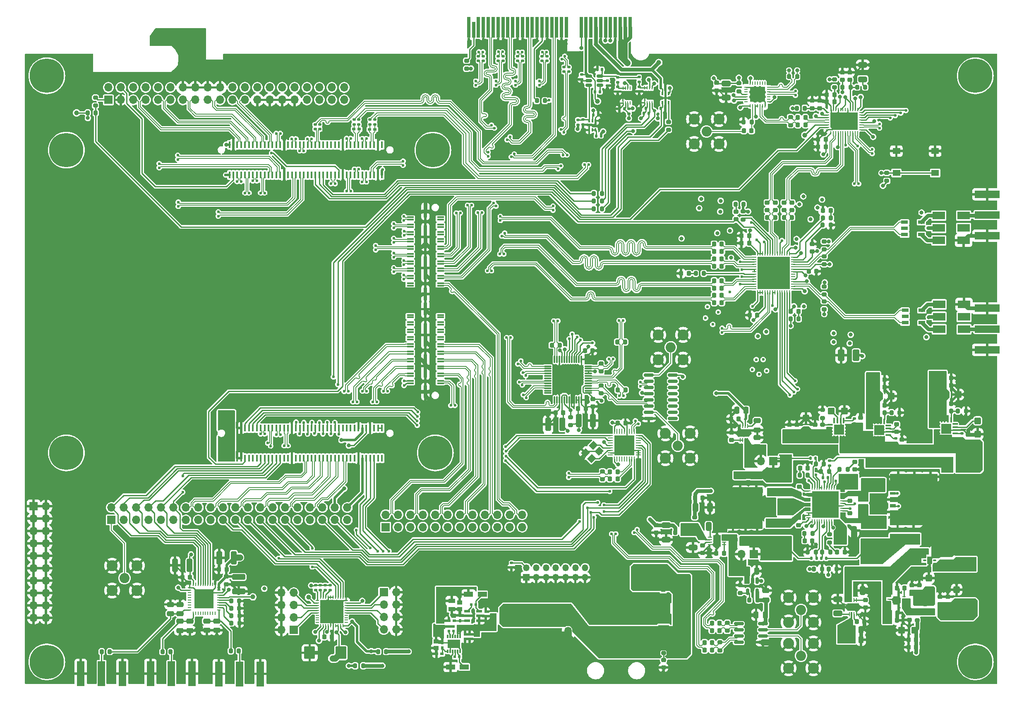
<source format=gbr>
%TF.GenerationSoftware,KiCad,Pcbnew,7.0.8-7.0.8~ubuntu22.04.1*%
%TF.CreationDate,2024-12-17T15:10:33+01:00*%
%TF.ProjectId,Bread70,42726561-6437-4302-9e6b-696361645f70,rev?*%
%TF.SameCoordinates,Original*%
%TF.FileFunction,Copper,L1,Top*%
%TF.FilePolarity,Positive*%
%FSLAX46Y46*%
G04 Gerber Fmt 4.6, Leading zero omitted, Abs format (unit mm)*
G04 Created by KiCad (PCBNEW 7.0.8-7.0.8~ubuntu22.04.1) date 2024-12-17 15:10:33*
%MOMM*%
%LPD*%
G01*
G04 APERTURE LIST*
G04 Aperture macros list*
%AMRoundRect*
0 Rectangle with rounded corners*
0 $1 Rounding radius*
0 $2 $3 $4 $5 $6 $7 $8 $9 X,Y pos of 4 corners*
0 Add a 4 corners polygon primitive as box body*
4,1,4,$2,$3,$4,$5,$6,$7,$8,$9,$2,$3,0*
0 Add four circle primitives for the rounded corners*
1,1,$1+$1,$2,$3*
1,1,$1+$1,$4,$5*
1,1,$1+$1,$6,$7*
1,1,$1+$1,$8,$9*
0 Add four rect primitives between the rounded corners*
20,1,$1+$1,$2,$3,$4,$5,0*
20,1,$1+$1,$4,$5,$6,$7,0*
20,1,$1+$1,$6,$7,$8,$9,0*
20,1,$1+$1,$8,$9,$2,$3,0*%
%AMRotRect*
0 Rectangle, with rotation*
0 The origin of the aperture is its center*
0 $1 length*
0 $2 width*
0 $3 Rotation angle, in degrees counterclockwise*
0 Add horizontal line*
21,1,$1,$2,0,0,$3*%
%AMOutline5P*
0 Free polygon, 5 corners , with rotation*
0 The origin of the aperture is its center*
0 number of corners: always 5*
0 $1 to $10 corner X, Y*
0 $11 Rotation angle, in degrees counterclockwise*
0 create outline with 5 corners*
4,1,5,$1,$2,$3,$4,$5,$6,$7,$8,$9,$10,$1,$2,$11*%
%AMOutline6P*
0 Free polygon, 6 corners , with rotation*
0 The origin of the aperture is its center*
0 number of corners: always 6*
0 $1 to $12 corner X, Y*
0 $13 Rotation angle, in degrees counterclockwise*
0 create outline with 6 corners*
4,1,6,$1,$2,$3,$4,$5,$6,$7,$8,$9,$10,$11,$12,$1,$2,$13*%
%AMOutline7P*
0 Free polygon, 7 corners , with rotation*
0 The origin of the aperture is its center*
0 number of corners: always 7*
0 $1 to $14 corner X, Y*
0 $15 Rotation angle, in degrees counterclockwise*
0 create outline with 7 corners*
4,1,7,$1,$2,$3,$4,$5,$6,$7,$8,$9,$10,$11,$12,$13,$14,$1,$2,$15*%
%AMOutline8P*
0 Free polygon, 8 corners , with rotation*
0 The origin of the aperture is its center*
0 number of corners: always 8*
0 $1 to $16 corner X, Y*
0 $17 Rotation angle, in degrees counterclockwise*
0 create outline with 8 corners*
4,1,8,$1,$2,$3,$4,$5,$6,$7,$8,$9,$10,$11,$12,$13,$14,$15,$16,$1,$2,$17*%
G04 Aperture macros list end*
%TA.AperFunction,SMDPad,CuDef*%
%ADD10RoundRect,0.250000X0.325000X1.100000X-0.325000X1.100000X-0.325000X-1.100000X0.325000X-1.100000X0*%
%TD*%
%TA.AperFunction,SMDPad,CuDef*%
%ADD11RoundRect,0.135000X0.135000X0.185000X-0.135000X0.185000X-0.135000X-0.185000X0.135000X-0.185000X0*%
%TD*%
%TA.AperFunction,SMDPad,CuDef*%
%ADD12RoundRect,0.200000X0.200000X0.275000X-0.200000X0.275000X-0.200000X-0.275000X0.200000X-0.275000X0*%
%TD*%
%TA.AperFunction,SMDPad,CuDef*%
%ADD13RoundRect,0.250000X1.950000X1.000000X-1.950000X1.000000X-1.950000X-1.000000X1.950000X-1.000000X0*%
%TD*%
%TA.AperFunction,ComponentPad*%
%ADD14O,2.600000X1.500000*%
%TD*%
%TA.AperFunction,ComponentPad*%
%ADD15O,1.500000X2.600000*%
%TD*%
%TA.AperFunction,SMDPad,CuDef*%
%ADD16RoundRect,0.200000X-0.200000X-0.275000X0.200000X-0.275000X0.200000X0.275000X-0.200000X0.275000X0*%
%TD*%
%TA.AperFunction,SMDPad,CuDef*%
%ADD17RoundRect,0.140000X-0.170000X0.140000X-0.170000X-0.140000X0.170000X-0.140000X0.170000X0.140000X0*%
%TD*%
%TA.AperFunction,SMDPad,CuDef*%
%ADD18RoundRect,0.218750X0.256250X-0.218750X0.256250X0.218750X-0.256250X0.218750X-0.256250X-0.218750X0*%
%TD*%
%TA.AperFunction,SMDPad,CuDef*%
%ADD19RoundRect,0.200000X0.275000X-0.200000X0.275000X0.200000X-0.275000X0.200000X-0.275000X-0.200000X0*%
%TD*%
%TA.AperFunction,SMDPad,CuDef*%
%ADD20RoundRect,0.250000X0.650000X-0.325000X0.650000X0.325000X-0.650000X0.325000X-0.650000X-0.325000X0*%
%TD*%
%TA.AperFunction,SMDPad,CuDef*%
%ADD21R,0.250000X0.750000*%
%TD*%
%TA.AperFunction,SMDPad,CuDef*%
%ADD22RoundRect,0.060000X0.290000X0.090000X-0.290000X0.090000X-0.290000X-0.090000X0.290000X-0.090000X0*%
%TD*%
%TA.AperFunction,SMDPad,CuDef*%
%ADD23RoundRect,0.050000X0.450000X0.750000X-0.450000X0.750000X-0.450000X-0.750000X0.450000X-0.750000X0*%
%TD*%
%TA.AperFunction,ComponentPad*%
%ADD24C,2.050000*%
%TD*%
%TA.AperFunction,ComponentPad*%
%ADD25C,2.250000*%
%TD*%
%TA.AperFunction,SMDPad,CuDef*%
%ADD26RoundRect,0.225000X-0.225000X-0.250000X0.225000X-0.250000X0.225000X0.250000X-0.225000X0.250000X0*%
%TD*%
%TA.AperFunction,SMDPad,CuDef*%
%ADD27RoundRect,0.225000X0.250000X-0.225000X0.250000X0.225000X-0.250000X0.225000X-0.250000X-0.225000X0*%
%TD*%
%TA.AperFunction,SMDPad,CuDef*%
%ADD28RoundRect,0.225000X0.225000X0.250000X-0.225000X0.250000X-0.225000X-0.250000X0.225000X-0.250000X0*%
%TD*%
%TA.AperFunction,SMDPad,CuDef*%
%ADD29RoundRect,0.062500X-0.062500X0.337500X-0.062500X-0.337500X0.062500X-0.337500X0.062500X0.337500X0*%
%TD*%
%TA.AperFunction,SMDPad,CuDef*%
%ADD30RoundRect,0.062500X-0.337500X-0.062500X0.337500X-0.062500X0.337500X0.062500X-0.337500X0.062500X0*%
%TD*%
%TA.AperFunction,SMDPad,CuDef*%
%ADD31RoundRect,0.062500X0.062500X-0.337500X0.062500X0.337500X-0.062500X0.337500X-0.062500X-0.337500X0*%
%TD*%
%TA.AperFunction,SMDPad,CuDef*%
%ADD32RoundRect,0.062500X0.337500X0.062500X-0.337500X0.062500X-0.337500X-0.062500X0.337500X-0.062500X0*%
%TD*%
%TA.AperFunction,ComponentPad*%
%ADD33C,0.600000*%
%TD*%
%TA.AperFunction,SMDPad,CuDef*%
%ADD34R,6.600000X6.600000*%
%TD*%
%TA.AperFunction,SMDPad,CuDef*%
%ADD35RoundRect,0.075000X-0.662500X-0.075000X0.662500X-0.075000X0.662500X0.075000X-0.662500X0.075000X0*%
%TD*%
%TA.AperFunction,SMDPad,CuDef*%
%ADD36RoundRect,0.075000X-0.075000X-0.662500X0.075000X-0.662500X0.075000X0.662500X-0.075000X0.662500X0*%
%TD*%
%TA.AperFunction,SMDPad,CuDef*%
%ADD37C,1.000000*%
%TD*%
%TA.AperFunction,SMDPad,CuDef*%
%ADD38R,1.450000X0.300000*%
%TD*%
%TA.AperFunction,SMDPad,CuDef*%
%ADD39R,0.640000X2.540000*%
%TD*%
%TA.AperFunction,SMDPad,CuDef*%
%ADD40R,0.640000X4.700000*%
%TD*%
%TA.AperFunction,SMDPad,CuDef*%
%ADD41RoundRect,0.250000X-0.325000X-0.650000X0.325000X-0.650000X0.325000X0.650000X-0.325000X0.650000X0*%
%TD*%
%TA.AperFunction,ComponentPad*%
%ADD42C,0.800000*%
%TD*%
%TA.AperFunction,ComponentPad*%
%ADD43C,7.000000*%
%TD*%
%TA.AperFunction,SMDPad,CuDef*%
%ADD44R,1.020000X0.890000*%
%TD*%
%TA.AperFunction,SMDPad,CuDef*%
%ADD45RoundRect,0.250000X-1.100000X0.325000X-1.100000X-0.325000X1.100000X-0.325000X1.100000X0.325000X0*%
%TD*%
%TA.AperFunction,SMDPad,CuDef*%
%ADD46RoundRect,0.062500X-0.062500X0.375000X-0.062500X-0.375000X0.062500X-0.375000X0.062500X0.375000X0*%
%TD*%
%TA.AperFunction,SMDPad,CuDef*%
%ADD47R,2.440000X1.600000*%
%TD*%
%TA.AperFunction,SMDPad,CuDef*%
%ADD48RoundRect,0.250000X-0.650000X0.325000X-0.650000X-0.325000X0.650000X-0.325000X0.650000X0.325000X0*%
%TD*%
%TA.AperFunction,SMDPad,CuDef*%
%ADD49RoundRect,0.225000X-0.250000X0.225000X-0.250000X-0.225000X0.250000X-0.225000X0.250000X0.225000X0*%
%TD*%
%TA.AperFunction,SMDPad,CuDef*%
%ADD50RoundRect,0.250000X0.425000X-0.450000X0.425000X0.450000X-0.425000X0.450000X-0.425000X-0.450000X0*%
%TD*%
%TA.AperFunction,SMDPad,CuDef*%
%ADD51R,0.750000X0.600000*%
%TD*%
%TA.AperFunction,SMDPad,CuDef*%
%ADD52R,0.600000X0.700000*%
%TD*%
%TA.AperFunction,SMDPad,CuDef*%
%ADD53RoundRect,0.250000X-0.475000X0.250000X-0.475000X-0.250000X0.475000X-0.250000X0.475000X0.250000X0*%
%TD*%
%TA.AperFunction,SMDPad,CuDef*%
%ADD54RoundRect,0.250000X0.250000X0.475000X-0.250000X0.475000X-0.250000X-0.475000X0.250000X-0.475000X0*%
%TD*%
%TA.AperFunction,SMDPad,CuDef*%
%ADD55RoundRect,0.150000X-0.825000X-0.150000X0.825000X-0.150000X0.825000X0.150000X-0.825000X0.150000X0*%
%TD*%
%TA.AperFunction,SMDPad,CuDef*%
%ADD56R,0.600000X0.620000*%
%TD*%
%TA.AperFunction,SMDPad,CuDef*%
%ADD57RoundRect,0.150000X-0.512500X-0.150000X0.512500X-0.150000X0.512500X0.150000X-0.512500X0.150000X0*%
%TD*%
%TA.AperFunction,SMDPad,CuDef*%
%ADD58R,0.620000X0.600000*%
%TD*%
%TA.AperFunction,SMDPad,CuDef*%
%ADD59R,0.400000X0.650000*%
%TD*%
%TA.AperFunction,SMDPad,CuDef*%
%ADD60RoundRect,0.140000X0.140000X0.170000X-0.140000X0.170000X-0.140000X-0.170000X0.140000X-0.170000X0*%
%TD*%
%TA.AperFunction,SMDPad,CuDef*%
%ADD61RoundRect,0.135000X-0.185000X0.135000X-0.185000X-0.135000X0.185000X-0.135000X0.185000X0.135000X0*%
%TD*%
%TA.AperFunction,SMDPad,CuDef*%
%ADD62RoundRect,0.250000X-0.250000X-0.475000X0.250000X-0.475000X0.250000X0.475000X-0.250000X0.475000X0*%
%TD*%
%TA.AperFunction,SMDPad,CuDef*%
%ADD63RoundRect,0.135000X0.185000X-0.135000X0.185000X0.135000X-0.185000X0.135000X-0.185000X-0.135000X0*%
%TD*%
%TA.AperFunction,ComponentPad*%
%ADD64R,1.700000X1.700000*%
%TD*%
%TA.AperFunction,ComponentPad*%
%ADD65O,1.700000X1.700000*%
%TD*%
%TA.AperFunction,SMDPad,CuDef*%
%ADD66RoundRect,0.200000X-0.275000X0.200000X-0.275000X-0.200000X0.275000X-0.200000X0.275000X0.200000X0*%
%TD*%
%TA.AperFunction,SMDPad,CuDef*%
%ADD67RoundRect,0.250000X0.450000X0.425000X-0.450000X0.425000X-0.450000X-0.425000X0.450000X-0.425000X0*%
%TD*%
%TA.AperFunction,SMDPad,CuDef*%
%ADD68R,1.400000X0.760000*%
%TD*%
%TA.AperFunction,SMDPad,CuDef*%
%ADD69R,0.457000X1.448000*%
%TD*%
%TA.AperFunction,SMDPad,CuDef*%
%ADD70R,1.550000X1.300000*%
%TD*%
%TA.AperFunction,SMDPad,CuDef*%
%ADD71R,2.540000X1.650000*%
%TD*%
%TA.AperFunction,SMDPad,CuDef*%
%ADD72RoundRect,0.135000X-0.135000X-0.185000X0.135000X-0.185000X0.135000X0.185000X-0.135000X0.185000X0*%
%TD*%
%TA.AperFunction,SMDPad,CuDef*%
%ADD73R,1.500000X5.080000*%
%TD*%
%TA.AperFunction,SMDPad,CuDef*%
%ADD74R,1.850000X1.100000*%
%TD*%
%TA.AperFunction,SMDPad,CuDef*%
%ADD75R,0.250000X0.700000*%
%TD*%
%TA.AperFunction,SMDPad,CuDef*%
%ADD76R,0.700000X0.250000*%
%TD*%
%TA.AperFunction,SMDPad,CuDef*%
%ADD77Outline5P,-1.800000X2.260000X-1.260000X2.800000X1.800000X2.800000X1.800000X-2.800000X-1.800000X-2.800000X90.000000*%
%TD*%
%TA.AperFunction,SMDPad,CuDef*%
%ADD78R,2.180000X1.620000*%
%TD*%
%TA.AperFunction,SMDPad,CuDef*%
%ADD79RoundRect,0.087500X0.087500X-0.465000X0.087500X0.465000X-0.087500X0.465000X-0.087500X-0.465000X0*%
%TD*%
%TA.AperFunction,SMDPad,CuDef*%
%ADD80RoundRect,0.087500X0.465000X-0.087500X0.465000X0.087500X-0.465000X0.087500X-0.465000X-0.087500X0*%
%TD*%
%TA.AperFunction,SMDPad,CuDef*%
%ADD81R,2.100000X2.100000*%
%TD*%
%TA.AperFunction,SMDPad,CuDef*%
%ADD82RoundRect,0.140000X0.170000X-0.140000X0.170000X0.140000X-0.170000X0.140000X-0.170000X-0.140000X0*%
%TD*%
%TA.AperFunction,SMDPad,CuDef*%
%ADD83RoundRect,0.250000X-0.425000X0.450000X-0.425000X-0.450000X0.425000X-0.450000X0.425000X0.450000X0*%
%TD*%
%TA.AperFunction,SMDPad,CuDef*%
%ADD84R,1.200000X0.600000*%
%TD*%
%TA.AperFunction,SMDPad,CuDef*%
%ADD85RoundRect,0.218750X0.218750X0.256250X-0.218750X0.256250X-0.218750X-0.256250X0.218750X-0.256250X0*%
%TD*%
%TA.AperFunction,SMDPad,CuDef*%
%ADD86RoundRect,0.135000X0.226274X0.035355X0.035355X0.226274X-0.226274X-0.035355X-0.035355X-0.226274X0*%
%TD*%
%TA.AperFunction,SMDPad,CuDef*%
%ADD87RoundRect,0.250000X-0.450000X-0.425000X0.450000X-0.425000X0.450000X0.425000X-0.450000X0.425000X0*%
%TD*%
%TA.AperFunction,SMDPad,CuDef*%
%ADD88R,0.800000X0.250000*%
%TD*%
%TA.AperFunction,SMDPad,CuDef*%
%ADD89R,0.250000X0.800000*%
%TD*%
%TA.AperFunction,SMDPad,CuDef*%
%ADD90R,3.900000X3.900000*%
%TD*%
%TA.AperFunction,SMDPad,CuDef*%
%ADD91RotRect,1.400000X1.200000X45.000000*%
%TD*%
%TA.AperFunction,SMDPad,CuDef*%
%ADD92RoundRect,0.250000X1.100000X-0.325000X1.100000X0.325000X-1.100000X0.325000X-1.100000X-0.325000X0*%
%TD*%
%TA.AperFunction,SMDPad,CuDef*%
%ADD93RoundRect,0.250000X-0.325000X-1.100000X0.325000X-1.100000X0.325000X1.100000X-0.325000X1.100000X0*%
%TD*%
%TA.AperFunction,SMDPad,CuDef*%
%ADD94RoundRect,0.140000X-0.140000X-0.170000X0.140000X-0.170000X0.140000X0.170000X-0.140000X0.170000X0*%
%TD*%
%TA.AperFunction,SMDPad,CuDef*%
%ADD95R,0.300000X0.800000*%
%TD*%
%TA.AperFunction,SMDPad,CuDef*%
%ADD96R,2.600000X1.800000*%
%TD*%
%TA.AperFunction,SMDPad,CuDef*%
%ADD97R,1.310000X0.650000*%
%TD*%
%TA.AperFunction,SMDPad,CuDef*%
%ADD98R,1.310000X0.600000*%
%TD*%
%TA.AperFunction,SMDPad,CuDef*%
%ADD99R,4.700000X1.180000*%
%TD*%
%TA.AperFunction,SMDPad,CuDef*%
%ADD100RoundRect,0.250000X0.412500X0.925000X-0.412500X0.925000X-0.412500X-0.925000X0.412500X-0.925000X0*%
%TD*%
%TA.AperFunction,SMDPad,CuDef*%
%ADD101RoundRect,0.250000X0.875000X1.025000X-0.875000X1.025000X-0.875000X-1.025000X0.875000X-1.025000X0*%
%TD*%
%TA.AperFunction,SMDPad,CuDef*%
%ADD102R,5.080000X1.500000*%
%TD*%
%TA.AperFunction,SMDPad,CuDef*%
%ADD103RoundRect,0.062500X-0.287500X-0.062500X0.287500X-0.062500X0.287500X0.062500X-0.287500X0.062500X0*%
%TD*%
%TA.AperFunction,SMDPad,CuDef*%
%ADD104R,1.450000X1.740000*%
%TD*%
%TA.AperFunction,SMDPad,CuDef*%
%ADD105R,3.500000X1.500000*%
%TD*%
%TA.AperFunction,SMDPad,CuDef*%
%ADD106RoundRect,0.062500X0.062500X-0.375000X0.062500X0.375000X-0.062500X0.375000X-0.062500X-0.375000X0*%
%TD*%
%TA.AperFunction,ComponentPad*%
%ADD107R,2.750000X2.750000*%
%TD*%
%TA.AperFunction,ComponentPad*%
%ADD108C,2.750000*%
%TD*%
%TA.AperFunction,ComponentPad*%
%ADD109R,1.350000X1.350000*%
%TD*%
%TA.AperFunction,ComponentPad*%
%ADD110O,1.350000X1.350000*%
%TD*%
%TA.AperFunction,SMDPad,CuDef*%
%ADD111RoundRect,0.250000X0.475000X-0.250000X0.475000X0.250000X-0.475000X0.250000X-0.475000X-0.250000X0*%
%TD*%
%TA.AperFunction,SMDPad,CuDef*%
%ADD112RoundRect,0.062500X-0.062500X-0.337500X0.062500X-0.337500X0.062500X0.337500X-0.062500X0.337500X0*%
%TD*%
%TA.AperFunction,SMDPad,CuDef*%
%ADD113R,5.500000X5.500000*%
%TD*%
%TA.AperFunction,SMDPad,CuDef*%
%ADD114RoundRect,0.062500X-0.475000X-0.062500X0.475000X-0.062500X0.475000X0.062500X-0.475000X0.062500X0*%
%TD*%
%TA.AperFunction,SMDPad,CuDef*%
%ADD115RoundRect,0.062500X-0.062500X-0.475000X0.062500X-0.475000X0.062500X0.475000X-0.062500X0.475000X0*%
%TD*%
%TA.AperFunction,SMDPad,CuDef*%
%ADD116R,4.100000X4.100000*%
%TD*%
%TA.AperFunction,SMDPad,CuDef*%
%ADD117R,1.470000X0.970000*%
%TD*%
%TA.AperFunction,SMDPad,CuDef*%
%ADD118RoundRect,0.060000X-0.315000X-0.060000X0.315000X-0.060000X0.315000X0.060000X-0.315000X0.060000X0*%
%TD*%
%TA.AperFunction,SMDPad,CuDef*%
%ADD119RoundRect,0.060000X-0.060000X-0.315000X0.060000X-0.315000X0.060000X0.315000X-0.060000X0.315000X0*%
%TD*%
%TA.AperFunction,SMDPad,CuDef*%
%ADD120R,3.150000X3.150000*%
%TD*%
%TA.AperFunction,SMDPad,CuDef*%
%ADD121RoundRect,0.062500X-0.375000X-0.062500X0.375000X-0.062500X0.375000X0.062500X-0.375000X0.062500X0*%
%TD*%
%TA.AperFunction,SMDPad,CuDef*%
%ADD122R,1.600000X2.340000*%
%TD*%
%TA.AperFunction,ConnectorPad*%
%ADD123R,0.700000X4.300000*%
%TD*%
%TA.AperFunction,ConnectorPad*%
%ADD124R,0.700000X3.200000*%
%TD*%
%TA.AperFunction,SMDPad,CuDef*%
%ADD125RoundRect,0.062500X0.237500X0.062500X-0.237500X0.062500X-0.237500X-0.062500X0.237500X-0.062500X0*%
%TD*%
%TA.AperFunction,SMDPad,CuDef*%
%ADD126RoundRect,0.062500X0.062500X0.237500X-0.062500X0.237500X-0.062500X-0.237500X0.062500X-0.237500X0*%
%TD*%
%TA.AperFunction,SMDPad,CuDef*%
%ADD127R,4.700000X4.700000*%
%TD*%
%TA.AperFunction,SMDPad,CuDef*%
%ADD128RoundRect,0.087500X0.465000X0.087500X-0.465000X0.087500X-0.465000X-0.087500X0.465000X-0.087500X0*%
%TD*%
%TA.AperFunction,SMDPad,CuDef*%
%ADD129RoundRect,0.087500X0.087500X0.465000X-0.087500X0.465000X-0.087500X-0.465000X0.087500X-0.465000X0*%
%TD*%
%TA.AperFunction,SMDPad,CuDef*%
%ADD130RoundRect,0.150000X-0.150000X0.512500X-0.150000X-0.512500X0.150000X-0.512500X0.150000X0.512500X0*%
%TD*%
%TA.AperFunction,ViaPad*%
%ADD131C,0.600000*%
%TD*%
%TA.AperFunction,ViaPad*%
%ADD132C,0.800000*%
%TD*%
%TA.AperFunction,Conductor*%
%ADD133C,0.508000*%
%TD*%
%TA.AperFunction,Conductor*%
%ADD134C,0.254000*%
%TD*%
%TA.AperFunction,Conductor*%
%ADD135C,0.762000*%
%TD*%
%TA.AperFunction,Conductor*%
%ADD136C,0.250000*%
%TD*%
%TA.AperFunction,Conductor*%
%ADD137C,1.270000*%
%TD*%
%TA.AperFunction,Conductor*%
%ADD138C,0.182000*%
%TD*%
%TA.AperFunction,Conductor*%
%ADD139C,0.184000*%
%TD*%
%TA.AperFunction,Conductor*%
%ADD140C,0.187000*%
%TD*%
%TA.AperFunction,Conductor*%
%ADD141C,0.186000*%
%TD*%
G04 APERTURE END LIST*
D10*
%TO.P,C23,1*%
%TO.N,3V3*%
X150520000Y-101382500D03*
%TO.P,C23,2*%
%TO.N,GND*%
X147570000Y-101382500D03*
%TD*%
D11*
%TO.P,R15,1*%
%TO.N,Net-(U4-~{FAULT})*%
X158220000Y-33308037D03*
%TO.P,R15,2*%
%TO.N,/PCIe/+3.3VAUX_PCIE_C*%
X157200000Y-33308037D03*
%TD*%
D12*
%TO.P,R67,1*%
%TO.N,Net-(C191-Pad2)*%
X208900000Y-110600000D03*
%TO.P,R67,2*%
%TO.N,Net-(U13-COMP1)*%
X207250000Y-110600000D03*
%TD*%
D13*
%TO.P,C183,1*%
%TO.N,VDCIN*%
X168650000Y-132400000D03*
%TO.P,C183,2*%
%TO.N,GND*%
X160250000Y-132400000D03*
%TD*%
D14*
%TO.P,J21,1*%
%TO.N,VDCIN*%
X146950000Y-141100000D03*
%TO.P,J21,2*%
%TO.N,GND*%
X146950000Y-147100000D03*
D15*
%TO.P,J21,3*%
X151650000Y-144100000D03*
%TD*%
D16*
%TO.P,R84,1*%
%TO.N,/Power/LDO/3V8*%
X217400000Y-139950000D03*
%TO.P,R84,2*%
%TO.N,GND*%
X219050000Y-139950000D03*
%TD*%
D17*
%TO.P,C19,1*%
%TO.N,/PCIe/PCIE_C_RX3N*%
X133335000Y-26000000D03*
%TO.P,C19,2*%
%TO.N,225_MGTTX0_N*%
X133335000Y-26960000D03*
%TD*%
D18*
%TO.P,D1,1,K*%
%TO.N,/~{IRQ}*%
X186000000Y-59387500D03*
%TO.P,D1,2,A*%
%TO.N,Net-(D1-A)*%
X186000000Y-57812500D03*
%TD*%
D19*
%TO.P,JP7,1,A*%
%TO.N,ADA_3V3*%
X223100000Y-141475000D03*
%TO.P,JP7,2,B*%
%TO.N,Net-(JP5-A)*%
X223100000Y-139825000D03*
%TD*%
D20*
%TO.P,C252,1*%
%TO.N,/Power/LDO/6V*%
X185410000Y-124975000D03*
%TO.P,C252,2*%
%TO.N,GND*%
X185410000Y-122025000D03*
%TD*%
D19*
%TO.P,R88,1*%
%TO.N,/AD9152/DVDD12_SERDES*%
X203699999Y-103060001D03*
%TO.P,R88,2*%
%TO.N,Net-(U14-ADJ)*%
X203699999Y-101410001D03*
%TD*%
D21*
%TO.P,U3,1,GND*%
%TO.N,GND*%
X162900000Y-35590000D03*
%TO.P,U3,2,VREF1*%
%TO.N,VIO1*%
X163400000Y-35590000D03*
%TO.P,U3,3,SCL1*%
%TO.N,/PCIE_WAKE_B_VIO*%
X163900000Y-35590000D03*
%TO.P,U3,4,SDA1*%
%TO.N,unconnected-(U3-SDA1-Pad4)*%
X164400000Y-35590000D03*
%TO.P,U3,5,SDA2*%
%TO.N,unconnected-(U3-SDA2-Pad5)*%
X164400000Y-32490000D03*
%TO.P,U3,6,SCL2*%
%TO.N,/PCIe/PCIE_WAKE_B_3V3*%
X163900000Y-32490000D03*
%TO.P,U3,7,VREF2*%
%TO.N,Net-(U3-EN)*%
X163400000Y-32490000D03*
%TO.P,U3,8,EN*%
X162900000Y-32490000D03*
%TD*%
D22*
%TO.P,U17,1,VOUT*%
%TO.N,/AD9152/AVDD33*%
X226650000Y-129850000D03*
%TO.P,U17,2,NC*%
%TO.N,unconnected-(U17-NC-Pad2)*%
X226650000Y-129200000D03*
%TO.P,U17,3,GND*%
%TO.N,GND*%
X226650000Y-128550000D03*
%TO.P,U17,4,EN*%
%TO.N,/Power/LDO/3V8*%
X224650000Y-128550000D03*
%TO.P,U17,5,NC*%
%TO.N,unconnected-(U17-NC-Pad5)*%
X224650000Y-129200000D03*
%TO.P,U17,6,VIN*%
%TO.N,/Power/LDO/3V8*%
X224650000Y-129850000D03*
D23*
%TO.P,U17,7,EP*%
%TO.N,GND*%
X225650000Y-129200000D03*
%TD*%
D16*
%TO.P,R36,1*%
%TO.N,Net-(C49-Pad1)*%
X177791001Y-70469503D03*
%TO.P,R36,2*%
%TO.N,Net-(U7-LDO_BYP1)*%
X179441001Y-70469503D03*
%TD*%
D24*
%TO.P,J11,1,In*%
%TO.N,Net-(J11-In)*%
X172680000Y-85580000D03*
D25*
%TO.P,J11,2,Ext*%
%TO.N,GND*%
X170140000Y-83040000D03*
X170140000Y-88120000D03*
X175220000Y-83040000D03*
X175220000Y-88120000D03*
%TD*%
D26*
%TO.P,C244,1*%
%TO.N,/AD9152/DVDD12_CLK*%
X228530001Y-93400000D03*
%TO.P,C244,2*%
%TO.N,GND*%
X230080001Y-93400000D03*
%TD*%
D27*
%TO.P,C263,1*%
%TO.N,Net-(U21-REF)*%
X185100000Y-104600001D03*
%TO.P,C263,2*%
%TO.N,GND*%
X185100000Y-103050001D03*
%TD*%
D28*
%TO.P,C36,1*%
%TO.N,/Tdc/CLKIN+*%
X161793500Y-111056500D03*
%TO.P,C36,2*%
%TO.N,/MC12/CLK+*%
X160243500Y-111056500D03*
%TD*%
D29*
%TO.P,U7,1,LDO_BYP2*%
%TO.N,Net-(U7-LDO_BYP2)*%
X196980001Y-66370003D03*
%TO.P,U7,2,CVDD12*%
%TO.N,/AD9152/DVDD12_CLK*%
X196480001Y-66370003D03*
%TO.P,U7,3,REFCLK+*%
%TO.N,/AD9152/REF+*%
X195980001Y-66370003D03*
%TO.P,U7,4,REFCLK-*%
%TO.N,/AD9152/REF-*%
X195480001Y-66370003D03*
%TO.P,U7,5,PVDD12*%
%TO.N,/AD9152/DVDD12_CLK*%
X194980001Y-66370003D03*
%TO.P,U7,6,SYSREF+*%
%TO.N,/AD9152/SREF+*%
X194480001Y-66370003D03*
%TO.P,U7,7,SYSREF-*%
%TO.N,/AD9152/SREF-*%
X193980001Y-66370003D03*
%TO.P,U7,8,TXEN*%
%TO.N,Net-(U7-TXEN)*%
X193480001Y-66370003D03*
%TO.P,U7,9,~{RESET}*%
%TO.N,Net-(SW1-B)*%
X192980001Y-66370003D03*
%TO.P,U7,10,~{IRQ}*%
%TO.N,/~{IRQ}*%
X192480001Y-66370003D03*
%TO.P,U7,11,DVDD12*%
%TO.N,/AD9152/DVDD12*%
X191980001Y-66370003D03*
%TO.P,U7,12,SVDD12*%
%TO.N,/AD9152/DVDD12_SERDES*%
X191480001Y-66370003D03*
%TO.P,U7,13,VTT*%
X190980001Y-66370003D03*
%TO.P,U7,14,SDVDD12*%
X190480001Y-66370003D03*
D30*
%TO.P,U7,15,SERDIN0+*%
%TO.N,/AD9152/S0_P*%
X189730001Y-67120003D03*
%TO.P,U7,16,SERDIN0-*%
%TO.N,/AD9152/S0_N*%
X189730001Y-67620003D03*
%TO.P,U7,17,SVDD12*%
%TO.N,/AD9152/DVDD12_SERDES*%
X189730001Y-68120003D03*
%TO.P,U7,18,SERDIN1+*%
%TO.N,/AD9152/S1_P*%
X189730001Y-68620003D03*
%TO.P,U7,19,SERDIN1-*%
%TO.N,/AD9152/S1_N*%
X189730001Y-69120003D03*
%TO.P,U7,20,SVDD12*%
%TO.N,/AD9152/DVDD12_SERDES*%
X189730001Y-69620003D03*
%TO.P,U7,21,PLLVDD12*%
X189730001Y-70120003D03*
%TO.P,U7,22,LDO_BYP1*%
%TO.N,Net-(U7-LDO_BYP1)*%
X189730001Y-70620003D03*
%TO.P,U7,23,SVDD12*%
%TO.N,/AD9152/DVDD12_SERDES*%
X189730001Y-71120003D03*
%TO.P,U7,24,SERDIN2-*%
%TO.N,/AD9152/S2_N*%
X189730001Y-71620003D03*
%TO.P,U7,25,SERDIN2+*%
%TO.N,/AD9152/S2_P*%
X189730001Y-72120003D03*
%TO.P,U7,26,SVDD12*%
%TO.N,/AD9152/DVDD12_SERDES*%
X189730001Y-72620003D03*
%TO.P,U7,27,SERDIN3-*%
%TO.N,/AD9152/S3_N*%
X189730001Y-73120003D03*
%TO.P,U7,28,SERDIN3+*%
%TO.N,/AD9152/S3_P*%
X189730001Y-73620003D03*
D31*
%TO.P,U7,29,SDVDD12*%
%TO.N,/AD9152/DVDD12_SERDES*%
X190480001Y-74370003D03*
%TO.P,U7,30,VTT*%
X190980001Y-74370003D03*
%TO.P,U7,31,SVDD12*%
X191480001Y-74370003D03*
%TO.P,U7,32,SIOVDD33*%
%TO.N,IOVDD*%
X191980001Y-74370003D03*
%TO.P,U7,33,~{SYNCOUT-}*%
%TO.N,SYNCOUTB_N*%
X192480001Y-74370003D03*
%TO.P,U7,34,~{SYNCOUT+}*%
%TO.N,SYNCOUTB_P*%
X192980001Y-74370003D03*
%TO.P,U7,35,DVDD12*%
%TO.N,/AD9152/DVDD12*%
X193480001Y-74370003D03*
%TO.P,U7,36,DVDD12*%
X193980001Y-74370003D03*
%TO.P,U7,37,PROTECT_OUT*%
%TO.N,Net-(U7-PROTECT_OUT)*%
X194480001Y-74370003D03*
%TO.P,U7,38,SDO*%
%TO.N,MISO_2*%
X194980001Y-74370003D03*
%TO.P,U7,39,SDIO*%
%TO.N,MOSI_2*%
X195480001Y-74370003D03*
%TO.P,U7,40,SCLK*%
%TO.N,SCLK_2*%
X195980001Y-74370003D03*
%TO.P,U7,41,~{CS}*%
%TO.N,/CS_AD*%
X196480001Y-74370003D03*
%TO.P,U7,42,IOVDD*%
%TO.N,IOVDD*%
X196980001Y-74370003D03*
D32*
%TO.P,U7,43,AVDD33*%
%TO.N,/AD9152/AVDD33*%
X197730001Y-73620003D03*
%TO.P,U7,44,QOUT+*%
%TO.N,/AD9152/QOUT+*%
X197730001Y-73120003D03*
%TO.P,U7,45,QOUT-*%
%TO.N,/AD9152/QOUT-*%
X197730001Y-72620003D03*
%TO.P,U7,46,AVDD33*%
%TO.N,/AD9152/AVDD33*%
X197730001Y-72120003D03*
%TO.P,U7,47,CVDD12*%
%TO.N,/AD9152/DVDD12_CLK*%
X197730001Y-71620003D03*
%TO.P,U7,48,DACCLK+*%
%TO.N,unconnected-(U7-DACCLK+-Pad48)*%
X197730001Y-71120003D03*
%TO.P,U7,49,DACCLK-*%
%TO.N,unconnected-(U7-DACCLK--Pad49)*%
X197730001Y-70620003D03*
%TO.P,U7,50,CVDD12*%
%TO.N,/AD9152/DVDD12_CLK*%
X197730001Y-70120003D03*
%TO.P,U7,51,AVDD33*%
%TO.N,/AD9152/AVDD33*%
X197730001Y-69620003D03*
%TO.P,U7,52,IOUT-*%
%TO.N,/AD9152/IOUT-*%
X197730001Y-69120003D03*
%TO.P,U7,53,IOUT+*%
%TO.N,/AD9152/IOUT+*%
X197730001Y-68620003D03*
%TO.P,U7,54,AVDD33*%
%TO.N,/AD9152/AVDD33*%
X197730001Y-68120003D03*
%TO.P,U7,55,I120*%
%TO.N,Net-(U7-I120)*%
X197730001Y-67620003D03*
%TO.P,U7,56,CVDD12*%
%TO.N,/AD9152/DVDD12_CLK*%
X197730001Y-67120003D03*
D33*
%TO.P,U7,57,PAD*%
%TO.N,GND*%
X196380001Y-67720003D03*
X195055001Y-67720003D03*
X193730001Y-67720003D03*
X192405001Y-67720003D03*
X191080001Y-67720003D03*
X196380001Y-69045003D03*
X195055001Y-69045003D03*
X193730001Y-69045003D03*
X192405001Y-69045003D03*
X191080001Y-69045003D03*
X196380001Y-70370003D03*
X195055001Y-70370003D03*
X193730001Y-70370003D03*
D34*
X193730001Y-70370003D03*
D33*
X192405001Y-70370003D03*
X191080001Y-70370003D03*
X196380001Y-71695003D03*
X195055001Y-71695003D03*
X193730001Y-71695003D03*
X192405001Y-71695003D03*
X191080001Y-71695003D03*
X196380001Y-73020003D03*
X195055001Y-73020003D03*
X193730001Y-73020003D03*
X192405001Y-73020003D03*
X191080001Y-73020003D03*
%TD*%
D27*
%TO.P,C41,1*%
%TO.N,/AD9152/SREF-*%
X192425000Y-57525000D03*
%TO.P,C41,2*%
%TO.N,DAC_SYSREF_N*%
X192425000Y-55975000D03*
%TD*%
D35*
%TO.P,U5,1,FRAMEAN*%
%TO.N,/MC12/FRAMEAN*%
X147489365Y-89458135D03*
%TO.P,U5,2,FRAMEAP*%
%TO.N,/MC12/FRAMEAP*%
X147489365Y-89958135D03*
%TO.P,U5,3,SDOAN*%
%TO.N,/MC12/SDOAN*%
X147489365Y-90458135D03*
%TO.P,U5,4,SDOAP*%
%TO.N,/MC12/SDOAP*%
X147489365Y-90958135D03*
%TO.P,U5,5,NC*%
%TO.N,unconnected-(U5-NC-Pad5)*%
X147489365Y-91458135D03*
%TO.P,U5,6,NC*%
%TO.N,unconnected-(U5-NC-Pad6)*%
X147489365Y-91958135D03*
%TO.P,U5,7,FRAMEBN*%
%TO.N,/MC12/FRAMEBN*%
X147489365Y-92458135D03*
%TO.P,U5,8,FRAMEBP*%
%TO.N,/MC12/FRAMEBP*%
X147489365Y-92958135D03*
%TO.P,U5,9,SDOBN*%
%TO.N,/MC12/SDOBN*%
X147489365Y-93458135D03*
%TO.P,U5,10,SDOBP*%
%TO.N,/MC12/SDOBP*%
X147489365Y-93958135D03*
%TO.P,U5,11,NC*%
%TO.N,unconnected-(U5-NC-Pad11)*%
X147489365Y-94458135D03*
%TO.P,U5,12,NC*%
%TO.N,unconnected-(U5-NC-Pad12)*%
X147489365Y-94958135D03*
D36*
%TO.P,U5,13,LCLKOUTN*%
%TO.N,/MC12/LCLKOUTN*%
X148901865Y-96370635D03*
%TO.P,U5,14,LCLKOUTP*%
%TO.N,/MC12/LCLKOUTP*%
X149401865Y-96370635D03*
%TO.P,U5,15,DGND*%
%TO.N,GND*%
X149901865Y-96370635D03*
%TO.P,U5,16,DVDD33*%
%TO.N,3V3*%
X150401865Y-96370635D03*
%TO.P,U5,17,DVDD18*%
%TO.N,/Tdc/DVDD18*%
X150901865Y-96370635D03*
%TO.P,U5,18,RVDD33*%
%TO.N,3V3*%
X151401865Y-96370635D03*
%TO.P,U5,19,VDD18O*%
%TO.N,/Tdc/DVDD18*%
X151901865Y-96370635D03*
%TO.P,U5,20,RGND*%
%TO.N,GND*%
X152401865Y-96370635D03*
%TO.P,U5,21,TGND*%
X152901865Y-96370635D03*
%TO.P,U5,22,CVDD18*%
%TO.N,/Tdc/TVDD18*%
X153401865Y-96370635D03*
%TO.P,U5,23,TVDD18*%
X153901865Y-96370635D03*
%TO.P,U5,24,TGND*%
%TO.N,GND*%
X154401865Y-96370635D03*
D35*
%TO.P,U5,25,TVDD33*%
%TO.N,3V3*%
X155814365Y-94958135D03*
%TO.P,U5,26,STOPBP*%
%TO.N,/Tdc/STOPBP*%
X155814365Y-94458135D03*
%TO.P,U5,27,STOPBN*%
%TO.N,/Tdc/STOPBN*%
X155814365Y-93958135D03*
%TO.P,U5,28,TVDD33*%
%TO.N,3V3*%
X155814365Y-93458135D03*
%TO.P,U5,29,REFCLKP*%
%TO.N,/Tdc/REFCLKP*%
X155814365Y-92958135D03*
%TO.P,U5,30,REFCLKN*%
%TO.N,/Tdc/REFCLKN*%
X155814365Y-92458135D03*
%TO.P,U5,31,RSTIDXP*%
%TO.N,/MC12/RSTIDXP*%
X155814365Y-91958135D03*
%TO.P,U5,32,RSTIDXN*%
%TO.N,/MC12/RSTIDXN*%
X155814365Y-91458135D03*
%TO.P,U5,33,TVDD33*%
%TO.N,3V3*%
X155814365Y-90958135D03*
%TO.P,U5,34,TVDD33*%
X155814365Y-90458135D03*
%TO.P,U5,35,STOPAP*%
%TO.N,/Tdc/STOPAN*%
X155814365Y-89958135D03*
%TO.P,U5,36,STOPAN*%
%TO.N,/Tdc/STOPAP*%
X155814365Y-89458135D03*
D36*
%TO.P,U5,37,TGND*%
%TO.N,GND*%
X154401865Y-88045635D03*
%TO.P,U5,38,TVDD18*%
%TO.N,/Tdc/TVDD18*%
X153901865Y-88045635D03*
%TO.P,U5,39,INTERRUPT*%
%TO.N,/Tdc/INTERRUPT*%
X153401865Y-88045635D03*
%TO.P,U5,40,SSN*%
%TO.N,/SSA*%
X152901865Y-88045635D03*
%TO.P,U5,41,SCK*%
%TO.N,SCLK_1*%
X152401865Y-88045635D03*
%TO.P,U5,42,MOSI*%
%TO.N,MOSI_1*%
X151901865Y-88045635D03*
%TO.P,U5,43,MISO*%
%TO.N,MISO_1*%
X151401865Y-88045635D03*
%TO.P,U5,44,DVDD18*%
%TO.N,/Tdc/DVDD18*%
X150901865Y-88045635D03*
%TO.P,U5,45,DVDD33*%
%TO.N,3V3*%
X150401865Y-88045635D03*
%TO.P,U5,46,DGND*%
%TO.N,GND*%
X149901865Y-88045635D03*
%TO.P,U5,47,LCLKINP*%
%TO.N,/MC12/LCLKINP*%
X149401865Y-88045635D03*
%TO.P,U5,48,LCLKINN*%
%TO.N,/MC12/LCLKINN*%
X148901865Y-88045635D03*
%TD*%
D16*
%TO.P,R46,1*%
%TO.N,/Adc_Dac/AIN9*%
X68675000Y-147900000D03*
%TO.P,R46,2*%
%TO.N,Net-(J16-In)*%
X70325000Y-147900000D03*
%TD*%
D26*
%TO.P,C46,1*%
%TO.N,224_MGTTX0_N*%
X181566001Y-65969503D03*
%TO.P,C46,2*%
%TO.N,/AD9152/S0_N*%
X183116001Y-65969503D03*
%TD*%
D27*
%TO.P,C247,1*%
%TO.N,IOVDD*%
X222050000Y-135840000D03*
%TO.P,C247,2*%
%TO.N,GND*%
X222050000Y-134290000D03*
%TD*%
D24*
%TO.P,J19,1,In*%
%TO.N,Net-(J19-In)*%
X180000000Y-41400000D03*
D25*
%TO.P,J19,2,Ext*%
%TO.N,GND*%
X182540000Y-38860000D03*
X177460000Y-38860000D03*
X182540000Y-43940000D03*
X177460000Y-43940000D03*
%TD*%
D37*
%TO.P,TP7,1,1*%
%TO.N,/Adc_Dac/REFO*%
X87170001Y-136696251D03*
%TD*%
D12*
%TO.P,R97,1*%
%TO.N,/G_3V8*%
X190425000Y-137350001D03*
%TO.P,R97,2*%
%TO.N,Net-(U22-FB)*%
X188775000Y-137350001D03*
%TD*%
D26*
%TO.P,C284,1*%
%TO.N,/MC12/B64_L20P*%
X181114500Y-142064998D03*
%TO.P,C284,2*%
%TO.N,/TTLgate/IN1_P*%
X182664500Y-142064998D03*
%TD*%
D38*
%TO.P,J7,01,01*%
%TO.N,/MC3/MGT_RXP0_224*%
X125559999Y-58960001D03*
%TO.P,J7,02,02*%
%TO.N,224_MGTTX0_P*%
X119379999Y-58960001D03*
%TO.P,J7,03,03*%
%TO.N,/MC3/MGT_RXN0_224*%
X125559999Y-59460001D03*
%TO.P,J7,04,04*%
%TO.N,224_MGTTX0_N*%
X119379999Y-59460001D03*
%TO.P,J7,05,05*%
%TO.N,/MC3/MGT_RXP1_224*%
X125559999Y-60460001D03*
%TO.P,J7,06,06*%
%TO.N,224_MGTTX1_P*%
X119379999Y-60460001D03*
%TO.P,J7,07,07*%
%TO.N,/MC3/MGT_RXN1_224*%
X125559999Y-60960001D03*
%TO.P,J7,08,08*%
%TO.N,224_MGTTX1_N*%
X119379999Y-60960001D03*
%TO.P,J7,09,09*%
%TO.N,/MC3/MGT_RXP2_224*%
X125559999Y-61960001D03*
%TO.P,J7,10,10*%
%TO.N,224_MGTTX2_P*%
X119379999Y-61960001D03*
%TO.P,J7,11,11*%
%TO.N,/MC3/MGT_RXN2_224*%
X125559999Y-62460001D03*
%TO.P,J7,12,12*%
%TO.N,224_MGTTX2_N*%
X119379999Y-62460001D03*
%TO.P,J7,13,13*%
%TO.N,/MC3/MGT_RXP3_224*%
X125559999Y-63460001D03*
%TO.P,J7,14,14*%
%TO.N,224_MGTTX3_P*%
X119379999Y-63460001D03*
%TO.P,J7,15,15*%
%TO.N,/MC3/MGT_RXN3_224*%
X125559999Y-63960001D03*
%TO.P,J7,16,16*%
%TO.N,224_MGTTX3_N*%
X119379999Y-63960001D03*
%TO.P,J7,17,17*%
%TO.N,PCIE_CLK_N*%
X125559999Y-64960001D03*
%TO.P,J7,18,18*%
%TO.N,/Clocks/FPGA_DEVCLK_P*%
X119379999Y-64960001D03*
%TO.P,J7,19,19*%
%TO.N,PCIE_CLK_P*%
X125559999Y-65460001D03*
%TO.P,J7,20,20*%
%TO.N,/Clocks/FPGA_DEVCLK_N*%
X119379999Y-65460001D03*
%TO.P,J7,21,21*%
%TO.N,225_MGTRX0_P*%
X125559999Y-66460001D03*
%TO.P,J7,22,22*%
%TO.N,225_MGTTX0_P*%
X119379999Y-66460001D03*
%TO.P,J7,23,23*%
%TO.N,225_MGTRX0_N*%
X125559999Y-66960001D03*
%TO.P,J7,24,24*%
%TO.N,225_MGTTX0_N*%
X119379999Y-66960001D03*
%TO.P,J7,25,25*%
%TO.N,225_MGTRX1_P*%
X125559999Y-67960001D03*
%TO.P,J7,26,26*%
%TO.N,225_MGTTX1_P*%
X119379999Y-67960001D03*
%TO.P,J7,27,27*%
%TO.N,225_MGTRX1_N*%
X125559999Y-68460001D03*
%TO.P,J7,28,28*%
%TO.N,225_MGTTX1_N*%
X119379999Y-68460001D03*
%TO.P,J7,29,29*%
%TO.N,225_MGTRX2_P*%
X125559999Y-69460001D03*
%TO.P,J7,30,30*%
%TO.N,225_MGTTX2_P*%
X119379999Y-69460001D03*
%TO.P,J7,31,31*%
%TO.N,225_MGTRX2_N*%
X125559999Y-69960001D03*
%TO.P,J7,32,32*%
%TO.N,225_MGTTX2_N*%
X119379999Y-69960001D03*
%TO.P,J7,33,33*%
%TO.N,225_MGTRX3_P*%
X125559999Y-70960001D03*
%TO.P,J7,34,34*%
%TO.N,225_MGTTX3_P*%
X119379999Y-70960001D03*
%TO.P,J7,35,35*%
%TO.N,225_MGTRX3_N*%
X125559999Y-71460001D03*
%TO.P,J7,36,36*%
%TO.N,225_MGTTX3_N*%
X119379999Y-71460001D03*
%TO.P,J7,37,37*%
%TO.N,/MC3/B67_L20P*%
X125559999Y-72460001D03*
%TO.P,J7,38,38*%
%TO.N,/MC3/226_MGTREFCLK0_P*%
X119379999Y-72460001D03*
%TO.P,J7,39,39*%
%TO.N,/MC3/B67_L20N*%
X125559999Y-72960001D03*
%TO.P,J7,40,40*%
%TO.N,/MC3/226_MGTREFCLK0_N*%
X119379999Y-72960001D03*
%TO.P,J7,41,41*%
%TO.N,/MC3/MGT_RXP0_226*%
X125559999Y-78960001D03*
%TO.P,J7,42,42*%
%TO.N,/MC3/226_MGTTX0_P*%
X119379999Y-78960001D03*
%TO.P,J7,43,43*%
%TO.N,/MC3/MGT_RXN0_226*%
X125559999Y-79460001D03*
%TO.P,J7,44,44*%
%TO.N,/MC3/226_MGTTX0_N*%
X119379999Y-79460001D03*
%TO.P,J7,45,45*%
%TO.N,/MC3/MGT_RXP1_226*%
X125559999Y-80460001D03*
%TO.P,J7,46,46*%
%TO.N,/MC3/226_MGTTX1_P*%
X119379999Y-80460001D03*
%TO.P,J7,47,47*%
%TO.N,/MC3/MGT_RXN1_226*%
X125559999Y-80960001D03*
%TO.P,J7,48,48*%
%TO.N,/MC3/226_MGTTX1_N*%
X119379999Y-80960001D03*
%TO.P,J7,49,49*%
%TO.N,/MC3/MGT_RXP2_226*%
X125559999Y-81960001D03*
%TO.P,J7,50,50*%
%TO.N,/MC3/226_MGTTX2_P*%
X119379999Y-81960001D03*
%TO.P,J7,51,51*%
%TO.N,/MC3/MGT_RXN2_226*%
X125559999Y-82460001D03*
%TO.P,J7,52,52*%
%TO.N,/MC3/226_MGTTX2_N*%
X119379999Y-82460001D03*
%TO.P,J7,53,53*%
%TO.N,/MC3/MGT_RXP3_226*%
X125559999Y-83460001D03*
%TO.P,J7,54,54*%
%TO.N,/MC3/226_MGTTX3_P*%
X119379999Y-83460001D03*
%TO.P,J7,55,55*%
%TO.N,/MC3/MGT_RXN3_226*%
X125559999Y-83960001D03*
%TO.P,J7,56,56*%
%TO.N,/MC3/226_MGTTX3_N*%
X119379999Y-83960001D03*
%TO.P,J7,57,57*%
%TO.N,/MC3/B67_L15P*%
X125559999Y-84960001D03*
%TO.P,J7,58,58*%
%TO.N,T1_P*%
X119379999Y-84960001D03*
%TO.P,J7,59,59*%
%TO.N,/MC3/B67_L15N*%
X125559999Y-85460001D03*
%TO.P,J7,60,60*%
%TO.N,T1_N*%
X119379999Y-85460001D03*
%TO.P,J7,61,61*%
%TO.N,/MC3/B67_L22P*%
X125559999Y-86460001D03*
%TO.P,J7,62,62*%
%TO.N,/MC3/B67_L17P*%
X119379999Y-86460001D03*
%TO.P,J7,63,63*%
%TO.N,/MC3/B67_L22N*%
X125559999Y-86960001D03*
%TO.P,J7,64,64*%
%TO.N,/MC3/B67_L17N*%
X119379999Y-86960001D03*
%TO.P,J7,65,65*%
%TO.N,/MC3/B67_L18P*%
X125559999Y-87960001D03*
%TO.P,J7,66,66*%
%TO.N,/MC3/B67_L16P*%
X119379999Y-87960001D03*
%TO.P,J7,67,67*%
%TO.N,/MC3/B67_L18N*%
X125559999Y-88460001D03*
%TO.P,J7,68,68*%
%TO.N,/MC3/B67_L16N*%
X119379999Y-88460001D03*
%TO.P,J7,69,69*%
%TO.N,/MC3/B67_L13GC_P*%
X125559999Y-89460001D03*
%TO.P,J7,70,70*%
%TO.N,/MC3/B67_L24P*%
X119379999Y-89460001D03*
%TO.P,J7,71,71*%
%TO.N,/MC3/B67_L13GC_N*%
X125559999Y-89960001D03*
%TO.P,J7,72,72*%
%TO.N,/MC3/B67_L24N*%
X119379999Y-89960001D03*
%TO.P,J7,73,73*%
%TO.N,/MC3/B67_L21P*%
X125559999Y-90960001D03*
%TO.P,J7,74,74*%
%TO.N,/MC3/B67_L19P*%
X119379999Y-90960001D03*
%TO.P,J7,75,75*%
%TO.N,/MC3/B67_L21N*%
X125559999Y-91460001D03*
%TO.P,J7,76,76*%
%TO.N,/MC3/B67_L19N*%
X119379999Y-91460001D03*
%TO.P,J7,77,77*%
%TO.N,/MC3/B67_L23P*%
X125559999Y-92460001D03*
%TO.P,J7,78,78*%
%TO.N,/MC3/B67_T3U_N12*%
X119379999Y-92460001D03*
%TO.P,J7,79,79*%
%TO.N,/MC3/B67_L23N*%
X125559999Y-92960001D03*
%TO.P,J7,80,80*%
%TO.N,+1.2V_DDR*%
X119379999Y-92960001D03*
D39*
%TO.P,J7,G1,GND1*%
%TO.N,GND*%
X122469999Y-57760001D03*
D40*
%TO.P,J7,G2,GND1*%
X122469999Y-63030001D03*
%TO.P,J7,G3,GND1*%
X122469999Y-69380001D03*
D39*
%TO.P,J7,G4,GND1*%
X122469999Y-74650001D03*
%TO.P,J7,G5,GND2*%
X122469999Y-77770001D03*
D40*
%TO.P,J7,G6,GND2*%
X122469999Y-83040001D03*
%TO.P,J7,G7,GND2*%
X122469999Y-89390001D03*
D39*
%TO.P,J7,G8,GND2*%
X122469999Y-94660001D03*
%TD*%
D16*
%TO.P,R48,1*%
%TO.N,/Adc_Dac/AIN16*%
X82650000Y-147750000D03*
%TO.P,R48,2*%
%TO.N,Net-(J10-In)*%
X84300000Y-147750000D03*
%TD*%
D41*
%TO.P,C269,1*%
%TO.N,/Clocks/CLK_5V*%
X177725000Y-118400000D03*
%TO.P,C269,2*%
%TO.N,GND*%
X180675000Y-118400000D03*
%TD*%
D42*
%TO.P,H7,1*%
%TO.N,N/C*%
X232375000Y-30000000D03*
X233143845Y-28143845D03*
X233143845Y-31856155D03*
X235000000Y-27375000D03*
D43*
X235000000Y-30000000D03*
D42*
X235000000Y-32625000D03*
X236856155Y-28143845D03*
X236856155Y-31856155D03*
X237625000Y-30000000D03*
%TD*%
D16*
%TO.P,R91,1*%
%TO.N,Net-(U15-ADJ)*%
X231455000Y-98649999D03*
%TO.P,R91,2*%
%TO.N,GND*%
X233105000Y-98649999D03*
%TD*%
D28*
%TO.P,C42,1*%
%TO.N,/AD9152/DVDD12_SERDES*%
X188730000Y-62770003D03*
%TO.P,C42,2*%
%TO.N,GND*%
X187180000Y-62770003D03*
%TD*%
D16*
%TO.P,R51,1*%
%TO.N,/Adc_Dac/AIN0*%
X82770000Y-142046250D03*
%TO.P,R51,2*%
%TO.N,GND*%
X84420000Y-142046250D03*
%TD*%
D44*
%TO.P,C222,1*%
%TO.N,/Power/Switching/-10.5V*%
X124650000Y-145830000D03*
%TO.P,C222,2*%
%TO.N,GND*%
X124650000Y-147170000D03*
%TD*%
D11*
%TO.P,R6,1*%
%TO.N,+3.3V*%
X158450000Y-42300000D03*
%TO.P,R6,2*%
%TO.N,Net-(Q1A-D)*%
X157430000Y-42300000D03*
%TD*%
D17*
%TO.P,C270,1*%
%TO.N,/Clocks/FPGA_FREE_N*%
X107900000Y-38970000D03*
%TO.P,C270,2*%
%TO.N,FPGA_FREE_P*%
X107900000Y-39930000D03*
%TD*%
D26*
%TO.P,C50,1*%
%TO.N,224_MGTTX3_P*%
X181566001Y-76469503D03*
%TO.P,C50,2*%
%TO.N,/AD9152/S3_P*%
X183116001Y-76469503D03*
%TD*%
D28*
%TO.P,C33,1*%
%TO.N,GND*%
X163395000Y-101120000D03*
%TO.P,C33,2*%
%TO.N,3V3*%
X161845000Y-101120000D03*
%TD*%
D45*
%TO.P,C211,1*%
%TO.N,/Power/Switching/1V8*%
X225799999Y-109175004D03*
%TO.P,C211,2*%
%TO.N,GND*%
X225799999Y-112125004D03*
%TD*%
D46*
%TO.P,U21,1,VREG*%
%TO.N,Net-(U21-VREG)*%
X188400000Y-101725001D03*
%TO.P,U21,2,VOUT*%
%TO.N,/Clocks/VCC25*%
X187900000Y-101725001D03*
%TO.P,U21,3,BP*%
%TO.N,Net-(U21-BP)*%
X187400000Y-101725001D03*
%TO.P,U21,4,GND*%
%TO.N,GND*%
X186900000Y-101725001D03*
%TO.P,U21,5,REF_SENSE*%
%TO.N,Net-(U21-REF)*%
X186900000Y-104600001D03*
%TO.P,U21,6,REF*%
X187400000Y-104600001D03*
%TO.P,U21,7,EN*%
%TO.N,/Power/LDO/3V*%
X187900000Y-104600001D03*
%TO.P,U21,8,VIN*%
X188400000Y-104600001D03*
D33*
%TO.P,U21,9,EP*%
%TO.N,GND*%
X188520000Y-102662501D03*
X187650000Y-102662501D03*
X186662000Y-102662501D03*
D47*
X187600000Y-103162501D03*
D33*
X188520000Y-103662501D03*
X187650000Y-103662501D03*
X186662000Y-103662501D03*
%TD*%
D48*
%TO.P,C267,1*%
%TO.N,ADA_5V*%
X171700000Y-122025000D03*
%TO.P,C267,2*%
%TO.N,GND*%
X171700000Y-124975000D03*
%TD*%
D17*
%TO.P,C13,1*%
%TO.N,/PCIe/PCIE_C_RX2P*%
X138335000Y-26000000D03*
%TO.P,C13,2*%
%TO.N,225_MGTTX1_P*%
X138335000Y-26960000D03*
%TD*%
D49*
%TO.P,C153,1*%
%TO.N,/Clocks/VCC25*%
X182099999Y-31449998D03*
%TO.P,C153,2*%
%TO.N,GND*%
X182099999Y-32999998D03*
%TD*%
D50*
%TO.P,C233,1*%
%TO.N,IOVDD*%
X225479999Y-135550000D03*
%TO.P,C233,2*%
%TO.N,GND*%
X225479999Y-132850000D03*
%TD*%
D51*
%TO.P,R65,1*%
%TO.N,FPGA10_P*%
X111050000Y-40950000D03*
%TO.P,R65,2*%
%TO.N,FPGA10_N*%
X112150000Y-40950000D03*
%TD*%
D17*
%TO.P,C15,1*%
%TO.N,/PCIe/PCIE_C_RX3P*%
X134335000Y-26000000D03*
%TO.P,C15,2*%
%TO.N,225_MGTTX0_P*%
X134335000Y-26960000D03*
%TD*%
D52*
%TO.P,R24,1*%
%TO.N,Net-(IC1-FB)*%
X129550000Y-141540000D03*
%TO.P,R24,2*%
%TO.N,GND*%
X129550000Y-140440000D03*
%TD*%
D27*
%TO.P,C191,1*%
%TO.N,GND*%
X210375001Y-110600000D03*
%TO.P,C191,2*%
%TO.N,Net-(C191-Pad2)*%
X210375001Y-109050000D03*
%TD*%
D19*
%TO.P,JP6,1,A*%
%TO.N,Net-(JP5-A)*%
X224700000Y-139825000D03*
%TO.P,JP6,2,B*%
%TO.N,IOVDD*%
X224700000Y-138175000D03*
%TD*%
D53*
%TO.P,C136,1*%
%TO.N,/Adc_Dac/AIN16*%
X77720001Y-141626250D03*
%TO.P,C136,2*%
%TO.N,GND*%
X77720001Y-143526250D03*
%TD*%
D54*
%TO.P,C266,1*%
%TO.N,/Clocks/VCC25*%
X188100000Y-98500002D03*
%TO.P,C266,2*%
%TO.N,GND*%
X186200000Y-98500002D03*
%TD*%
D55*
%TO.P,U23,1,D0*%
%TO.N,/TTLgate/IN1_P*%
X186619999Y-142179999D03*
%TO.P,U23,2,~{D0}*%
%TO.N,/TTLgate/IN1_N*%
X186619999Y-143449999D03*
%TO.P,U23,3,~{D1}*%
%TO.N,/TTLgate/IN2_P*%
X186619999Y-144719999D03*
%TO.P,U23,4,D1*%
%TO.N,/TTLgate/IN2_N*%
X186619999Y-145989999D03*
%TO.P,U23,5,GND*%
%TO.N,GND*%
X191569999Y-145989999D03*
%TO.P,U23,6,Q1*%
%TO.N,Net-(J18-In)*%
X191569999Y-144719999D03*
%TO.P,U23,7,Q0*%
%TO.N,Net-(J22-In)*%
X191569999Y-143449999D03*
%TO.P,U23,8,VCC*%
%TO.N,/G_3V8*%
X191569999Y-142179999D03*
%TD*%
D27*
%TO.P,C250,1*%
%TO.N,/AD9152/DVDD12_SERDES*%
X198500000Y-102985002D03*
%TO.P,C250,2*%
%TO.N,GND*%
X198500000Y-101435002D03*
%TD*%
D16*
%TO.P,R70,1*%
%TO.N,Net-(C194-Pad2)*%
X200050001Y-123710001D03*
%TO.P,R70,2*%
%TO.N,Net-(U13-COMP4)*%
X201700001Y-123710001D03*
%TD*%
D17*
%TO.P,C14,1*%
%TO.N,/PCIe/PCIE_C_RX1P*%
X142335000Y-26000000D03*
%TO.P,C14,2*%
%TO.N,225_MGTTX2_P*%
X142335000Y-26960000D03*
%TD*%
D56*
%TO.P,C198,1*%
%TO.N,Net-(IC2-LX)*%
X129420000Y-148950000D03*
%TO.P,C198,2*%
%TO.N,Net-(IC2-BST)*%
X128500000Y-148950000D03*
%TD*%
D57*
%TO.P,U4,1,IN*%
%TO.N,/PCIe/+3.3VAUX_PCIE_C*%
X155912707Y-30058035D03*
%TO.P,U4,2,GND*%
%TO.N,GND*%
X155912707Y-31008035D03*
%TO.P,U4,3,EN*%
%TO.N,/PCIe/PCIE_VIO_PG*%
X155912707Y-31958035D03*
%TO.P,U4,4,~{FAULT}*%
%TO.N,Net-(U4-~{FAULT})*%
X158187707Y-31958035D03*
%TO.P,U4,5,ILIM*%
%TO.N,Net-(U4-ILIM)*%
X158187707Y-31008035D03*
%TO.P,U4,6,OUT*%
%TO.N,/PCIe/+3.3VAUX_PCIE*%
X158187707Y-30058035D03*
%TD*%
D58*
%TO.P,C200,1*%
%TO.N,GND*%
X131550000Y-145300000D03*
%TO.P,C200,2*%
%TO.N,VDCIN*%
X131550000Y-144380000D03*
%TD*%
D59*
%TO.P,Q1,1,S*%
%TO.N,GND*%
X157280001Y-39199998D03*
%TO.P,Q1,2,G*%
%TO.N,VIO1*%
X156630001Y-39199998D03*
%TO.P,Q1,3,D*%
%TO.N,/PCIe/PCIE_VIO_PG*%
X155980001Y-39199998D03*
%TO.P,Q1,4,S*%
%TO.N,GND*%
X155980001Y-41099998D03*
%TO.P,Q1,5,G*%
%TO.N,Net-(Q1A-D)*%
X156630001Y-41099998D03*
%TO.P,Q1,6,D*%
X157280001Y-41099998D03*
%TD*%
D11*
%TO.P,R76,1*%
%TO.N,Net-(U13-FB3)*%
X202309999Y-108310000D03*
%TO.P,R76,2*%
%TO.N,/Power/Switching/3V*%
X201289999Y-108310000D03*
%TD*%
D16*
%TO.P,R22,1*%
%TO.N,/MC12/RSTIDXN*%
X161700000Y-84500000D03*
%TO.P,R22,2*%
%TO.N,/MC12/RSTIDXP*%
X163350000Y-84500000D03*
%TD*%
D28*
%TO.P,C166,1*%
%TO.N,/Clocks/VOUT+*%
X204377001Y-44538997D03*
%TO.P,C166,2*%
%TO.N,GND*%
X202827001Y-44538997D03*
%TD*%
D60*
%TO.P,C5,1*%
%TO.N,VIO1*%
X163149998Y-36739998D03*
%TO.P,C5,2*%
%TO.N,GND*%
X162189998Y-36739998D03*
%TD*%
%TO.P,C8,1*%
%TO.N,/PCIe/+3.3VAUX_PCIE*%
X158637706Y-28708037D03*
%TO.P,C8,2*%
%TO.N,GND*%
X157677706Y-28708037D03*
%TD*%
D61*
%TO.P,R44,1*%
%TO.N,ADA_3V3*%
X100992499Y-134309999D03*
%TO.P,R44,2*%
%TO.N,/Adc_Dac/D.~{CLR}*%
X100992499Y-135329999D03*
%TD*%
D27*
%TO.P,C40,1*%
%TO.N,/AD9152/SREF+*%
X194075000Y-57525000D03*
%TO.P,C40,2*%
%TO.N,DAC_SYSREF_P*%
X194075000Y-55975000D03*
%TD*%
D28*
%TO.P,C43,1*%
%TO.N,/AD9152/DVDD12_SERDES*%
X188730001Y-64270003D03*
%TO.P,C43,2*%
%TO.N,GND*%
X187180001Y-64270003D03*
%TD*%
D62*
%TO.P,C276,1*%
%TO.N,/Power/LDO/6V*%
X188400001Y-131400000D03*
%TO.P,C276,2*%
%TO.N,GND*%
X190300001Y-131400000D03*
%TD*%
D58*
%TO.P,C219,1*%
%TO.N,Net-(IC2-VCC)*%
X127300000Y-143660000D03*
%TO.P,C219,2*%
%TO.N,/Power/Switching/-10.5V*%
X127300000Y-142740000D03*
%TD*%
D63*
%TO.P,R12,1*%
%TO.N,Net-(U2-EN)*%
X166199999Y-31265000D03*
%TO.P,R12,2*%
%TO.N,/PCIe/+3.3VAUX_PCIE*%
X166199999Y-30245000D03*
%TD*%
D58*
%TO.P,C189,1*%
%TO.N,GND*%
X134850000Y-139680000D03*
%TO.P,C189,2*%
%TO.N,VDCIN*%
X134850000Y-140600000D03*
%TD*%
D28*
%TO.P,C146,1*%
%TO.N,ADA_3V3*%
X74320002Y-132646251D03*
%TO.P,C146,2*%
%TO.N,GND*%
X72770002Y-132646251D03*
%TD*%
D42*
%TO.P,H1,1*%
%TO.N,N/C*%
X46374999Y-45210001D03*
X47143844Y-43353846D03*
X47143844Y-47066156D03*
X48999999Y-42585001D03*
D43*
X48999999Y-45210001D03*
D42*
X48999999Y-47835001D03*
X50856154Y-43353846D03*
X50856154Y-47066156D03*
X51624999Y-45210001D03*
%TD*%
D17*
%TO.P,C272,1*%
%TO.N,/Clocks/FPGA_FREE_P*%
X108825000Y-38970000D03*
%TO.P,C272,2*%
%TO.N,FPGA_FREE_N*%
X108825000Y-39930000D03*
%TD*%
D64*
%TO.P,JP1,1,A*%
%TO.N,/Power/Switching/6V*%
X189700000Y-127950000D03*
D65*
%TO.P,JP1,2,B*%
%TO.N,/Power/LDO/6V*%
X187160000Y-127950000D03*
%TD*%
D12*
%TO.P,R1,1*%
%TO.N,/PCIE_WAKE_B_VIO*%
X158600000Y-57200000D03*
%TO.P,R1,2*%
%TO.N,/MC12/B64_L24P*%
X156950000Y-57200000D03*
%TD*%
D16*
%TO.P,R61,1*%
%TO.N,/Clocks/CLK_5V*%
X198486001Y-36626000D03*
%TO.P,R61,2*%
%TO.N,Net-(U11-Vcp+)*%
X200136001Y-36626000D03*
%TD*%
D19*
%TO.P,R19,1*%
%TO.N,/Tdc/TVDD18*%
X152201865Y-101525000D03*
%TO.P,R19,2*%
%TO.N,/Tdc/DVDD18*%
X152201865Y-99875000D03*
%TD*%
D66*
%TO.P,R94,1*%
%TO.N,VIO1*%
X54950000Y-34450000D03*
%TO.P,R94,2*%
%TO.N,/PCIe/PCIE_PERST_VIO*%
X54950000Y-36100000D03*
%TD*%
D16*
%TO.P,R80,1*%
%TO.N,Net-(U13-FB3)*%
X202375000Y-109510000D03*
%TO.P,R80,2*%
%TO.N,GND*%
X204025000Y-109510000D03*
%TD*%
D67*
%TO.P,C226,1*%
%TO.N,ADA_3V3*%
X222650002Y-143549999D03*
%TO.P,C226,2*%
%TO.N,GND*%
X219950002Y-143549999D03*
%TD*%
D66*
%TO.P,R63,1*%
%TO.N,/Clocks/CLKCHIP_N*%
X197177002Y-38463999D03*
%TO.P,R63,2*%
%TO.N,/Clocks/CLKCHIP_P*%
X197177002Y-40113999D03*
%TD*%
D68*
%TO.P,T1,1*%
%TO.N,Net-(T1-Pad1)*%
X223965000Y-62510000D03*
%TO.P,T1,2*%
%TO.N,Net-(T1-Pad2)*%
X223965000Y-59970000D03*
%TO.P,T1,3*%
%TO.N,/AD9152/IOUT+*%
X220535000Y-59970000D03*
%TO.P,T1,4*%
%TO.N,N/C*%
X220535000Y-61240000D03*
%TO.P,T1,5*%
%TO.N,/AD9152/IOUT-*%
X220535000Y-62510000D03*
%TD*%
D69*
%TO.P,J5,1,1*%
%TO.N,VIO1*%
X82369999Y-44124001D03*
%TO.P,J5,2,2*%
%TO.N,+1.8V*%
X82369999Y-50296001D03*
%TO.P,J5,3,3*%
%TO.N,GND*%
X83169999Y-44124001D03*
%TO.P,J5,4,4*%
%TO.N,VREF1*%
X83169999Y-50296001D03*
%TO.P,J5,5,5*%
%TO.N,/MC12/B64_L5P*%
X83969999Y-44124001D03*
%TO.P,J5,6,6*%
%TO.N,/MC12/SDOBP*%
X83969999Y-50296001D03*
%TO.P,J5,7,7*%
%TO.N,/MC12/B64_L5N*%
X84769999Y-44124001D03*
%TO.P,J5,8,8*%
%TO.N,/MC12/SDOBN*%
X84769999Y-50296001D03*
%TO.P,J5,9,9*%
%TO.N,/MC12/B64_L6P*%
X85569999Y-44124001D03*
%TO.P,J5,10,10*%
%TO.N,/MC12/FRAMEBP*%
X85569999Y-50296001D03*
%TO.P,J5,11,11*%
%TO.N,/MC12/B64_L6N*%
X86369999Y-44124001D03*
%TO.P,J5,12,12*%
%TO.N,/MC12/FRAMEBN*%
X86369999Y-50296001D03*
%TO.P,J5,13,13*%
%TO.N,/MC12/B64_L3P*%
X87169999Y-44124001D03*
%TO.P,J5,14,14*%
%TO.N,/MC12/SDOAP*%
X87169999Y-50296001D03*
%TO.P,J5,15,15*%
%TO.N,/MC12/B64_L3N*%
X87969999Y-44124001D03*
%TO.P,J5,16,16*%
%TO.N,/MC12/SDOAN*%
X87969999Y-50296001D03*
%TO.P,J5,17,17*%
%TO.N,/MC12/B64_L19P*%
X88769999Y-44124001D03*
%TO.P,J5,18,18*%
%TO.N,/MC12/FRAMEAP*%
X88769999Y-50296001D03*
%TO.P,J5,19,19*%
%TO.N,/MC12/B64_L19N*%
X89569999Y-44124001D03*
%TO.P,J5,20,20*%
%TO.N,/MC12/FRAMEAN*%
X89569999Y-50296001D03*
%TO.P,J5,21,21*%
%TO.N,/MC12/B64_L7P*%
X90369999Y-44124001D03*
%TO.P,J5,22,22*%
%TO.N,/MC12/B64_L9P*%
X90369999Y-50296001D03*
%TO.P,J5,23,23*%
%TO.N,/MC12/B64_L7N*%
X91169999Y-44124001D03*
%TO.P,J5,24,24*%
%TO.N,/MC12/B64_L9N*%
X91169999Y-50296001D03*
%TO.P,J5,25,25*%
%TO.N,/MC12/CLK+*%
X91969999Y-44124001D03*
%TO.P,J5,26,26*%
%TO.N,/MC12/B64_L10P*%
X91969999Y-50296001D03*
%TO.P,J5,27,27*%
%TO.N,/MC12/CLK-*%
X92769999Y-44124001D03*
%TO.P,J5,28,28*%
%TO.N,/MC12/B64_L10N*%
X92769999Y-50296001D03*
%TO.P,J5,29,29*%
%TO.N,GND*%
X93569999Y-44124001D03*
%TO.P,J5,30,30*%
X93569999Y-50296001D03*
%TO.P,J5,31,31*%
%TO.N,/MC12/B64_T1U_N12*%
X94369999Y-44124001D03*
%TO.P,J5,32,32*%
%TO.N,/MC12/B64_T0U_N12*%
X94369999Y-50296001D03*
%TO.P,J5,33,33*%
%TO.N,/MC12/RSTIDXP*%
X95169999Y-44124001D03*
%TO.P,J5,34,34*%
%TO.N,/MC12/B64_L21P*%
X95169999Y-50296001D03*
%TO.P,J5,35,35*%
%TO.N,/MC12/RSTIDXN*%
X95969999Y-44124001D03*
%TO.P,J5,36,36*%
%TO.N,/MC12/B64_L21N*%
X95969999Y-50296001D03*
%TO.P,J5,37,37*%
%TO.N,/MC12/LCLKOUTP*%
X96769999Y-44124001D03*
%TO.P,J5,38,38*%
%TO.N,/MC12/B64_L20P*%
X96769999Y-50296001D03*
%TO.P,J5,39,39*%
%TO.N,/MC12/LCLKOUTN*%
X97569999Y-44124001D03*
%TO.P,J5,40,40*%
%TO.N,/MC12/B64_L20N*%
X97569999Y-50296001D03*
%TO.P,J5,41,41*%
%TO.N,/MC12/LCLKINP*%
X98369999Y-44124001D03*
%TO.P,J5,42,42*%
%TO.N,/MC12/B64_L17P*%
X98369999Y-50296001D03*
%TO.P,J5,43,43*%
%TO.N,/MC12/LCLKINN*%
X99169999Y-44124001D03*
%TO.P,J5,44,44*%
%TO.N,/MC12/B64_L17N*%
X99169999Y-50296001D03*
%TO.P,J5,45,45*%
%TO.N,FPGA_SYSREF_P*%
X99969999Y-44124001D03*
%TO.P,J5,46,46*%
%TO.N,/MC12/B64_L24P*%
X99969999Y-50296001D03*
%TO.P,J5,47,47*%
%TO.N,FPGA_SYSREF_N*%
X100769999Y-44124001D03*
%TO.P,J5,48,48*%
%TO.N,/MC12/B64_L24N*%
X100769999Y-50296001D03*
%TO.P,J5,49,49*%
%TO.N,/MC12/B64_L16P*%
X101569999Y-44124001D03*
%TO.P,J5,50,50*%
%TO.N,/MC12/B64_L22P*%
X101569999Y-50296001D03*
%TO.P,J5,51,51*%
%TO.N,/MC12/B64_L16N*%
X102369999Y-44124001D03*
%TO.P,J5,52,52*%
%TO.N,/MC12/B64_L22N*%
X102369999Y-50296001D03*
%TO.P,J5,53,53*%
%TO.N,/MC12/B64_L23P*%
X103169999Y-44124001D03*
%TO.P,J5,54,54*%
%TO.N,SYNCOUTB_P*%
X103169999Y-50296001D03*
%TO.P,J5,55,55*%
%TO.N,/MC12/B64_L23N*%
X103969999Y-44124001D03*
%TO.P,J5,56,56*%
%TO.N,SYNCOUTB_N*%
X103969999Y-50296001D03*
%TO.P,J5,57,57*%
%TO.N,/MC12/B64_T2U_N12*%
X104769999Y-44124001D03*
%TO.P,J5,58,58*%
%TO.N,/MC12/B64_T3U_N12*%
X104769999Y-50296001D03*
%TO.P,J5,59,59*%
%TO.N,GND*%
X105569999Y-44124001D03*
%TO.P,J5,60,60*%
X105569999Y-50296001D03*
%TO.P,J5,61,61*%
%TO.N,/MC12/B84_L4P*%
X106369999Y-44124001D03*
%TO.P,J5,62,62*%
%TO.N,/MC12/B84_L1P*%
X106369999Y-50296001D03*
%TO.P,J5,63,63*%
%TO.N,/MC12/B84_L4N*%
X107169999Y-44124001D03*
%TO.P,J5,64,64*%
%TO.N,/MC12/B84_L1N*%
X107169999Y-50296001D03*
%TO.P,J5,65,65*%
%TO.N,FPGA_FREE_P*%
X107969999Y-44124001D03*
%TO.P,J5,66,66*%
%TO.N,/MC12/B84_L9P*%
X107969999Y-50296001D03*
%TO.P,J5,67,67*%
%TO.N,FPGA_FREE_N*%
X108769999Y-44124001D03*
%TO.P,J5,68,68*%
%TO.N,/MC12/B84_L9N*%
X108769999Y-50296001D03*
%TO.P,J5,69,69*%
%TO.N,/MC12/B84_L2P*%
X109569999Y-44124001D03*
%TO.P,J5,70,70*%
%TO.N,/MC12/B84_L3P*%
X109569999Y-50296001D03*
%TO.P,J5,71,71*%
%TO.N,/MC12/B84_L2N*%
X110369999Y-44124001D03*
%TO.P,J5,72,72*%
%TO.N,/MC12/B84_L3N*%
X110369999Y-50296001D03*
%TO.P,J5,73,73*%
%TO.N,FPGA10_P*%
X111169999Y-44124001D03*
%TO.P,J5,74,74*%
%TO.N,/MC12/B84_HDGC_L5P*%
X111169999Y-50296001D03*
%TO.P,J5,75,75*%
%TO.N,FPGA10_N*%
X111969999Y-44124001D03*
%TO.P,J5,76,76*%
%TO.N,/MC12/B84_HDGC_L5N*%
X111969999Y-50296001D03*
%TO.P,J5,77,77*%
%TO.N,GND*%
X112769999Y-44124001D03*
%TO.P,J5,78,78*%
X112769999Y-50296001D03*
%TO.P,J5,79,79*%
%TO.N,VBATT*%
X113569999Y-44124001D03*
%TO.P,J5,80,80*%
%TO.N,VIO2*%
X113569999Y-50296001D03*
%TD*%
D27*
%TO.P,C240,1*%
%TO.N,IOVDD*%
X223580000Y-135840000D03*
%TO.P,C240,2*%
%TO.N,GND*%
X223580000Y-134290000D03*
%TD*%
D49*
%TO.P,C229,1*%
%TO.N,Net-(JP5-A)*%
X221500000Y-139850000D03*
%TO.P,C229,2*%
%TO.N,GND*%
X221500000Y-141400000D03*
%TD*%
D42*
%TO.P,H4,1*%
%TO.N,N/C*%
X121874999Y-107210001D03*
X122643844Y-105353846D03*
X122643844Y-109066156D03*
X124499999Y-104585001D03*
D43*
X124499999Y-107210001D03*
D42*
X124499999Y-109835001D03*
X126356154Y-105353846D03*
X126356154Y-109066156D03*
X127124999Y-107210001D03*
%TD*%
%TO.P,H2,1*%
%TO.N,N/C*%
X121374999Y-45210001D03*
X122143844Y-43353846D03*
X122143844Y-47066156D03*
X123999999Y-42585001D03*
D43*
X123999999Y-45210001D03*
D42*
X123999999Y-47835001D03*
X125856154Y-43353846D03*
X125856154Y-47066156D03*
X126624999Y-45210001D03*
%TD*%
D70*
%TO.P,SW1,1,A*%
%TO.N,GND*%
X218850000Y-45400000D03*
X226800000Y-45400000D03*
%TO.P,SW1,2,B*%
%TO.N,Net-(SW1-B)*%
X218850000Y-49900000D03*
X226800000Y-49900000D03*
%TD*%
D28*
%TO.P,C171,1*%
%TO.N,Net-(U11-Vvco+)*%
X206169001Y-33839000D03*
%TO.P,C171,2*%
%TO.N,GND*%
X204619001Y-33839000D03*
%TD*%
D45*
%TO.P,C213,1*%
%TO.N,/Power/Switching/1V8*%
X222500000Y-109175002D03*
%TO.P,C213,2*%
%TO.N,GND*%
X222500000Y-112125002D03*
%TD*%
D16*
%TO.P,R72,1*%
%TO.N,Net-(U13-CFG34)*%
X201965001Y-131010000D03*
%TO.P,R72,2*%
%TO.N,GND*%
X203615001Y-131010000D03*
%TD*%
D48*
%TO.P,C157,1*%
%TO.N,/Clocks/VCC25*%
X184000000Y-31550000D03*
%TO.P,C157,2*%
%TO.N,GND*%
X184000000Y-34500000D03*
%TD*%
D71*
%TO.P,TR2,1*%
%TO.N,Net-(J13-In)*%
X232697502Y-81890000D03*
%TO.P,TR2,2*%
%TO.N,unconnected-(TR2-Pad2)*%
X232697502Y-79350000D03*
%TO.P,TR2,3*%
%TO.N,GND*%
X232697502Y-76810000D03*
%TO.P,TR2,4*%
%TO.N,Net-(T2-Pad2)*%
X227617502Y-76810000D03*
%TO.P,TR2,5*%
%TO.N,Net-(C55-Pad2)*%
X227617502Y-79350000D03*
%TO.P,TR2,6*%
%TO.N,Net-(T2-Pad1)*%
X227617502Y-81890000D03*
%TD*%
D19*
%TO.P,R40,1*%
%TO.N,/AD9152/QOUT-*%
X204080001Y-74780004D03*
%TO.P,R40,2*%
%TO.N,/AD9152/AVDD33*%
X204080001Y-73130004D03*
%TD*%
%TO.P,R89,1*%
%TO.N,Net-(U14-ADJ)*%
X203700001Y-100060001D03*
%TO.P,R89,2*%
%TO.N,GND*%
X203700001Y-98410001D03*
%TD*%
D17*
%TO.P,C7,1*%
%TO.N,Net-(U3-EN)*%
X161799998Y-32280001D03*
%TO.P,C7,2*%
%TO.N,GND*%
X161799998Y-33240001D03*
%TD*%
D26*
%TO.P,C257,1*%
%TO.N,Net-(U20-BP)*%
X210749998Y-141699999D03*
%TO.P,C257,2*%
%TO.N,GND*%
X212299998Y-141699999D03*
%TD*%
D42*
%TO.P,H6,1*%
%TO.N,N/C*%
X42375000Y-150000000D03*
X43143845Y-148143845D03*
X43143845Y-151856155D03*
X45000000Y-147375000D03*
D43*
X45000000Y-150000000D03*
D42*
X45000000Y-152625000D03*
X46856155Y-148143845D03*
X46856155Y-151856155D03*
X47625000Y-150000000D03*
%TD*%
D59*
%TO.P,U1,1,VCCA*%
%TO.N,/PCIe/PCIE_PERST_VIO*%
X170949998Y-35499999D03*
%TO.P,U1,2,GND*%
%TO.N,GND*%
X171599998Y-35499999D03*
%TO.P,U1,3,A*%
%TO.N,/PCIE_PERST_B_VIO*%
X172249998Y-35499999D03*
%TO.P,U1,4,B*%
%TO.N,/PCIe/PCIE_PERST_B_3V3*%
X172249998Y-33599999D03*
%TO.P,U1,5,DIR*%
%TO.N,GND*%
X171599998Y-33599999D03*
%TO.P,U1,6,VCCB*%
%TO.N,/PCIe/+3.3V_PCIE_C*%
X170949998Y-33599999D03*
%TD*%
D49*
%TO.P,C262,1*%
%TO.N,Net-(U20-REF)*%
X212500000Y-137349999D03*
%TO.P,C262,2*%
%TO.N,GND*%
X212500000Y-138899999D03*
%TD*%
D72*
%TO.P,R10,1*%
%TO.N,VIO1*%
X167189999Y-37655000D03*
%TO.P,R10,2*%
%TO.N,/PCIE_SMCLK_VIO*%
X168209999Y-37655000D03*
%TD*%
D27*
%TO.P,C230,1*%
%TO.N,/AD9152/DVDD12_SERDES*%
X202199999Y-103010001D03*
%TO.P,C230,2*%
%TO.N,GND*%
X202199999Y-101460001D03*
%TD*%
D26*
%TO.P,C26,1*%
%TO.N,/Tdc/TVDD18*%
X153726865Y-98158135D03*
%TO.P,C26,2*%
%TO.N,GND*%
X155276865Y-98158135D03*
%TD*%
D17*
%TO.P,C9,1*%
%TO.N,/PCIe/+3.3VAUX_PCIE_C*%
X154437708Y-29748038D03*
%TO.P,C9,2*%
%TO.N,GND*%
X154437708Y-30708038D03*
%TD*%
D26*
%TO.P,C47,1*%
%TO.N,224_MGTTX1_P*%
X181566001Y-67449453D03*
%TO.P,C47,2*%
%TO.N,/AD9152/S1_P*%
X183116001Y-67449453D03*
%TD*%
D45*
%TO.P,C212,1*%
%TO.N,GND*%
X222400000Y-121425000D03*
%TO.P,C212,2*%
%TO.N,/Power/Switching/3V8*%
X222400000Y-124375000D03*
%TD*%
D64*
%TO.P,J9,1,Pin_1*%
%TO.N,/Adc_Dac/OUT3*%
X113950000Y-135760001D03*
D65*
%TO.P,J9,2,Pin_2*%
%TO.N,GND*%
X116490000Y-135760001D03*
%TO.P,J9,3,Pin_3*%
%TO.N,/Adc_Dac/OUT2*%
X113950000Y-138300001D03*
%TO.P,J9,4,Pin_4*%
%TO.N,GND*%
X116490000Y-138300001D03*
%TO.P,J9,5,Pin_5*%
%TO.N,/Adc_Dac/OUT1*%
X113950000Y-140840001D03*
%TO.P,J9,6,Pin_6*%
%TO.N,GND*%
X116490000Y-140840001D03*
%TO.P,J9,7,Pin_7*%
%TO.N,/Adc_Dac/OUT0*%
X113950000Y-143380001D03*
%TO.P,J9,8,Pin_8*%
%TO.N,GND*%
X116490000Y-143380001D03*
%TD*%
D64*
%TO.P,J23,1,Pin_1*%
%TO.N,unconnected-(J23-Pin_1-Pad1)*%
X114340000Y-122400000D03*
D65*
%TO.P,J23,2,Pin_2*%
%TO.N,/MC3/B67_L21N*%
X114340000Y-119860000D03*
%TO.P,J23,3,Pin_3*%
%TO.N,unconnected-(J23-Pin_3-Pad3)*%
X116880000Y-122400000D03*
%TO.P,J23,4,Pin_4*%
%TO.N,/MC3/B67_L21P*%
X116880000Y-119860000D03*
%TO.P,J23,5,Pin_5*%
%TO.N,/MC3/B67_L17P*%
X119420000Y-122400000D03*
%TO.P,J23,6,Pin_6*%
%TO.N,/MC3/B67_L13GC_N*%
X119420000Y-119860000D03*
%TO.P,J23,7,Pin_7*%
%TO.N,/MC3/B67_L17N*%
X121960000Y-122400000D03*
%TO.P,J23,8,Pin_8*%
%TO.N,/MC3/B67_L13GC_P*%
X121960000Y-119860000D03*
%TO.P,J23,9,Pin_9*%
%TO.N,/MC3/B67_L16P*%
X124500000Y-122400000D03*
%TO.P,J23,10,Pin_10*%
%TO.N,/MC3/B67_L18N*%
X124500000Y-119860000D03*
%TO.P,J23,11,Pin_11*%
%TO.N,/MC3/B67_L16N*%
X127040000Y-122400000D03*
%TO.P,J23,12,Pin_12*%
%TO.N,/MC3/B67_L18P*%
X127040000Y-119860000D03*
%TO.P,J23,13,Pin_13*%
%TO.N,/MC3/B67_L24P*%
X129580000Y-122400000D03*
%TO.P,J23,14,Pin_14*%
%TO.N,/MC3/B67_L22N*%
X129580000Y-119860000D03*
%TO.P,J23,15,Pin_15*%
%TO.N,/MC3/B67_L24N*%
X132120000Y-122400000D03*
%TO.P,J23,16,Pin_16*%
%TO.N,/MC3/B67_L22P*%
X132120000Y-119860000D03*
%TO.P,J23,17,Pin_17*%
%TO.N,/MC3/B67_L19P*%
X134660000Y-122400000D03*
%TO.P,J23,18,Pin_18*%
%TO.N,/MC3/B67_L15N*%
X134660000Y-119860000D03*
%TO.P,J23,19,Pin_19*%
%TO.N,/MC3/B67_L19N*%
X137200000Y-122400000D03*
%TO.P,J23,20,Pin_20*%
%TO.N,/MC3/B67_L15P*%
X137200000Y-119860000D03*
%TO.P,J23,21,Pin_21*%
%TO.N,/MC3/B67_L23P*%
X139740000Y-122400000D03*
%TO.P,J23,22,Pin_22*%
%TO.N,/MC3/B67_L20N*%
X139740000Y-119860000D03*
%TO.P,J23,23,Pin_23*%
%TO.N,/MC3/B67_L23N*%
X142280000Y-122400000D03*
%TO.P,J23,24,Pin_24*%
%TO.N,/MC3/B67_L20P*%
X142280000Y-119860000D03*
%TD*%
D26*
%TO.P,C167,1*%
%TO.N,GND*%
X202827001Y-43038999D03*
%TO.P,C167,2*%
%TO.N,/Clocks/VOUT+*%
X204377001Y-43038999D03*
%TD*%
D48*
%TO.P,C209,1*%
%TO.N,GND*%
X187960000Y-122000001D03*
%TO.P,C209,2*%
%TO.N,/Power/Switching/6V*%
X187960000Y-124950001D03*
%TD*%
D68*
%TO.P,T2,1*%
%TO.N,Net-(T2-Pad1)*%
X224062502Y-80550000D03*
%TO.P,T2,2*%
%TO.N,Net-(T2-Pad2)*%
X224062502Y-78010000D03*
%TO.P,T2,3*%
%TO.N,/AD9152/QOUT-*%
X220632502Y-78010000D03*
%TO.P,T2,4*%
%TO.N,N/C*%
X220632502Y-79280000D03*
%TO.P,T2,5*%
%TO.N,/AD9152/QOUT+*%
X220632502Y-80550000D03*
%TD*%
D73*
%TO.P,J16,1,In*%
%TO.N,Net-(J16-In)*%
X70450000Y-152422500D03*
%TO.P,J16,2,Ext*%
%TO.N,GND*%
X74700000Y-152422500D03*
X66200000Y-152422500D03*
%TD*%
D66*
%TO.P,R64,1*%
%TO.N,VDCIN*%
X171200000Y-146525001D03*
%TO.P,R64,2*%
%TO.N,Net-(D4-A)*%
X171200000Y-148175001D03*
%TD*%
%TO.P,R37,1*%
%TO.N,/AD9152/IOUT-*%
X204080001Y-66951603D03*
%TO.P,R37,2*%
%TO.N,/AD9152/AVDD33*%
X204080001Y-68601603D03*
%TD*%
D64*
%TO.P,JP2,1,A*%
%TO.N,/Power/Switching/3V*%
X193675000Y-108900000D03*
D65*
%TO.P,JP2,2,B*%
%TO.N,/Power/LDO/3V*%
X191135000Y-108900000D03*
%TD*%
D18*
%TO.P,D4,1,K*%
%TO.N,GND*%
X171200000Y-151150000D03*
%TO.P,D4,2,A*%
%TO.N,Net-(D4-A)*%
X171200000Y-149575000D03*
%TD*%
D26*
%TO.P,C220,1*%
%TO.N,/Power/LDO/3V8*%
X217450000Y-141500000D03*
%TO.P,C220,2*%
%TO.N,GND*%
X219000000Y-141500000D03*
%TD*%
D17*
%TO.P,C1,1*%
%TO.N,+1.8V*%
X140100000Y-129720000D03*
%TO.P,C1,2*%
%TO.N,GND*%
X140100000Y-130680000D03*
%TD*%
D74*
%TO.P,L2,1*%
%TO.N,Net-(IC2-LX)*%
X130400000Y-151050000D03*
%TO.P,L2,2*%
%TO.N,GND*%
X127600000Y-151050000D03*
%TD*%
D75*
%TO.P,U11,1,VOUT+*%
%TO.N,/Clocks/VOUT+*%
X205427001Y-41688999D03*
%TO.P,U11,2,OUT2-*%
%TO.N,DAC_SYSREF_N*%
X205927001Y-41688999D03*
%TO.P,U11,3,OUT2+*%
%TO.N,DAC_SYSREF_P*%
X206427001Y-41688999D03*
%TO.P,U11,4,VOUT+*%
%TO.N,/Clocks/VOUT+*%
X206927001Y-41688999D03*
%TO.P,U11,5,OUT1-*%
%TO.N,DAC_REFCLK_N*%
X207427001Y-41688999D03*
%TO.P,U11,6,OUT1+*%
%TO.N,DAC_REFCLK_P*%
X207927001Y-41688999D03*
%TO.P,U11,7,VOUT+*%
%TO.N,/Clocks/VOUT+*%
X208427001Y-41688999D03*
%TO.P,U11,8,OUT0-*%
%TO.N,/Clocks/FPGA_DEVCLK_N*%
X208927001Y-41688999D03*
%TO.P,U11,9,OUT0+*%
%TO.N,/Clocks/FPGA_DEVCLK_P*%
X209427001Y-41688999D03*
%TO.P,U11,10,VOUT+*%
%TO.N,/Clocks/VOUT+*%
X209927001Y-41688999D03*
%TO.P,U11,11,OUT3-*%
%TO.N,/Clocks/FPGA_SYSREF_N*%
X210427001Y-41688999D03*
%TO.P,U11,12,OUT3+*%
%TO.N,/Clocks/FPGA_SYSREF_P*%
X210927001Y-41688999D03*
D76*
%TO.P,U11,13,VOUT+*%
%TO.N,/Clocks/VOUT+*%
X211577001Y-41038999D03*
%TO.P,U11,14,OUT4-*%
%TO.N,/Clocks/FPGA_FREE_N*%
X211577001Y-40538999D03*
%TO.P,U11,15,OUT4+*%
%TO.N,/Clocks/FPGA_FREE_P*%
X211577001Y-40038999D03*
%TO.P,U11,16,VD+*%
%TO.N,/Clocks/VOUT+*%
X211577001Y-39538999D03*
%TO.P,U11,17,~CS*%
%TO.N,/CS_L*%
X211577001Y-39038999D03*
%TO.P,U11,18,SCLK*%
%TO.N,SCLK_2*%
X211577001Y-38538999D03*
%TO.P,U11,19,SDI*%
%TO.N,MOSI_2*%
X211577001Y-38038999D03*
%TO.P,U11,20,SDO*%
%TO.N,MISO_2*%
X211577001Y-37538999D03*
D75*
%TO.P,U11,21,VRF+*%
%TO.N,/Clocks/VOUT+*%
X210927001Y-36888999D03*
%TO.P,U11,22,BB*%
%TO.N,Net-(U11-BB)*%
X210427001Y-36888999D03*
%TO.P,U11,23,TUNE*%
%TO.N,/Clocks/TUNE*%
X209927001Y-36888999D03*
%TO.P,U11,24,TB*%
%TO.N,Net-(U11-CMa)*%
X209427001Y-36888999D03*
%TO.P,U11,25,GND*%
%TO.N,GND*%
X208927001Y-36888999D03*
%TO.P,U11,26,CMc*%
%TO.N,Net-(U11-CMa)*%
X208427001Y-36888999D03*
%TO.P,U11,27,CMb*%
X207927001Y-36888999D03*
%TO.P,U11,28,CMa*%
X207427001Y-36888999D03*
%TO.P,U11,29,GND*%
%TO.N,GND*%
X206927001Y-36888999D03*
%TO.P,U11,30,BVCO*%
%TO.N,Net-(U11-BVCO)*%
X206427001Y-36888999D03*
%TO.P,U11,31,Vvco+*%
%TO.N,Net-(U11-Vvco+)*%
X205927001Y-36888999D03*
%TO.P,U11,32,GND*%
%TO.N,GND*%
X205427001Y-36888999D03*
D76*
%TO.P,U11,33,Vcp+*%
%TO.N,Net-(U11-Vcp+)*%
X204777001Y-37538999D03*
%TO.P,U11,34,CP*%
%TO.N,/Clocks/CP*%
X204777001Y-38038999D03*
%TO.P,U11,35,Vref+*%
%TO.N,/Clocks/VOUT+*%
X204777001Y-38538999D03*
%TO.P,U11,36,REF-*%
%TO.N,/Clocks/REF-*%
X204777001Y-39038999D03*
%TO.P,U11,37,REF+*%
%TO.N,/Clocks/REF+*%
X204777001Y-39538999D03*
%TO.P,U11,38,STAT*%
%TO.N,Net-(U11-STAT)*%
X204777001Y-40038999D03*
%TO.P,U11,39,SYNC*%
%TO.N,SYNC_CLOCKCHIP*%
X204777001Y-40538999D03*
%TO.P,U11,40,GND*%
%TO.N,GND*%
X204777001Y-41038999D03*
D33*
%TO.P,U11,41,EP*%
X206177001Y-40538999D03*
X207177001Y-40538999D03*
X208177001Y-40538999D03*
X209177001Y-40538999D03*
X210177001Y-40538999D03*
X206177001Y-39788999D03*
X207177001Y-39788999D03*
X208177001Y-39788999D03*
X209177001Y-39788999D03*
X210177001Y-39788999D03*
D77*
X208177001Y-39288999D03*
D33*
X206177001Y-38788999D03*
X207177001Y-38788999D03*
X208177001Y-38788999D03*
X209177001Y-38788999D03*
X210177001Y-38788999D03*
X206177001Y-38038999D03*
X207177001Y-38038999D03*
X208177001Y-38038999D03*
X209177001Y-38038999D03*
X210177001Y-38038999D03*
%TD*%
D27*
%TO.P,C29,1*%
%TO.N,GND*%
X156751865Y-97708135D03*
%TO.P,C29,2*%
%TO.N,3V3*%
X156751865Y-96158135D03*
%TD*%
%TO.P,C242,1*%
%TO.N,/Clocks/VOUT+*%
X229350001Y-138190000D03*
%TO.P,C242,2*%
%TO.N,GND*%
X229350001Y-136640000D03*
%TD*%
D64*
%TO.P,JP3,1,A*%
%TO.N,/Power/Switching/3V8*%
X214300000Y-129000000D03*
D65*
%TO.P,JP3,2,B*%
%TO.N,/Power/LDO/3V8*%
X214300000Y-131540000D03*
%TD*%
D28*
%TO.P,C22,1*%
%TO.N,3V3*%
X150645000Y-98982500D03*
%TO.P,C22,2*%
%TO.N,GND*%
X149095000Y-98982500D03*
%TD*%
D51*
%TO.P,R26,1*%
%TO.N,Net-(IC2-FB)*%
X125850000Y-148350000D03*
%TO.P,R26,2*%
%TO.N,GND*%
X124750000Y-148350000D03*
%TD*%
D41*
%TO.P,C258,1*%
%TO.N,Net-(U19-VREG)*%
X180435000Y-122300000D03*
%TO.P,C258,2*%
%TO.N,GND*%
X183385000Y-122300000D03*
%TD*%
D26*
%TO.P,C156,1*%
%TO.N,Net-(J19-In)*%
X187650000Y-41275000D03*
%TO.P,C156,2*%
%TO.N,Net-(U10-IN0_P)*%
X189200000Y-41275000D03*
%TD*%
D37*
%TO.P,TP2,1,1*%
%TO.N,/PCIe/+3.3VAUX_PCIE_C*%
X157700000Y-35200000D03*
%TD*%
D50*
%TO.P,C237,1*%
%TO.N,/AD9152/DVDD12_SERDES*%
X200350000Y-102760002D03*
%TO.P,C237,2*%
%TO.N,GND*%
X200350000Y-100060002D03*
%TD*%
D61*
%TO.P,R43,1*%
%TO.N,ADA_3V3*%
X101972500Y-134310000D03*
%TO.P,R43,2*%
%TO.N,/Adc_Dac/D.~{RESET}*%
X101972500Y-135330000D03*
%TD*%
D27*
%TO.P,C215,1*%
%TO.N,/Power/LDO/1V8*%
X233500000Y-105025000D03*
%TO.P,C215,2*%
%TO.N,GND*%
X233500000Y-103475000D03*
%TD*%
D61*
%TO.P,R45,1*%
%TO.N,ADA_3V3*%
X100012501Y-134310000D03*
%TO.P,R45,2*%
%TO.N,/Adc_Dac/~{ALMOUT}*%
X100012501Y-135330000D03*
%TD*%
D64*
%TO.P,J1,1,Pin_1*%
%TO.N,/MC12/B87_HDGC_L6P*%
X58220000Y-120940000D03*
D65*
%TO.P,J1,2,Pin_2*%
%TO.N,/Adc_Dac/A.ERROR*%
X58220000Y-118400000D03*
%TO.P,J1,3,Pin_3*%
%TO.N,/MC12/B87_HDGC_L6N*%
X60760000Y-120940000D03*
%TO.P,J1,4,Pin_4*%
%TO.N,/Adc_Dac/A.CS*%
X60760000Y-118400000D03*
%TO.P,J1,5,Pin_5*%
%TO.N,/MC12/B87_L10P*%
X63300000Y-120940000D03*
%TO.P,J1,6,Pin_6*%
%TO.N,/Adc_Dac/A.SCLK*%
X63300000Y-118400000D03*
%TO.P,J1,7,Pin_7*%
%TO.N,/MC12/B87_L10N*%
X65840000Y-120940000D03*
%TO.P,J1,8,Pin_8*%
%TO.N,/Adc_Dac/A.DIN*%
X65840000Y-118400000D03*
%TO.P,J1,9,Pin_9*%
%TO.N,/MC12/B87_HDGC_L7P*%
X68380000Y-120940000D03*
%TO.P,J1,10,Pin_10*%
%TO.N,/Adc_Dac/A.DOUT*%
X68380000Y-118400000D03*
%TO.P,J1,11,Pin_11*%
%TO.N,/MC12/B87_HDGC_L7N*%
X70920000Y-120940000D03*
%TO.P,J1,12,Pin_12*%
%TO.N,/Adc_Dac/A.CLKIO*%
X70920000Y-118400000D03*
%TO.P,J1,13,Pin_13*%
%TO.N,/MC12/B87_HDGC_L5P*%
X73460000Y-120940000D03*
%TO.P,J1,14,Pin_14*%
%TO.N,/MC12/B86_HDGC_L7P*%
X73460000Y-118400000D03*
%TO.P,J1,15,Pin_15*%
%TO.N,/MC12/B87_HDGC_L5N*%
X76000000Y-120940000D03*
%TO.P,J1,16,Pin_16*%
%TO.N,/MC12/B86_HDGC_L7N*%
X76000000Y-118400000D03*
%TO.P,J1,17,Pin_17*%
%TO.N,MISO_2*%
X78540000Y-120940000D03*
%TO.P,J1,18,Pin_18*%
%TO.N,/MC12/B86_L10P*%
X78540000Y-118400000D03*
%TO.P,J1,19,Pin_19*%
%TO.N,MOSI_2*%
X81080000Y-120940000D03*
%TO.P,J1,20,Pin_20*%
%TO.N,/MC12/B86_L10N*%
X81080000Y-118400000D03*
%TO.P,J1,21,Pin_21*%
%TO.N,SCLK_2*%
X83620000Y-120940000D03*
%TO.P,J1,22,Pin_22*%
%TO.N,/MC12/B86_L2P*%
X83620000Y-118400000D03*
%TO.P,J1,23,Pin_23*%
%TO.N,SCLK_1*%
X86160000Y-120940000D03*
%TO.P,J1,24,Pin_24*%
%TO.N,/MC12/B86_L2N*%
X86160000Y-118400000D03*
%TO.P,J1,25,Pin_25*%
%TO.N,MOSI_1*%
X88700000Y-120940000D03*
%TO.P,J1,26,Pin_26*%
%TO.N,/MC12/B86_HDGC_L6P*%
X88700000Y-118400000D03*
%TO.P,J1,27,Pin_27*%
%TO.N,MISO_1*%
X91240000Y-120940000D03*
%TO.P,J1,28,Pin_28*%
%TO.N,/MC12/B86_HDGC_L6N*%
X91240000Y-118400000D03*
%TO.P,J1,29,Pin_29*%
%TO.N,/CS_DA*%
X93780000Y-120940000D03*
%TO.P,J1,30,Pin_30*%
%TO.N,/MC12/B86_HDGC_L5P*%
X93780000Y-118400000D03*
%TO.P,J1,31,Pin_31*%
%TO.N,/CS_L*%
X96320000Y-120940000D03*
%TO.P,J1,32,Pin_32*%
%TO.N,/MC12/B86_HDGC_L5N*%
X96320000Y-118400000D03*
%TO.P,J1,33,Pin_33*%
%TO.N,/CS_AD*%
X98860000Y-120940000D03*
%TO.P,J1,34,Pin_34*%
%TO.N,/MC12/B84_HDGC_L7P*%
X98860000Y-118400000D03*
%TO.P,J1,35,Pin_35*%
%TO.N,/SSA*%
X101400000Y-120940000D03*
%TO.P,J1,36,Pin_36*%
%TO.N,/MC12/B84_HDGC_L7N*%
X101400000Y-118400000D03*
%TO.P,J1,37,Pin_37*%
%TO.N,/SSS*%
X103940000Y-120940000D03*
%TO.P,J1,38,Pin_38*%
%TO.N,VIO3*%
X103940000Y-118400000D03*
%TO.P,J1,39,Pin_39*%
%TO.N,SYNC_CLOCKCHIP*%
X106480000Y-120940000D03*
%TO.P,J1,40,Pin_40*%
%TO.N,+3.3V*%
X106480000Y-118400000D03*
%TD*%
D26*
%TO.P,C44,1*%
%TO.N,GND*%
X203845000Y-57580003D03*
%TO.P,C44,2*%
%TO.N,Net-(C44-Pad2)*%
X205395000Y-57580003D03*
%TD*%
D16*
%TO.P,R92,1*%
%TO.N,/AD9152/DVDD12*%
X214825000Y-98950000D03*
%TO.P,R92,2*%
%TO.N,Net-(U16-ADJ)*%
X216475000Y-98950000D03*
%TD*%
D12*
%TO.P,R47,1*%
%TO.N,/Adc_Dac/AIN8*%
X57875000Y-147900000D03*
%TO.P,R47,2*%
%TO.N,Net-(J17-In)*%
X56225000Y-147900000D03*
%TD*%
D16*
%TO.P,R35,1*%
%TO.N,Net-(U7-I120)*%
X203770000Y-60580003D03*
%TO.P,R35,2*%
%TO.N,GND*%
X205420000Y-60580003D03*
%TD*%
D17*
%TO.P,C18,1*%
%TO.N,/PCIe/PCIE_C_RX1N*%
X141335000Y-26000000D03*
%TO.P,C18,2*%
%TO.N,225_MGTTX2_N*%
X141335000Y-26960000D03*
%TD*%
D66*
%TO.P,R28,1*%
%TO.N,/MC12/CLK+*%
X158718500Y-110976500D03*
%TO.P,R28,2*%
%TO.N,/MC12/CLK-*%
X158718500Y-112626500D03*
%TD*%
D78*
%TO.P,D7,1,K*%
%TO.N,VDCIN*%
X171200000Y-143250000D03*
%TO.P,D7,2,A*%
%TO.N,GND*%
X171200000Y-139030000D03*
%TD*%
D61*
%TO.P,R14,1*%
%TO.N,Net-(U4-ILIM)*%
X159700000Y-31000000D03*
%TO.P,R14,2*%
%TO.N,GND*%
X159700000Y-32020000D03*
%TD*%
D27*
%TO.P,C216,1*%
%TO.N,/Power/LDO/1V8*%
X220000000Y-106050000D03*
%TO.P,C216,2*%
%TO.N,GND*%
X220000000Y-104500000D03*
%TD*%
D79*
%TO.P,U16,1,VIN*%
%TO.N,/Power/LDO/1V8*%
X214400000Y-104355000D03*
%TO.P,U16,2,VIN*%
X215050000Y-104355000D03*
%TO.P,U16,3,VIN*%
X215700000Y-104355000D03*
%TO.P,U16,4,EN*%
X216350000Y-104355000D03*
D80*
%TO.P,U16,5,PG*%
%TO.N,Net-(U16-PG)*%
X217177500Y-103527500D03*
%TO.P,U16,6,GND*%
%TO.N,GND*%
X217177500Y-102877500D03*
%TO.P,U16,7,SS*%
%TO.N,Net-(U16-SS)*%
X217177500Y-102227500D03*
%TO.P,U16,8,NC*%
%TO.N,unconnected-(U16-NC-Pad8)*%
X217177500Y-101577500D03*
D79*
%TO.P,U16,9,ADJ*%
%TO.N,Net-(U16-ADJ)*%
X216350000Y-100750000D03*
%TO.P,U16,10,VOUT*%
%TO.N,/AD9152/DVDD12*%
X215700000Y-100750000D03*
%TO.P,U16,11,VOUT*%
X215050000Y-100750000D03*
%TO.P,U16,12,VOUT*%
X214400000Y-100750000D03*
D80*
%TO.P,U16,13,VOUT*%
X213572500Y-101577500D03*
%TO.P,U16,14,VOUT*%
X213572500Y-102227500D03*
%TO.P,U16,15,VIN*%
%TO.N,/Power/LDO/1V8*%
X213572500Y-102877500D03*
%TO.P,U16,16,VIN*%
X213572500Y-103527500D03*
D33*
%TO.P,U16,17,EP*%
%TO.N,GND*%
X214650000Y-103277500D03*
X215375000Y-103277500D03*
X216075000Y-103277500D03*
X214650000Y-102552500D03*
X215375000Y-102552500D03*
D81*
X215375000Y-102552500D03*
D33*
X216075000Y-102552500D03*
X214675000Y-101827500D03*
X215400000Y-101827500D03*
X216100000Y-101827500D03*
%TD*%
D27*
%TO.P,C201,1*%
%TO.N,Net-(U13-BST1)*%
X209300000Y-116975000D03*
%TO.P,C201,2*%
%TO.N,/Power/Switching/SW1*%
X209300000Y-115425000D03*
%TD*%
D58*
%TO.P,C199,1*%
%TO.N,GND*%
X130600000Y-145300000D03*
%TO.P,C199,2*%
%TO.N,VDCIN*%
X130600000Y-144380000D03*
%TD*%
D24*
%TO.P,J18,1,In*%
%TO.N,Net-(J18-In)*%
X199340000Y-148749999D03*
D25*
%TO.P,J18,2,Ext*%
%TO.N,GND*%
X201880000Y-151289999D03*
X201880000Y-146209999D03*
X196800000Y-151289999D03*
X196800000Y-146209999D03*
%TD*%
D12*
%TO.P,R78,1*%
%TO.N,Net-(U13-FB1)*%
X205050001Y-111010001D03*
%TO.P,R78,2*%
%TO.N,GND*%
X203400001Y-111010001D03*
%TD*%
D82*
%TO.P,C11,1*%
%TO.N,PCIE_CLK_P*%
X151835000Y-29160000D03*
%TO.P,C11,2*%
%TO.N,/PCIe/PCIE_REFCLK_P*%
X151835000Y-28200000D03*
%TD*%
D83*
%TO.P,C224,1*%
%TO.N,Net-(U15-SS)*%
X235500000Y-100650000D03*
%TO.P,C224,2*%
%TO.N,GND*%
X235500000Y-103350000D03*
%TD*%
D73*
%TO.P,J10,1,In*%
%TO.N,Net-(J10-In)*%
X84450000Y-152450000D03*
%TO.P,J10,2,Ext*%
%TO.N,GND*%
X88700000Y-152450000D03*
X80200000Y-152450000D03*
%TD*%
%TO.P,J17,1,In*%
%TO.N,Net-(J17-In)*%
X56200000Y-152400000D03*
%TO.P,J17,2,Ext*%
%TO.N,GND*%
X60450000Y-152400000D03*
X51950000Y-152400000D03*
%TD*%
D63*
%TO.P,R86,1*%
%TO.N,/Power/LDO/1V8*%
X210250000Y-101220000D03*
%TO.P,R86,2*%
%TO.N,Net-(U14-PG)*%
X210250000Y-100200000D03*
%TD*%
D72*
%TO.P,R75,1*%
%TO.N,GND*%
X203840000Y-112250000D03*
%TO.P,R75,2*%
%TO.N,Net-(U13-RT)*%
X204860000Y-112250000D03*
%TD*%
D12*
%TO.P,R2,1*%
%TO.N,/PCIE_SMDAT_VIO*%
X158600000Y-55650000D03*
%TO.P,R2,2*%
%TO.N,/MC12/B64_L24N*%
X156950000Y-55650000D03*
%TD*%
D84*
%TO.P,IC1,1,CB*%
%TO.N,Net-(IC1-CB)*%
X131000000Y-139640000D03*
%TO.P,IC1,2,GND*%
%TO.N,GND*%
X131000000Y-140590000D03*
%TO.P,IC1,3,FB*%
%TO.N,Net-(IC1-FB)*%
X131000000Y-141540000D03*
%TO.P,IC1,4,EN*%
%TO.N,VDCIN*%
X133500000Y-141540000D03*
%TO.P,IC1,5,VIN*%
X133500000Y-140590000D03*
%TO.P,IC1,6,SW*%
%TO.N,Net-(IC1-SW)*%
X133500000Y-139640000D03*
%TD*%
D26*
%TO.P,C180,1*%
%TO.N,/Clocks/CLKCHIP_P*%
X198677002Y-40050999D03*
%TO.P,C180,2*%
%TO.N,/Clocks/REF+*%
X200227002Y-40050999D03*
%TD*%
D85*
%TO.P,D2,1,K*%
%TO.N,Net-(D2-K)*%
X198795000Y-78230003D03*
%TO.P,D2,2,A*%
%TO.N,IOVDD*%
X197220000Y-78230003D03*
%TD*%
D10*
%TO.P,C144,1*%
%TO.N,ADA_5V*%
X83275000Y-128673750D03*
%TO.P,C144,2*%
%TO.N,GND*%
X80325000Y-128673750D03*
%TD*%
D48*
%TO.P,C162,1*%
%TO.N,GND*%
X211973000Y-27748999D03*
%TO.P,C162,2*%
%TO.N,Net-(C162-Pad2)*%
X211973000Y-30698999D03*
%TD*%
D16*
%TO.P,R90,1*%
%TO.N,/AD9152/DVDD12_CLK*%
X228455001Y-98649999D03*
%TO.P,R90,2*%
%TO.N,Net-(U15-ADJ)*%
X230105001Y-98649999D03*
%TD*%
D72*
%TO.P,R5,1*%
%TO.N,VIO1*%
X156790001Y-38000000D03*
%TO.P,R5,2*%
%TO.N,GND*%
X157810001Y-38000000D03*
%TD*%
D86*
%TO.P,R9,1*%
%TO.N,VIO1*%
X170060624Y-37860624D03*
%TO.P,R9,2*%
%TO.N,/PCIE_SMDAT_VIO*%
X169339376Y-37139376D03*
%TD*%
D27*
%TO.P,C249,1*%
%TO.N,/Clocks/VOUT+*%
X227790001Y-138190000D03*
%TO.P,C249,2*%
%TO.N,GND*%
X227790001Y-136640000D03*
%TD*%
D50*
%TO.P,C236,1*%
%TO.N,/AD9152/AVDD33*%
X231700000Y-129200000D03*
%TO.P,C236,2*%
%TO.N,GND*%
X231700000Y-126500000D03*
%TD*%
D12*
%TO.P,R32,1*%
%TO.N,/AD9152/REF+*%
X197500000Y-59000000D03*
%TO.P,R32,2*%
%TO.N,/AD9152/REF-*%
X195850000Y-59000000D03*
%TD*%
D53*
%TO.P,C141,1*%
%TO.N,/Adc_Dac/AIN16*%
X79750000Y-141626250D03*
%TO.P,C141,2*%
%TO.N,GND*%
X79750000Y-143526250D03*
%TD*%
D28*
%TO.P,C132,1*%
%TO.N,GND*%
X103315000Y-144880000D03*
%TO.P,C132,2*%
%TO.N,Net-(U8-REF)*%
X101765000Y-144880000D03*
%TD*%
D62*
%TO.P,C268,1*%
%TO.N,3V3*%
X209700000Y-145500000D03*
%TO.P,C268,2*%
%TO.N,GND*%
X211600000Y-145500000D03*
%TD*%
D45*
%TO.P,C210,1*%
%TO.N,GND*%
X219099997Y-121424999D03*
%TO.P,C210,2*%
%TO.N,/Power/Switching/3V8*%
X219099997Y-124374999D03*
%TD*%
D87*
%TO.P,C238,1*%
%TO.N,/AD9152/DVDD12_CLK*%
X228780000Y-95250000D03*
%TO.P,C238,2*%
%TO.N,GND*%
X231480000Y-95250000D03*
%TD*%
%TO.P,C239,1*%
%TO.N,/AD9152/DVDD12*%
X215100000Y-95600002D03*
%TO.P,C239,2*%
%TO.N,GND*%
X217800000Y-95600002D03*
%TD*%
D88*
%TO.P,U9,1,AIN16*%
%TO.N,/Adc_Dac/AIN16*%
X80200000Y-139326250D03*
%TO.P,U9,2,AIN0/REF2-*%
%TO.N,/Adc_Dac/AIN0*%
X80200000Y-138826250D03*
%TO.P,U9,3,AIN1/REF2+*%
%TO.N,/Adc_Dac/AIN1*%
X80200000Y-138326250D03*
%TO.P,U9,4,AIN2*%
%TO.N,/Adc_Dac/AIN2*%
X80200000Y-137826250D03*
%TO.P,U9,5,AIN3*%
%TO.N,/Adc_Dac/AIN3*%
X80200000Y-137326250D03*
%TO.P,U9,6,REFOUT*%
%TO.N,/Adc_Dac/REFO*%
X80200000Y-136826250D03*
%TO.P,U9,7,REGCAPA*%
%TO.N,Net-(U9-REGCAPA)*%
X80200000Y-136326250D03*
%TO.P,U9,8,AVSS*%
%TO.N,GND*%
X80200000Y-135826250D03*
%TO.P,U9,9,AVDD1*%
%TO.N,ADA_5V*%
X80200000Y-135326250D03*
%TO.P,U9,10,AVDD2*%
X80200000Y-134826250D03*
D89*
%TO.P,U9,11,PDSW*%
%TO.N,GND*%
X79450000Y-134076250D03*
%TO.P,U9,12,XTAL1*%
%TO.N,unconnected-(U9-XTAL1-Pad12)*%
X78950000Y-134076250D03*
%TO.P,U9,13,XTAL2/CLKIO*%
%TO.N,/Adc_Dac/A.CLKIO*%
X78450000Y-134076250D03*
%TO.P,U9,14,DOUT/~{RDY}*%
%TO.N,/Adc_Dac/A.DOUT*%
X77950000Y-134076250D03*
%TO.P,U9,15,DIN*%
%TO.N,/Adc_Dac/A.DIN*%
X77450000Y-134076250D03*
%TO.P,U9,16,SCLK*%
%TO.N,/Adc_Dac/A.SCLK*%
X76950000Y-134076250D03*
%TO.P,U9,17,~{CS}*%
%TO.N,/Adc_Dac/A.CS*%
X76450000Y-134076250D03*
%TO.P,U9,18,~{ERROR}*%
%TO.N,/Adc_Dac/A.ERROR*%
X75950000Y-134076250D03*
%TO.P,U9,19,~{SYNC}*%
%TO.N,unconnected-(U9-~{SYNC}-Pad19)*%
X75450000Y-134076250D03*
%TO.P,U9,20,IOVDD*%
%TO.N,ADA_3V3*%
X74950000Y-134076250D03*
D88*
%TO.P,U9,21,DGND*%
%TO.N,GND*%
X74200000Y-134826250D03*
%TO.P,U9,22,REGCAPD*%
%TO.N,Net-(U9-REGCAPD)*%
X74200000Y-135326250D03*
%TO.P,U9,23,GPIO0*%
%TO.N,/Adc_Dac/GPIO0*%
X74200000Y-135826250D03*
%TO.P,U9,24,GPIO1*%
%TO.N,/Adc_Dac/GPIO1*%
X74200000Y-136326250D03*
%TO.P,U9,25,GPO2*%
%TO.N,/Adc_Dac/GPO2*%
X74200000Y-136826250D03*
%TO.P,U9,26,AIN4*%
%TO.N,unconnected-(U9-AIN4-Pad26)*%
X74200000Y-137326250D03*
%TO.P,U9,27,AIN5*%
%TO.N,unconnected-(U9-AIN5-Pad27)*%
X74200000Y-137826250D03*
%TO.P,U9,28,AIN6*%
%TO.N,unconnected-(U9-AIN6-Pad28)*%
X74200000Y-138326250D03*
%TO.P,U9,29,AIN7*%
%TO.N,unconnected-(U9-AIN7-Pad29)*%
X74200000Y-138826250D03*
%TO.P,U9,30,AIN8*%
%TO.N,/Adc_Dac/AIN8*%
X74200000Y-139326250D03*
D89*
%TO.P,U9,31,AIN9*%
%TO.N,/Adc_Dac/AIN9*%
X74950000Y-140076250D03*
%TO.P,U9,32,AIN10*%
%TO.N,/Adc_Dac/AIN10*%
X75450000Y-140076250D03*
%TO.P,U9,33,AIN11*%
%TO.N,/Adc_Dac/AIN11*%
X75950000Y-140076250D03*
%TO.P,U9,34,AIN12*%
%TO.N,/Adc_Dac/AIN12*%
X76450000Y-140076250D03*
%TO.P,U9,35,AIN13*%
%TO.N,/Adc_Dac/AIN13*%
X76950000Y-140076250D03*
%TO.P,U9,36,AIN14*%
%TO.N,/Adc_Dac/AIN14*%
X77450000Y-140076250D03*
%TO.P,U9,37,AIN15*%
%TO.N,/Adc_Dac/AIN15*%
X77950000Y-140076250D03*
%TO.P,U9,38,GPO3*%
%TO.N,unconnected-(U9-GPO3-Pad38)*%
X78450000Y-140076250D03*
%TO.P,U9,39,REF-*%
%TO.N,unconnected-(U9-REF--Pad39)*%
X78950000Y-140076250D03*
%TO.P,U9,40,REF+*%
%TO.N,unconnected-(U9-REF+-Pad40)*%
X79450000Y-140076250D03*
D33*
%TO.P,U9,41,EP*%
%TO.N,GND*%
X78600000Y-138526250D03*
X78600000Y-137126250D03*
X78600000Y-135626250D03*
D90*
X77200000Y-137076250D03*
D33*
X77100000Y-138526250D03*
X77100000Y-137126250D03*
X77100000Y-135626250D03*
X75800000Y-138526250D03*
X75800000Y-137126250D03*
X75800000Y-135626250D03*
%TD*%
D91*
%TO.P,Y1,1,1*%
%TO.N,Net-(U6-XB)*%
X156464946Y-108414216D03*
%TO.P,Y1,2,2*%
%TO.N,GND*%
X158020581Y-106858581D03*
%TO.P,Y1,3,3*%
%TO.N,Net-(U6-XA)*%
X156818500Y-105656500D03*
%TO.P,Y1,4,4*%
%TO.N,GND*%
X155262865Y-107212135D03*
%TD*%
D17*
%TO.P,C6,1*%
%TO.N,Net-(U2-EN)*%
X166200000Y-32234999D03*
%TO.P,C6,2*%
%TO.N,GND*%
X166200000Y-33194999D03*
%TD*%
D12*
%TO.P,JP8,1,A*%
%TO.N,5V*%
X175250000Y-123500000D03*
%TO.P,JP8,2,B*%
%TO.N,ADA_5V*%
X173600000Y-123500000D03*
%TD*%
D64*
%TO.P,J25,1,Pin_1*%
%TO.N,GND*%
X42300000Y-118140000D03*
D65*
%TO.P,J25,2,Pin_2*%
X44840000Y-118140000D03*
%TO.P,J25,3,Pin_3*%
X42300000Y-120680000D03*
%TO.P,J25,4,Pin_4*%
X44840000Y-120680000D03*
%TO.P,J25,5,Pin_5*%
X42300000Y-123220000D03*
%TO.P,J25,6,Pin_6*%
X44840000Y-123220000D03*
%TO.P,J25,7,Pin_7*%
X42300000Y-125760000D03*
%TO.P,J25,8,Pin_8*%
X44840000Y-125760000D03*
%TO.P,J25,9,Pin_9*%
X42300000Y-128300000D03*
%TO.P,J25,10,Pin_10*%
X44840000Y-128300000D03*
%TO.P,J25,11,Pin_11*%
X42300000Y-130840000D03*
%TO.P,J25,12,Pin_12*%
X44840000Y-130840000D03*
%TO.P,J25,13,Pin_13*%
X42300000Y-133380000D03*
%TO.P,J25,14,Pin_14*%
X44840000Y-133380000D03*
%TO.P,J25,15,Pin_15*%
X42300000Y-135920000D03*
%TO.P,J25,16,Pin_16*%
X44840000Y-135920000D03*
%TO.P,J25,17,Pin_17*%
X42300000Y-138460000D03*
%TO.P,J25,18,Pin_18*%
X44840000Y-138460000D03*
%TO.P,J25,19,Pin_19*%
X42300000Y-141000000D03*
%TO.P,J25,20,Pin_20*%
X44840000Y-141000000D03*
%TD*%
D16*
%TO.P,R52,1*%
%TO.N,/Adc_Dac/AIN2*%
X82720000Y-139046250D03*
%TO.P,R52,2*%
%TO.N,GND*%
X84370000Y-139046250D03*
%TD*%
D42*
%TO.P,H8,1*%
%TO.N,N/C*%
X232375000Y-150000000D03*
X233143845Y-148143845D03*
X233143845Y-151856155D03*
X235000000Y-147375000D03*
D43*
X235000000Y-150000000D03*
D42*
X235000000Y-152625000D03*
X236856155Y-148143845D03*
X236856155Y-151856155D03*
X237625000Y-150000000D03*
%TD*%
D63*
%TO.P,R87,1*%
%TO.N,/Power/LDO/1V8*%
X232250000Y-104260000D03*
%TO.P,R87,2*%
%TO.N,Net-(U15-PG)*%
X232250000Y-103240000D03*
%TD*%
D62*
%TO.P,C264,1*%
%TO.N,3V3*%
X209700000Y-143449998D03*
%TO.P,C264,2*%
%TO.N,GND*%
X211600000Y-143449998D03*
%TD*%
D92*
%TO.P,C205,1*%
%TO.N,GND*%
X190200001Y-114985002D03*
%TO.P,C205,2*%
%TO.N,/Power/Switching/3V*%
X190200001Y-112035002D03*
%TD*%
D28*
%TO.P,C285,1*%
%TO.N,/TTLgate/IN1_N*%
X182664500Y-143564998D03*
%TO.P,C285,2*%
%TO.N,/MC12/B64_L20N*%
X181114500Y-143564998D03*
%TD*%
%TO.P,C28,1*%
%TO.N,GND*%
X156675000Y-86270000D03*
%TO.P,C28,2*%
%TO.N,/Tdc/TVDD18*%
X155125000Y-86270000D03*
%TD*%
D27*
%TO.P,C245,1*%
%TO.N,/AD9152/AVDD33*%
X228250000Y-129449999D03*
%TO.P,C245,2*%
%TO.N,GND*%
X228250000Y-127899999D03*
%TD*%
D93*
%TO.P,C27,1*%
%TO.N,/Tdc/TVDD18*%
X153826865Y-100558135D03*
%TO.P,C27,2*%
%TO.N,GND*%
X156776865Y-100558135D03*
%TD*%
D27*
%TO.P,C39,1*%
%TO.N,/AD9152/REF-*%
X195850000Y-57525000D03*
%TO.P,C39,2*%
%TO.N,DAC_REFCLK_N*%
X195850000Y-55975000D03*
%TD*%
D28*
%TO.P,C218,1*%
%TO.N,ADA_3V3*%
X222900000Y-147000000D03*
%TO.P,C218,2*%
%TO.N,GND*%
X221350000Y-147000000D03*
%TD*%
D94*
%TO.P,C3,1*%
%TO.N,/PCIe/+3.3V_PCIE_C*%
X170639997Y-32399998D03*
%TO.P,C3,2*%
%TO.N,GND*%
X171599997Y-32399998D03*
%TD*%
D12*
%TO.P,JP12,1,A*%
%TO.N,/Power/Switching/-10.5V*%
X109750000Y-150800000D03*
%TO.P,JP12,2,B*%
%TO.N,/Adc_Dac/DA_VSS*%
X108100000Y-150800000D03*
%TD*%
D26*
%TO.P,C246,1*%
%TO.N,/AD9152/DVDD12*%
X214864999Y-92220001D03*
%TO.P,C246,2*%
%TO.N,GND*%
X216414999Y-92220001D03*
%TD*%
%TO.P,C289,1*%
%TO.N,/Clocks/CLK_5V*%
X177625000Y-116400000D03*
%TO.P,C289,2*%
%TO.N,GND*%
X179175000Y-116400000D03*
%TD*%
D61*
%TO.P,R42,1*%
%TO.N,ADA_3V3*%
X102952500Y-134310000D03*
%TO.P,R42,2*%
%TO.N,/Adc_Dac/D.~{LDAC}*%
X102952500Y-135330000D03*
%TD*%
D21*
%TO.P,U2,1,GND*%
%TO.N,GND*%
X167349999Y-35544999D03*
%TO.P,U2,2,VREF1*%
%TO.N,VIO1*%
X167849999Y-35544999D03*
%TO.P,U2,3,SCL1*%
%TO.N,/PCIE_SMCLK_VIO*%
X168349999Y-35544999D03*
%TO.P,U2,4,SDA1*%
%TO.N,/PCIE_SMDAT_VIO*%
X168849999Y-35544999D03*
%TO.P,U2,5,SDA2*%
%TO.N,/PCIe/PCIE_SMDAT_3V3*%
X168849999Y-32444999D03*
%TO.P,U2,6,SCL2*%
%TO.N,/PCIe/PCIE_SMCLK_3V3*%
X168349999Y-32444999D03*
%TO.P,U2,7,VREF2*%
%TO.N,Net-(U2-EN)*%
X167849999Y-32444999D03*
%TO.P,U2,8,EN*%
X167349999Y-32444999D03*
%TD*%
D12*
%TO.P,R17,1*%
%TO.N,/PCIe/PCIE_PRSNT1_B*%
X146925000Y-35100000D03*
%TO.P,R17,2*%
%TO.N,Net-(J8-~{PRSNT2}-PadB17)*%
X145275000Y-35100000D03*
%TD*%
D28*
%TO.P,C192,1*%
%TO.N,GND*%
X208275000Y-127500000D03*
%TO.P,C192,2*%
%TO.N,Net-(C192-Pad2)*%
X206725000Y-127500000D03*
%TD*%
D94*
%TO.P,C2,1*%
%TO.N,/PCIe/PCIE_PERST_VIO*%
X170639999Y-36700000D03*
%TO.P,C2,2*%
%TO.N,GND*%
X171599999Y-36700000D03*
%TD*%
D95*
%TO.P,IC2,1,IN*%
%TO.N,VDCIN*%
X129550000Y-144800000D03*
%TO.P,IC2,2,EN/UVLO*%
X129050000Y-144800000D03*
%TO.P,IC2,3,~{RESET}*%
%TO.N,unconnected-(IC2-~{RESET}-Pad3)*%
X128550000Y-144800000D03*
%TO.P,IC2,4,SS*%
%TO.N,Net-(IC2-SS)*%
X128050000Y-144800000D03*
%TO.P,IC2,5,VCC*%
%TO.N,Net-(IC2-VCC)*%
X127550000Y-144800000D03*
%TO.P,IC2,6,RT/SYNC*%
%TO.N,unconnected-(IC2-RT{slash}SYNC-Pad6)*%
X127050000Y-144800000D03*
%TO.P,IC2,7,FB*%
%TO.N,Net-(IC2-FB)*%
X127050000Y-147800000D03*
%TO.P,IC2,8,SOUT*%
%TO.N,/Power/Switching/-10.5V*%
X127550000Y-147800000D03*
%TO.P,IC2,9,GND*%
%TO.N,GND*%
X128050000Y-147800000D03*
%TO.P,IC2,10,BST*%
%TO.N,Net-(IC2-BST)*%
X128550000Y-147800000D03*
%TO.P,IC2,11,LX*%
%TO.N,Net-(IC2-LX)*%
X129050000Y-147800000D03*
%TO.P,IC2,12,OUT*%
%TO.N,/Power/Switching/-10.5V*%
X129550000Y-147800000D03*
D96*
%TO.P,IC2,13,EP*%
X128300000Y-146300000D03*
%TD*%
D97*
%TO.P,Q3,1,S*%
%TO.N,GND*%
X218090000Y-119310000D03*
%TO.P,Q3,2,G*%
%TO.N,/Power/Switching/DL2*%
X218090000Y-118040000D03*
%TO.P,Q3,3,S*%
%TO.N,GND*%
X218090000Y-116770000D03*
D98*
%TO.P,Q3,4,G*%
%TO.N,/Power/Switching/DL1*%
X218090000Y-115500000D03*
D97*
%TO.P,Q3,5,D*%
%TO.N,/Power/Switching/SW1*%
X212400000Y-115500000D03*
%TO.P,Q3,6,D*%
X212400000Y-116770000D03*
%TO.P,Q3,7,D*%
%TO.N,/Power/Switching/SW2*%
X212400000Y-118040000D03*
%TO.P,Q3,8,D*%
X212400000Y-119310000D03*
%TD*%
D12*
%TO.P,JP11,1,A*%
%TO.N,/Power/Switching/10.5V*%
X114450000Y-147900000D03*
%TO.P,JP11,2,B*%
%TO.N,/Adc_Dac/VCC*%
X112800000Y-147900000D03*
%TD*%
D19*
%TO.P,R68,1*%
%TO.N,Net-(C192-Pad2)*%
X205200000Y-125560002D03*
%TO.P,R68,2*%
%TO.N,Net-(U13-COMP2)*%
X205200000Y-123910002D03*
%TD*%
D99*
%TO.P,L7,1,1*%
%TO.N,Net-(C203-Pad2)*%
X194900000Y-121645000D03*
%TO.P,L7,2,2*%
%TO.N,/Power/Switching/6V*%
X194900000Y-124955000D03*
%TD*%
D24*
%TO.P,J22,1,In*%
%TO.N,Net-(J22-In)*%
X199340000Y-139360000D03*
D25*
%TO.P,J22,2,Ext*%
%TO.N,GND*%
X201880000Y-141900000D03*
X201880000Y-136820000D03*
X196800000Y-141900000D03*
X196800000Y-136820000D03*
%TD*%
D53*
%TO.P,C259,1*%
%TO.N,Net-(U21-VREG)*%
X190400000Y-100600001D03*
%TO.P,C259,2*%
%TO.N,GND*%
X190400000Y-102500001D03*
%TD*%
D16*
%TO.P,R83,1*%
%TO.N,Net-(U13-FB2)*%
X203675001Y-127510001D03*
%TO.P,R83,2*%
%TO.N,GND*%
X205325001Y-127510001D03*
%TD*%
D69*
%TO.P,J4,1,1*%
%TO.N,VDCIN*%
X82369999Y-102124001D03*
%TO.P,J4,2,2*%
X82369999Y-108296001D03*
%TO.P,J4,3,3*%
X83169999Y-102124001D03*
%TO.P,J4,4,4*%
X83169999Y-108296001D03*
%TO.P,J4,5,5*%
%TO.N,GND*%
X83969999Y-102124001D03*
%TO.P,J4,6,6*%
X83969999Y-108296001D03*
%TO.P,J4,7,7*%
X84769999Y-102124001D03*
%TO.P,J4,8,8*%
X84769999Y-108296001D03*
%TO.P,J4,9,9*%
%TO.N,/MC12/~{RST}*%
X85569999Y-102124001D03*
%TO.P,J4,10,10*%
%TO.N,/~{IRQ}*%
X85569999Y-108296001D03*
%TO.P,J4,11,11*%
%TO.N,/MC12/INT_CB*%
X86369999Y-102124001D03*
%TO.P,J4,12,12*%
%TO.N,/MC12/B87_L2N*%
X86369999Y-108296001D03*
%TO.P,J4,13,13*%
%TO.N,/MC12/LOL*%
X87169999Y-102124001D03*
%TO.P,J4,14,14*%
%TO.N,/MC12/B87_L3P*%
X87169999Y-108296001D03*
%TO.P,J4,15,15*%
%TO.N,/Tdc/INTERRUPT*%
X87969999Y-102124001D03*
%TO.P,J4,16,16*%
%TO.N,/MC12/B87_L3N*%
X87969999Y-108296001D03*
%TO.P,J4,17,17*%
%TO.N,/MC12/B87_HDGC_L6P*%
X88769999Y-102124001D03*
%TO.P,J4,18,18*%
%TO.N,/Adc_Dac/A.ERROR*%
X88769999Y-108296001D03*
%TO.P,J4,19,19*%
%TO.N,/MC12/B87_HDGC_L6N*%
X89569999Y-102124001D03*
%TO.P,J4,20,20*%
%TO.N,/Adc_Dac/A.CS*%
X89569999Y-108296001D03*
%TO.P,J4,21,21*%
%TO.N,/MC12/B87_L10P*%
X90369999Y-102124001D03*
%TO.P,J4,22,22*%
%TO.N,/Adc_Dac/A.SCLK*%
X90369999Y-108296001D03*
%TO.P,J4,23,23*%
%TO.N,/MC12/B87_L10N*%
X91169999Y-102124001D03*
%TO.P,J4,24,24*%
%TO.N,/Adc_Dac/A.CLKIO*%
X91169999Y-108296001D03*
%TO.P,J4,25,25*%
%TO.N,/MC12/B87_HDGC_L7P*%
X91969999Y-102124001D03*
%TO.P,J4,26,26*%
%TO.N,/Adc_Dac/A.DIN*%
X91969999Y-108296001D03*
%TO.P,J4,27,27*%
%TO.N,/MC12/B87_HDGC_L7N*%
X92769999Y-102124001D03*
%TO.P,J4,28,28*%
%TO.N,/Adc_Dac/A.DOUT*%
X92769999Y-108296001D03*
%TO.P,J4,29,29*%
%TO.N,/MC12/B87_HDGC_L5P*%
X93569999Y-102124001D03*
%TO.P,J4,30,30*%
%TO.N,/MC12/B87_L1P*%
X93569999Y-108296001D03*
%TO.P,J4,31,31*%
%TO.N,/MC12/B87_HDGC_L5N*%
X94369999Y-102124001D03*
%TO.P,J4,32,32*%
%TO.N,/MC12/B87_L1N*%
X94369999Y-108296001D03*
%TO.P,J4,33,33*%
%TO.N,GND*%
X95169999Y-102124001D03*
%TO.P,J4,34,34*%
X95169999Y-108296001D03*
%TO.P,J4,35,35*%
%TO.N,MISO_2*%
X95969999Y-102124001D03*
%TO.P,J4,36,36*%
%TO.N,/MC12/B86_L11P*%
X95969999Y-108296001D03*
%TO.P,J4,37,37*%
%TO.N,MOSI_2*%
X96769999Y-102124001D03*
%TO.P,J4,38,38*%
%TO.N,/MC12/B86_L11N*%
X96769999Y-108296001D03*
%TO.P,J4,39,39*%
%TO.N,SCLK_2*%
X97569999Y-102124001D03*
%TO.P,J4,40,40*%
%TO.N,/MC12/B86_HDGC_L7P*%
X97569999Y-108296001D03*
%TO.P,J4,41,41*%
%TO.N,SCLK_1*%
X98369999Y-102124001D03*
%TO.P,J4,42,42*%
%TO.N,/MC12/B86_HDGC_L7N*%
X98369999Y-108296001D03*
%TO.P,J4,43,43*%
%TO.N,MOSI_1*%
X99169999Y-102124001D03*
%TO.P,J4,44,44*%
%TO.N,/MC12/B86_L10P*%
X99169999Y-108296001D03*
%TO.P,J4,45,45*%
%TO.N,MISO_1*%
X99969999Y-102124001D03*
%TO.P,J4,46,46*%
%TO.N,/MC12/B86_L10N*%
X99969999Y-108296001D03*
%TO.P,J4,47,47*%
%TO.N,/CS_DA*%
X100769999Y-102124001D03*
%TO.P,J4,48,48*%
%TO.N,/MC12/B86_L2P*%
X100769999Y-108296001D03*
%TO.P,J4,49,49*%
%TO.N,/CS_L*%
X101569999Y-102124001D03*
%TO.P,J4,50,50*%
%TO.N,/MC12/B86_L2N*%
X101569999Y-108296001D03*
%TO.P,J4,51,51*%
%TO.N,/CS_AD*%
X102369999Y-102124001D03*
%TO.P,J4,52,52*%
%TO.N,/MC12/B86_HDGC_L6P*%
X102369999Y-108296001D03*
%TO.P,J4,53,53*%
%TO.N,/SSA*%
X103169999Y-102124001D03*
%TO.P,J4,54,54*%
%TO.N,/MC12/B86_HDGC_L6N*%
X103169999Y-108296001D03*
%TO.P,J4,55,55*%
%TO.N,/SSS*%
X103969999Y-102124001D03*
%TO.P,J4,56,56*%
%TO.N,/MC12/B86_HDGC_L5P*%
X103969999Y-108296001D03*
%TO.P,J4,57,57*%
%TO.N,SYNC_CLOCKCHIP*%
X104769999Y-102124001D03*
%TO.P,J4,58,58*%
%TO.N,/MC12/B86_HDGC_L5N*%
X104769999Y-108296001D03*
%TO.P,J4,59,59*%
%TO.N,/MC12/B84_L10P*%
X105569999Y-102124001D03*
%TO.P,J4,60,60*%
%TO.N,/MC12/B84_HDGC_L7P*%
X105569999Y-108296001D03*
%TO.P,J4,61,61*%
%TO.N,/MC12/B84_L10N*%
X106369999Y-102124001D03*
%TO.P,J4,62,62*%
%TO.N,/MC12/B84_HDGC_L7N*%
X106369999Y-108296001D03*
%TO.P,J4,63,63*%
%TO.N,/MC12/B84_L12P*%
X107169999Y-102124001D03*
%TO.P,J4,64,64*%
%TO.N,/MC12/B84_L11P*%
X107169999Y-108296001D03*
%TO.P,J4,65,65*%
%TO.N,/MC12/B84_L12N*%
X107969999Y-102124001D03*
%TO.P,J4,66,66*%
%TO.N,/MC12/B84_L11N*%
X107969999Y-108296001D03*
%TO.P,J4,67,67*%
%TO.N,GND*%
X108769999Y-102124001D03*
%TO.P,J4,68,68*%
X108769999Y-108296001D03*
%TO.P,J4,69,69*%
%TO.N,VIO3*%
X109569999Y-102124001D03*
%TO.P,J4,70,70*%
%TO.N,+3.3V*%
X109569999Y-108296001D03*
%TO.P,J4,71,71*%
%TO.N,/MC12/JTAG_TDO*%
X110369999Y-102124001D03*
%TO.P,J4,72,72*%
%TO.N,/MC12/JTAG_TMS*%
X110369999Y-108296001D03*
%TO.P,J4,73,73*%
%TO.N,GND*%
X111169999Y-102124001D03*
%TO.P,J4,74,74*%
%TO.N,/MC12/JTAG_TDI*%
X111169999Y-108296001D03*
%TO.P,J4,75,75*%
%TO.N,/MC12/VCCADC*%
X111969999Y-102124001D03*
%TO.P,J4,76,76*%
%TO.N,/MC12/JTAG_TCK*%
X111969999Y-108296001D03*
%TO.P,J4,77,77*%
%TO.N,/MC12/GNDADC*%
X112769999Y-102124001D03*
%TO.P,J4,78,78*%
%TO.N,/MC12/XADC_VP_C*%
X112769999Y-108296001D03*
%TO.P,J4,79,79*%
%TO.N,/MC12/GNDADC*%
X113569999Y-102124001D03*
%TO.P,J4,80,80*%
%TO.N,/MC12/XADC_VN_C*%
X113569999Y-108296001D03*
%TD*%
D17*
%TO.P,C16,1*%
%TO.N,/PCIe/PCIE_C_RX0N*%
X146335000Y-26000000D03*
%TO.P,C16,2*%
%TO.N,225_MGTTX3_N*%
X146335000Y-26960000D03*
%TD*%
D16*
%TO.P,R53,1*%
%TO.N,/Clocks/CP*%
X207827003Y-32338999D03*
%TO.P,R53,2*%
%TO.N,/Clocks/TUNE*%
X209477003Y-32338999D03*
%TD*%
D66*
%TO.P,R4,1*%
%TO.N,/PCIE_PERST_B_VIO*%
X172200000Y-39425000D03*
%TO.P,R4,2*%
%TO.N,/MC3/B67_T3U_N12*%
X172200000Y-41075000D03*
%TD*%
D28*
%TO.P,C255,1*%
%TO.N,Net-(U21-BP)*%
X186550001Y-100250001D03*
%TO.P,C255,2*%
%TO.N,GND*%
X185000001Y-100250001D03*
%TD*%
D100*
%TO.P,C84,1*%
%TO.N,/AD9152/AVDD33*%
X210627500Y-87229999D03*
%TO.P,C84,2*%
%TO.N,GND*%
X207552500Y-87229999D03*
%TD*%
D28*
%TO.P,C172,1*%
%TO.N,Net-(U11-Vvco+)*%
X206169000Y-35338999D03*
%TO.P,C172,2*%
%TO.N,GND*%
X204619000Y-35338999D03*
%TD*%
D16*
%TO.P,R93,1*%
%TO.N,Net-(U16-ADJ)*%
X217850000Y-98950000D03*
%TO.P,R93,2*%
%TO.N,GND*%
X219500000Y-98950000D03*
%TD*%
D74*
%TO.P,L1,1*%
%TO.N,Net-(IC1-SW)*%
X134100000Y-136190000D03*
%TO.P,L1,2*%
%TO.N,/Power/Switching/10.5V*%
X131300000Y-136190000D03*
%TD*%
D24*
%TO.P,J12,1,In*%
%TO.N,Net-(J12-In)*%
X174140000Y-105740000D03*
D25*
%TO.P,J12,2,Ext*%
%TO.N,GND*%
X171600000Y-103200000D03*
X171600000Y-108280000D03*
X176680000Y-103200000D03*
X176680000Y-108280000D03*
%TD*%
D26*
%TO.P,C282,1*%
%TO.N,/MC12/B64_L21N*%
X179595000Y-146044999D03*
%TO.P,C282,2*%
%TO.N,/TTLgate/IN2_P*%
X181145000Y-146044999D03*
%TD*%
D28*
%TO.P,C49,1*%
%TO.N,Net-(C49-Pad1)*%
X176366001Y-70469503D03*
%TO.P,C49,2*%
%TO.N,GND*%
X174816001Y-70469503D03*
%TD*%
D66*
%TO.P,R55,1*%
%TO.N,/Clocks/VCC25*%
X186627001Y-31513998D03*
%TO.P,R55,2*%
%TO.N,Net-(U10-EN)*%
X186627001Y-33163998D03*
%TD*%
D92*
%TO.P,C208,1*%
%TO.N,GND*%
X186900000Y-114985000D03*
%TO.P,C208,2*%
%TO.N,/Power/Switching/3V*%
X186900000Y-112035000D03*
%TD*%
D19*
%TO.P,R16,1*%
%TO.N,/PCIe/PCIE_PRSNT1_B*%
X130900000Y-28550000D03*
%TO.P,R16,2*%
%TO.N,Net-(J8-~{PRSNT2}-PadB31)*%
X130900000Y-26900000D03*
%TD*%
D101*
%TO.P,C125,1*%
%TO.N,ADA_5V*%
X105189999Y-148130000D03*
%TO.P,C125,2*%
%TO.N,GND*%
X98789999Y-148130000D03*
%TD*%
D51*
%TO.P,R62,1*%
%TO.N,FPGA_FREE_P*%
X107825000Y-40925000D03*
%TO.P,R62,2*%
%TO.N,FPGA_FREE_N*%
X108925000Y-40925000D03*
%TD*%
D16*
%TO.P,R49,1*%
%TO.N,/Adc_Dac/AIN1*%
X82770001Y-140546251D03*
%TO.P,R49,2*%
%TO.N,GND*%
X84420001Y-140546251D03*
%TD*%
D19*
%TO.P,R96,1*%
%TO.N,Net-(U22-FB)*%
X186900000Y-135900001D03*
%TO.P,R96,2*%
%TO.N,GND*%
X186900000Y-134250001D03*
%TD*%
D12*
%TO.P,R23,1*%
%TO.N,/Tdc/REFCLKN*%
X163445000Y-94320000D03*
%TO.P,R23,2*%
%TO.N,/Tdc/REFCLKP*%
X161795000Y-94320000D03*
%TD*%
D55*
%TO.P,U24,1,DIN1*%
%TO.N,Net-(J11-In)*%
X168170000Y-91240000D03*
%TO.P,U24,2,DOUT1+*%
%TO.N,/Tdc/STOPAN*%
X168170000Y-92510000D03*
%TO.P,U24,3,DOUT1-*%
%TO.N,/Tdc/STOPAP*%
X168170000Y-93780000D03*
%TO.P,U24,4,EN*%
%TO.N,3V3*%
X168170000Y-95050000D03*
%TO.P,U24,5,DOUT2-*%
%TO.N,/Tdc/STOPBN*%
X168170000Y-96320000D03*
%TO.P,U24,6,DOUT2+*%
%TO.N,/Tdc/STOPBP*%
X168170000Y-97590000D03*
%TO.P,U24,7,DIN2*%
%TO.N,Net-(J12-In)*%
X168170000Y-98860000D03*
%TO.P,U24,8,GND*%
%TO.N,GND*%
X168170000Y-100130000D03*
%TO.P,U24,9,DIN3*%
%TO.N,unconnected-(U24-DIN3-Pad9)*%
X173120000Y-100130000D03*
%TO.P,U24,10,DOUT3+*%
%TO.N,unconnected-(U24-DOUT3+-Pad10)*%
X173120000Y-98860000D03*
%TO.P,U24,11,DOUT3-*%
%TO.N,unconnected-(U24-DOUT3--Pad11)*%
X173120000Y-97590000D03*
%TO.P,U24,12,EN\u002A*%
%TO.N,unconnected-(U24-EN\u002A-Pad12)*%
X173120000Y-96320000D03*
%TO.P,U24,13,DOUT4-*%
%TO.N,unconnected-(U24-DOUT4--Pad13)*%
X173120000Y-95050000D03*
%TO.P,U24,14,DOUT4+*%
%TO.N,unconnected-(U24-DOUT4+-Pad14)*%
X173120000Y-93780000D03*
%TO.P,U24,15,DIN4*%
%TO.N,unconnected-(U24-DIN4-Pad15)*%
X173120000Y-92510000D03*
%TO.P,U24,16,VCC*%
%TO.N,3V3*%
X173120000Y-91240000D03*
%TD*%
D61*
%TO.P,R8,1*%
%TO.N,/PCIe/PCIE_VIO_PG*%
X154700000Y-38990000D03*
%TO.P,R8,2*%
%TO.N,GND*%
X154700000Y-40010000D03*
%TD*%
D49*
%TO.P,C80,1*%
%TO.N,GND*%
X201600000Y-64450000D03*
%TO.P,C80,2*%
%TO.N,/AD9152/AVDD33*%
X201600000Y-66000000D03*
%TD*%
D19*
%TO.P,R29,1*%
%TO.N,Net-(U7-TXEN)*%
X187500000Y-59412500D03*
%TO.P,R29,2*%
%TO.N,IOVDD*%
X187500000Y-57762500D03*
%TD*%
D26*
%TO.P,C251,1*%
%TO.N,/AD9152/DVDD12_CLK*%
X228530001Y-91900000D03*
%TO.P,C251,2*%
%TO.N,GND*%
X230080001Y-91900000D03*
%TD*%
D37*
%TO.P,TP10,1,1*%
%TO.N,Net-(U11-STAT)*%
X200127002Y-42138999D03*
%TD*%
D10*
%TO.P,C148,1*%
%TO.N,ADA_3V3*%
X74220002Y-130246250D03*
%TO.P,C148,2*%
%TO.N,GND*%
X71270002Y-130246250D03*
%TD*%
D64*
%TO.P,J2,1,Pin_1*%
%TO.N,VIO1*%
X57591000Y-34931445D03*
D65*
%TO.P,J2,2,Pin_2*%
%TO.N,+1.8V*%
X57591000Y-32391445D03*
%TO.P,J2,3,Pin_3*%
%TO.N,GND*%
X60131000Y-34931445D03*
%TO.P,J2,4,Pin_4*%
%TO.N,VREF1*%
X60131000Y-32391445D03*
%TO.P,J2,5,Pin_5*%
%TO.N,/MC12/B64_L5P*%
X62671000Y-34931445D03*
%TO.P,J2,6,Pin_6*%
%TO.N,/MC12/B64_L9P*%
X62671000Y-32391445D03*
%TO.P,J2,7,Pin_7*%
%TO.N,/MC12/B64_L5N*%
X65211000Y-34931445D03*
%TO.P,J2,8,Pin_8*%
%TO.N,/MC12/B64_L9N*%
X65211000Y-32391445D03*
%TO.P,J2,9,Pin_9*%
%TO.N,/MC12/B64_L6P*%
X67751000Y-34931445D03*
%TO.P,J2,10,Pin_10*%
%TO.N,/MC12/B64_L10P*%
X67751000Y-32391445D03*
%TO.P,J2,11,Pin_11*%
%TO.N,/MC12/B64_L6N*%
X70291000Y-34931445D03*
%TO.P,J2,12,Pin_12*%
%TO.N,/MC12/B64_L10N*%
X70291000Y-32391445D03*
%TO.P,J2,13,Pin_13*%
%TO.N,/MC12/B64_L3P*%
X72831000Y-34931445D03*
%TO.P,J2,14,Pin_14*%
%TO.N,GND*%
X72831000Y-32391445D03*
%TO.P,J2,15,Pin_15*%
%TO.N,/MC12/B64_L3N*%
X75371000Y-34931445D03*
%TO.P,J2,16,Pin_16*%
%TO.N,GND*%
X75371000Y-32391445D03*
%TO.P,J2,17,Pin_17*%
%TO.N,/MC12/B64_L19P*%
X77911000Y-34931445D03*
%TO.P,J2,18,Pin_18*%
%TO.N,GND*%
X77911000Y-32391445D03*
%TO.P,J2,19,Pin_19*%
%TO.N,/MC12/B64_L19N*%
X80451000Y-34931445D03*
%TO.P,J2,20,Pin_20*%
%TO.N,GND*%
X80451000Y-32391445D03*
%TO.P,J2,21,Pin_21*%
%TO.N,/MC12/B64_L7P*%
X82991000Y-34931445D03*
%TO.P,J2,22,Pin_22*%
%TO.N,/MC12/B64_T3U_N12*%
X82991000Y-32391445D03*
%TO.P,J2,23,Pin_23*%
%TO.N,/MC12/B64_L7N*%
X85531000Y-34931445D03*
%TO.P,J2,24,Pin_24*%
%TO.N,/MC12/B84_L1P*%
X85531000Y-32391445D03*
%TO.P,J2,25,Pin_25*%
%TO.N,GND*%
X88071000Y-34931445D03*
%TO.P,J2,26,Pin_26*%
%TO.N,/MC12/B84_L1N*%
X88071000Y-32391445D03*
%TO.P,J2,27,Pin_27*%
%TO.N,GND*%
X90611000Y-34931445D03*
%TO.P,J2,28,Pin_28*%
%TO.N,/MC12/B84_L9P*%
X90611000Y-32391445D03*
%TO.P,J2,29,Pin_29*%
%TO.N,GND*%
X93151000Y-34931445D03*
%TO.P,J2,30,Pin_30*%
%TO.N,/MC12/B84_L9N*%
X93151000Y-32391445D03*
%TO.P,J2,31,Pin_31*%
%TO.N,GND*%
X95691000Y-34931445D03*
%TO.P,J2,32,Pin_32*%
%TO.N,/MC12/B84_L3P*%
X95691000Y-32391445D03*
%TO.P,J2,33,Pin_33*%
%TO.N,/MC12/B84_L4P*%
X98231000Y-34931445D03*
%TO.P,J2,34,Pin_34*%
%TO.N,/MC12/B84_L3N*%
X98231000Y-32391445D03*
%TO.P,J2,35,Pin_35*%
%TO.N,/MC12/B84_L4N*%
X100771000Y-34931445D03*
%TO.P,J2,36,Pin_36*%
%TO.N,/MC12/B84_HDGC_L5P*%
X100771000Y-32391445D03*
%TO.P,J2,37,Pin_37*%
%TO.N,/MC12/B84_L2P*%
X103311000Y-34931445D03*
%TO.P,J2,38,Pin_38*%
%TO.N,/MC12/B84_HDGC_L5N*%
X103311000Y-32391445D03*
%TO.P,J2,39,Pin_39*%
%TO.N,/MC12/B84_L2N*%
X105851000Y-34931445D03*
%TO.P,J2,40,Pin_40*%
%TO.N,VIO2*%
X105851000Y-32391445D03*
%TD*%
D99*
%TO.P,L8,1,1*%
%TO.N,/Power/Switching/SW2*%
X214245001Y-122010002D03*
%TO.P,L8,2,2*%
%TO.N,/Power/Switching/3V8*%
X214245001Y-125320002D03*
%TD*%
D28*
%TO.P,C194,1*%
%TO.N,GND*%
X201650001Y-125210001D03*
%TO.P,C194,2*%
%TO.N,Net-(C194-Pad2)*%
X200100001Y-125210001D03*
%TD*%
D63*
%TO.P,R11,1*%
%TO.N,VIO1*%
X164099999Y-37740000D03*
%TO.P,R11,2*%
%TO.N,/PCIE_WAKE_B_VIO*%
X164099999Y-36720000D03*
%TD*%
D102*
%TO.P,J14,1,In*%
%TO.N,Net-(J14-In)*%
X237427500Y-58509999D03*
%TO.P,J14,2,Ext*%
%TO.N,GND*%
X237427500Y-54259999D03*
X237427500Y-62759999D03*
%TD*%
D26*
%TO.P,C287,1*%
%TO.N,GND*%
X218975000Y-134850000D03*
%TO.P,C287,2*%
%TO.N,Net-(U25-SS)*%
X220525000Y-134850000D03*
%TD*%
D103*
%TO.P,U25,1,EN*%
%TO.N,/Power/LDO/3V8*%
X217400000Y-136635000D03*
%TO.P,U25,2,GND*%
%TO.N,GND*%
X217400000Y-137135000D03*
%TO.P,U25,3,IN*%
%TO.N,/Power/LDO/3V8*%
X217400000Y-137635000D03*
%TO.P,U25,4,IN*%
X217400000Y-138135000D03*
%TO.P,U25,5,OUT*%
%TO.N,Net-(JP5-A)*%
X220400000Y-138135000D03*
%TO.P,U25,6,OUT*%
X220400000Y-137635000D03*
%TO.P,U25,7,SENSE*%
X220400000Y-137135000D03*
%TO.P,U25,8,SS*%
%TO.N,Net-(U25-SS)*%
X220400000Y-136635000D03*
D33*
%TO.P,U25,9,EP*%
%TO.N,GND*%
X218500000Y-136860000D03*
X218500000Y-137910000D03*
X218900000Y-137385000D03*
D104*
X218900000Y-137385000D03*
D33*
X219300000Y-136860000D03*
X219300000Y-137910000D03*
%TD*%
D28*
%TO.P,C145,1*%
%TO.N,ADA_5V*%
X81775000Y-131073750D03*
%TO.P,C145,2*%
%TO.N,GND*%
X80225000Y-131073750D03*
%TD*%
D56*
%TO.P,C184,1*%
%TO.N,Net-(IC1-SW)*%
X132760000Y-138290000D03*
%TO.P,C184,2*%
%TO.N,Net-(IC1-CB)*%
X131840000Y-138290000D03*
%TD*%
D16*
%TO.P,R34,1*%
%TO.N,Net-(U7-LDO_BYP2)*%
X203794999Y-59080003D03*
%TO.P,R34,2*%
%TO.N,Net-(C44-Pad2)*%
X205444999Y-59080003D03*
%TD*%
D28*
%TO.P,C74,1*%
%TO.N,GND*%
X202475000Y-70000000D03*
%TO.P,C74,2*%
%TO.N,/AD9152/AVDD33*%
X200925000Y-70000000D03*
%TD*%
%TO.P,C283,1*%
%TO.N,/TTLgate/IN2_N*%
X181145000Y-147584998D03*
%TO.P,C283,2*%
%TO.N,/MC12/B64_L21P*%
X179595000Y-147584998D03*
%TD*%
D49*
%TO.P,C158,1*%
%TO.N,GND*%
X209351000Y-29277999D03*
%TO.P,C158,2*%
%TO.N,/Clocks/TUNE*%
X209351000Y-30827999D03*
%TD*%
D17*
%TO.P,C274,1*%
%TO.N,/Clocks/FPGA_SYSREF_P*%
X99894998Y-39969999D03*
%TO.P,C274,2*%
%TO.N,FPGA_SYSREF_P*%
X99894998Y-40929999D03*
%TD*%
D66*
%TO.P,R98,1*%
%TO.N,/TTLgate/IN1_P*%
X184244999Y-141989999D03*
%TO.P,R98,2*%
%TO.N,/TTLgate/IN1_N*%
X184244999Y-143639999D03*
%TD*%
D53*
%TO.P,C137,1*%
%TO.N,/Adc_Dac/AIN9*%
X74280002Y-141676251D03*
%TO.P,C137,2*%
%TO.N,GND*%
X74280002Y-143576251D03*
%TD*%
D54*
%TO.P,C286,1*%
%TO.N,/G_3V8*%
X192045001Y-140370000D03*
%TO.P,C286,2*%
%TO.N,GND*%
X190145001Y-140370000D03*
%TD*%
D48*
%TO.P,C206,1*%
%TO.N,GND*%
X190359999Y-121999998D03*
%TO.P,C206,2*%
%TO.N,/Power/Switching/6V*%
X190359999Y-124949998D03*
%TD*%
D82*
%TO.P,C10,1*%
%TO.N,PCIE_CLK_N*%
X150835000Y-29160000D03*
%TO.P,C10,2*%
%TO.N,/PCIe/PCIE_REFCLK_N*%
X150835000Y-28200000D03*
%TD*%
D11*
%TO.P,R77,1*%
%TO.N,Net-(U13-FB4)*%
X202510001Y-128810000D03*
%TO.P,R77,2*%
%TO.N,/Power/Switching/6V*%
X201490001Y-128810000D03*
%TD*%
D26*
%TO.P,C48,1*%
%TO.N,224_MGTTX1_N*%
X181566001Y-68969503D03*
%TO.P,C48,2*%
%TO.N,/AD9152/S1_N*%
X183116001Y-68969503D03*
%TD*%
D48*
%TO.P,C265,1*%
%TO.N,5V*%
X177200000Y-123625000D03*
%TO.P,C265,2*%
%TO.N,GND*%
X177200000Y-126575000D03*
%TD*%
D27*
%TO.P,C228,1*%
%TO.N,/AD9152/AVDD33*%
X229800000Y-129450000D03*
%TO.P,C228,2*%
%TO.N,GND*%
X229800000Y-127900000D03*
%TD*%
D61*
%TO.P,R85,1*%
%TO.N,Net-(U16-PG)*%
X218750000Y-104250000D03*
%TO.P,R85,2*%
%TO.N,/Power/LDO/1V8*%
X218750000Y-105270000D03*
%TD*%
D20*
%TO.P,C260,1*%
%TO.N,Net-(U20-VREG)*%
X206900000Y-140075000D03*
%TO.P,C260,2*%
%TO.N,GND*%
X206900000Y-137125000D03*
%TD*%
D66*
%TO.P,R38,1*%
%TO.N,/AD9152/QOUT+*%
X204080001Y-76180004D03*
%TO.P,R38,2*%
%TO.N,/AD9152/AVDD33*%
X204080001Y-77830004D03*
%TD*%
D27*
%TO.P,C203,1*%
%TO.N,Net-(U13-BST4)*%
X198800000Y-121975000D03*
%TO.P,C203,2*%
%TO.N,Net-(C203-Pad2)*%
X198800000Y-120425000D03*
%TD*%
D58*
%TO.P,C227,1*%
%TO.N,/Power/Switching/-10.5V*%
X128250000Y-142740000D03*
%TO.P,C227,2*%
%TO.N,Net-(IC2-SS)*%
X128250000Y-143660000D03*
%TD*%
D27*
%TO.P,C179,1*%
%TO.N,Net-(U11-Vcp+)*%
X203121001Y-36639000D03*
%TO.P,C179,2*%
%TO.N,GND*%
X203121001Y-35089000D03*
%TD*%
D105*
%TO.P,L5,1,1*%
%TO.N,/Power/Switching/SW1*%
X214796001Y-113260001D03*
%TO.P,L5,2,2*%
%TO.N,/Power/Switching/1V8*%
X214796001Y-108960001D03*
%TD*%
D17*
%TO.P,C273,1*%
%TO.N,/Clocks/FPGA10_N*%
X112100000Y-38970000D03*
%TO.P,C273,2*%
%TO.N,FPGA10_N*%
X112100000Y-39930000D03*
%TD*%
D41*
%TO.P,C186,1*%
%TO.N,VDCIN*%
X207225000Y-123100000D03*
%TO.P,C186,2*%
%TO.N,GND*%
X210175000Y-123100000D03*
%TD*%
D44*
%TO.P,C197,1*%
%TO.N,/Power/Switching/10.5V*%
X129450000Y-137870000D03*
%TO.P,C197,2*%
%TO.N,GND*%
X129450000Y-139210000D03*
%TD*%
D87*
%TO.P,C223,1*%
%TO.N,Net-(U14-SS)*%
X205500001Y-98660002D03*
%TO.P,C223,2*%
%TO.N,GND*%
X208200001Y-98660002D03*
%TD*%
D26*
%TO.P,C51,1*%
%TO.N,224_MGTTX3_N*%
X181566001Y-74948995D03*
%TO.P,C51,2*%
%TO.N,/AD9152/S3_N*%
X183116001Y-74948995D03*
%TD*%
D53*
%TO.P,C142,1*%
%TO.N,/Adc_Dac/AIN9*%
X72250001Y-141676251D03*
%TO.P,C142,2*%
%TO.N,GND*%
X72250001Y-143576251D03*
%TD*%
D28*
%TO.P,C193,1*%
%TO.N,GND*%
X200675000Y-110299999D03*
%TO.P,C193,2*%
%TO.N,Net-(C193-Pad2)*%
X199125000Y-110299999D03*
%TD*%
%TO.P,C221,1*%
%TO.N,ADA_3V3*%
X222900003Y-145450000D03*
%TO.P,C221,2*%
%TO.N,GND*%
X221350003Y-145450000D03*
%TD*%
D12*
%TO.P,R3,1*%
%TO.N,/PCIE_SMCLK_VIO*%
X158600000Y-54100000D03*
%TO.P,R3,2*%
%TO.N,/MC12/B64_L22P*%
X156950000Y-54100000D03*
%TD*%
D106*
%TO.P,U20,1,VREG*%
%TO.N,Net-(U20-VREG)*%
X209200000Y-140224998D03*
%TO.P,U20,2,VOUT*%
%TO.N,3V3*%
X209700000Y-140224998D03*
%TO.P,U20,3,BP*%
%TO.N,Net-(U20-BP)*%
X210200000Y-140224998D03*
%TO.P,U20,4,GND*%
%TO.N,GND*%
X210700000Y-140224998D03*
%TO.P,U20,5,REF_SENSE*%
%TO.N,Net-(U20-REF)*%
X210700000Y-137349998D03*
%TO.P,U20,6,REF*%
X210200000Y-137349998D03*
%TO.P,U20,7,EN*%
%TO.N,/Power/LDO/3V8*%
X209700000Y-137349998D03*
%TO.P,U20,8,VIN*%
X209200000Y-137349998D03*
D33*
%TO.P,U20,9,EP*%
%TO.N,GND*%
X209080000Y-139287498D03*
X209950000Y-139287498D03*
X210938000Y-139287498D03*
D47*
X210000000Y-138787498D03*
D33*
X209080000Y-138287498D03*
X209950000Y-138287498D03*
X210938000Y-138287498D03*
%TD*%
D107*
%TO.P,J20,1,Pin_1*%
%TO.N,VDCIN*%
X165700000Y-144500000D03*
D108*
%TO.P,J20,2,Pin_2*%
X161500000Y-144500000D03*
%TO.P,J20,3,Pin_3*%
X157300000Y-144500000D03*
%TO.P,J20,4,Pin_4*%
%TO.N,GND*%
X165700000Y-140300000D03*
%TO.P,J20,5,Pin_5*%
X161500000Y-140300000D03*
%TO.P,J20,6,Pin_6*%
X157300000Y-140300000D03*
%TD*%
D72*
%TO.P,R82,1*%
%TO.N,Net-(U13-FB2)*%
X203480001Y-128810002D03*
%TO.P,R82,2*%
%TO.N,/Power/Switching/3V8*%
X204500001Y-128810002D03*
%TD*%
D78*
%TO.P,D3,1,K*%
%TO.N,VDCIN*%
X139700000Y-141030000D03*
%TO.P,D3,2,A*%
%TO.N,GND*%
X139700000Y-145250000D03*
%TD*%
D27*
%TO.P,C38,1*%
%TO.N,/AD9152/REF+*%
X197500000Y-57525000D03*
%TO.P,C38,2*%
%TO.N,DAC_REFCLK_P*%
X197500000Y-55975000D03*
%TD*%
%TO.P,C177,1*%
%TO.N,Net-(U11-Vcp+)*%
X201621003Y-36639000D03*
%TO.P,C177,2*%
%TO.N,GND*%
X201621003Y-35089000D03*
%TD*%
D26*
%TO.P,C45,1*%
%TO.N,224_MGTTX0_P*%
X181566001Y-64469503D03*
%TO.P,C45,2*%
%TO.N,/AD9152/S0_P*%
X183116001Y-64469503D03*
%TD*%
D12*
%TO.P,R60,1*%
%TO.N,T1_P*%
X198552004Y-30139001D03*
%TO.P,R60,2*%
%TO.N,T1_N*%
X196902004Y-30139001D03*
%TD*%
D109*
%TO.P,J3,1,Pin_1*%
%TO.N,GND*%
X143150000Y-132700000D03*
D110*
%TO.P,J3,2,Pin_2*%
%TO.N,+1.8V*%
X143150000Y-130700000D03*
%TO.P,J3,3,Pin_3*%
%TO.N,GND*%
X145150000Y-132700000D03*
%TO.P,J3,4,Pin_4*%
%TO.N,/MC12/JTAG_TMS*%
X145150000Y-130700000D03*
%TO.P,J3,5,Pin_5*%
%TO.N,GND*%
X147150000Y-132700000D03*
%TO.P,J3,6,Pin_6*%
%TO.N,/MC12/JTAG_TCK*%
X147150000Y-130700000D03*
%TO.P,J3,7,Pin_7*%
%TO.N,GND*%
X149150000Y-132700000D03*
%TO.P,J3,8,Pin_8*%
%TO.N,/MC12/JTAG_TDO*%
X149150000Y-130700000D03*
%TO.P,J3,9,Pin_9*%
%TO.N,GND*%
X151150000Y-132700000D03*
%TO.P,J3,10,Pin_10*%
%TO.N,/MC12/JTAG_TDI*%
X151150000Y-130700000D03*
%TO.P,J3,11,Pin_11*%
%TO.N,GND*%
X153150000Y-132700000D03*
%TO.P,J3,12,Pin_12*%
%TO.N,unconnected-(J3-Pin_12-Pad12)*%
X153150000Y-130700000D03*
%TO.P,J3,13,Pin_13*%
%TO.N,GND*%
X155150000Y-132700000D03*
%TO.P,J3,14,Pin_14*%
%TO.N,unconnected-(J3-Pin_14-Pad14)*%
X155150000Y-130700000D03*
%TD*%
D12*
%TO.P,R58,1*%
%TO.N,Net-(U10-IN0_P)*%
X189250000Y-39425000D03*
%TO.P,R58,2*%
%TO.N,GND*%
X187600000Y-39425000D03*
%TD*%
D63*
%TO.P,R79,1*%
%TO.N,Net-(U13-FB1)*%
X205200001Y-109829999D03*
%TO.P,R79,2*%
%TO.N,/Power/Switching/1V8*%
X205200001Y-108809999D03*
%TD*%
D37*
%TO.P,TP1,1,1*%
%TO.N,/PCIe/+12V_PCIE_C*%
X163800000Y-27350000D03*
%TD*%
D12*
%TO.P,R33,1*%
%TO.N,/AD9152/SREF+*%
X194075000Y-59000000D03*
%TO.P,R33,2*%
%TO.N,/AD9152/SREF-*%
X192425000Y-59000000D03*
%TD*%
D111*
%TO.P,C138,1*%
%TO.N,/Adc_Dac/AIN8*%
X70265001Y-140126250D03*
%TO.P,C138,2*%
%TO.N,GND*%
X70265001Y-138226250D03*
%TD*%
D49*
%TO.P,C256,1*%
%TO.N,Net-(U19-BP)*%
X179210000Y-126125000D03*
%TO.P,C256,2*%
%TO.N,GND*%
X179210000Y-127675000D03*
%TD*%
D12*
%TO.P,R81,1*%
%TO.N,Net-(U13-FB4)*%
X202349999Y-127510002D03*
%TO.P,R81,2*%
%TO.N,GND*%
X200699999Y-127510002D03*
%TD*%
D66*
%TO.P,R20,1*%
%TO.N,/Tdc/STOPAP*%
X158430000Y-88883135D03*
%TO.P,R20,2*%
%TO.N,/Tdc/STOPAN*%
X158430000Y-90533135D03*
%TD*%
D111*
%TO.P,C277,1*%
%TO.N,/G_3V8*%
X192150001Y-137300002D03*
%TO.P,C277,2*%
%TO.N,GND*%
X192150001Y-135400002D03*
%TD*%
D30*
%TO.P,U13,1,BST3*%
%TO.N,Net-(U13-BST3)*%
X200900001Y-115010002D03*
%TO.P,U13,2,PGND3*%
%TO.N,GND*%
X200900001Y-115510002D03*
%TO.P,U13,3,PGND3*%
X200900001Y-116010002D03*
%TO.P,U13,4,SW3*%
%TO.N,Net-(C202-Pad2)*%
X200900001Y-116510002D03*
%TO.P,U13,5,SW3*%
X200900001Y-117010002D03*
%TO.P,U13,6,PVIN3*%
%TO.N,VDCIN*%
X200900001Y-117510002D03*
%TO.P,U13,7,PVIN4*%
X200900001Y-118010002D03*
%TO.P,U13,8,SW4*%
%TO.N,Net-(C203-Pad2)*%
X200900001Y-118510002D03*
%TO.P,U13,9,SW4*%
X200900001Y-119010002D03*
%TO.P,U13,10,PGND4*%
%TO.N,GND*%
X200900001Y-119510002D03*
%TO.P,U13,11,PGND4*%
X200900001Y-120010002D03*
%TO.P,U13,12,BST4*%
%TO.N,Net-(U13-BST4)*%
X200900001Y-120510002D03*
D112*
%TO.P,U13,13,CFG34*%
%TO.N,Net-(U13-CFG34)*%
X201600001Y-121210002D03*
%TO.P,U13,14,EN4*%
%TO.N,/Power/Switching/VREG*%
X202100001Y-121210002D03*
%TO.P,U13,15,COMP4*%
%TO.N,Net-(U13-COMP4)*%
X202600001Y-121210002D03*
%TO.P,U13,16,FB4*%
%TO.N,Net-(U13-FB4)*%
X203100001Y-121210002D03*
%TO.P,U13,17,PWRGD*%
%TO.N,unconnected-(U13-PWRGD-Pad17)*%
X203600001Y-121210002D03*
%TO.P,U13,18,CFG12*%
%TO.N,Net-(U13-CFG12)*%
X204100001Y-121210002D03*
%TO.P,U13,19,FB2*%
%TO.N,Net-(U13-FB2)*%
X204600001Y-121210002D03*
%TO.P,U13,20,COMP2*%
%TO.N,Net-(U13-COMP2)*%
X205100001Y-121210002D03*
%TO.P,U13,21,EN2*%
%TO.N,/Power/Switching/VREG*%
X205600001Y-121210002D03*
%TO.P,U13,22,PVIN2*%
%TO.N,VDCIN*%
X206100001Y-121210002D03*
%TO.P,U13,23,PVIN2*%
X206600001Y-121210002D03*
%TO.P,U13,24,PVIN2*%
X207100001Y-121210002D03*
D30*
%TO.P,U13,25,SW2*%
%TO.N,/Power/Switching/SW2*%
X207800001Y-120510002D03*
%TO.P,U13,26,SW2*%
X207800001Y-120010002D03*
%TO.P,U13,27,SW2*%
X207800001Y-119510002D03*
%TO.P,U13,28,BST2*%
%TO.N,Net-(U13-BST2)*%
X207800001Y-119010002D03*
%TO.P,U13,29,DL2*%
%TO.N,/Power/Switching/DL2*%
X207800001Y-118510002D03*
%TO.P,U13,30,PGND*%
%TO.N,GND*%
X207800001Y-118010002D03*
%TO.P,U13,31,DL1*%
%TO.N,/Power/Switching/DL1*%
X207800001Y-117510002D03*
%TO.P,U13,32,BST1*%
%TO.N,Net-(U13-BST1)*%
X207800001Y-117010002D03*
%TO.P,U13,33,SW1*%
%TO.N,/Power/Switching/SW1*%
X207800001Y-116510002D03*
%TO.P,U13,34,SW1*%
X207800001Y-116010002D03*
%TO.P,U13,35,SW1*%
X207800001Y-115510002D03*
%TO.P,U13,36,PVIN1*%
%TO.N,VDCIN*%
X207800001Y-115010002D03*
D112*
%TO.P,U13,37,PVIN1*%
X207100001Y-114310002D03*
%TO.P,U13,38,PVIN1*%
X206600001Y-114310002D03*
%TO.P,U13,39,EN1*%
%TO.N,/Power/Switching/VREG*%
X206100001Y-114310002D03*
%TO.P,U13,40,COMP1*%
%TO.N,Net-(U13-COMP1)*%
X205600001Y-114310002D03*
%TO.P,U13,41,FB1*%
%TO.N,Net-(U13-FB1)*%
X205100001Y-114310002D03*
%TO.P,U13,42,RT*%
%TO.N,Net-(U13-RT)*%
X204600001Y-114310002D03*
%TO.P,U13,43,VDD*%
%TO.N,/Power/Switching/VDD*%
X204100001Y-114310002D03*
%TO.P,U13,44,SYNC/MODE*%
%TO.N,/Power/Switching/VREG*%
X203600001Y-114310002D03*
%TO.P,U13,45,VREG*%
X203100001Y-114310002D03*
%TO.P,U13,46,FB3*%
%TO.N,Net-(U13-FB3)*%
X202600001Y-114310002D03*
%TO.P,U13,47,COMP3*%
%TO.N,Net-(U13-COMP3)*%
X202100001Y-114310002D03*
%TO.P,U13,48,EN3*%
%TO.N,/Power/Switching/VREG*%
X201600001Y-114310002D03*
D33*
%TO.P,U13,49,EPAD*%
%TO.N,GND*%
X202550001Y-115960002D03*
X202550001Y-117160002D03*
X202550001Y-118360002D03*
X202550001Y-119560002D03*
X203750001Y-115960002D03*
X203750001Y-117160002D03*
X203750001Y-118360002D03*
X203750001Y-119560002D03*
D113*
X204350001Y-117760002D03*
D33*
X204950001Y-115960002D03*
X204950001Y-117160002D03*
X204950001Y-118360002D03*
X204950001Y-119560002D03*
X206150001Y-115960002D03*
X206150001Y-117160002D03*
X206150001Y-118360002D03*
X206150001Y-119560002D03*
%TD*%
D99*
%TO.P,L6,1,1*%
%TO.N,Net-(C202-Pad2)*%
X195000000Y-115455000D03*
%TO.P,L6,2,2*%
%TO.N,/Power/Switching/3V*%
X195000000Y-112145000D03*
%TD*%
D45*
%TO.P,C207,1*%
%TO.N,/Power/Switching/1V8*%
X219200000Y-109150000D03*
%TO.P,C207,2*%
%TO.N,GND*%
X219200000Y-112100000D03*
%TD*%
D26*
%TO.P,C181,1*%
%TO.N,/Clocks/CLKCHIP_N*%
X198677002Y-38527000D03*
%TO.P,C181,2*%
%TO.N,/Clocks/REF-*%
X200227002Y-38527000D03*
%TD*%
D41*
%TO.P,C253,1*%
%TO.N,/Power/LDO/3V8*%
X209025000Y-135399999D03*
%TO.P,C253,2*%
%TO.N,GND*%
X211975000Y-135399999D03*
%TD*%
D17*
%TO.P,C271,1*%
%TO.N,/Clocks/FPGA10_P*%
X111150000Y-38970000D03*
%TO.P,C271,2*%
%TO.N,FPGA10_P*%
X111150000Y-39930000D03*
%TD*%
D37*
%TO.P,TP4,1,1*%
%TO.N,+1.2V_DDR*%
X51100000Y-37600000D03*
%TD*%
D50*
%TO.P,C235,1*%
%TO.N,/Clocks/VOUT+*%
X231200000Y-137900000D03*
%TO.P,C235,2*%
%TO.N,GND*%
X231200000Y-135200000D03*
%TD*%
D42*
%TO.P,H3,1*%
%TO.N,N/C*%
X46374999Y-107210001D03*
X47143844Y-105353846D03*
X47143844Y-109066156D03*
X48999999Y-104585001D03*
D43*
X48999999Y-107210001D03*
D42*
X48999999Y-109835001D03*
X50856154Y-105353846D03*
X50856154Y-109066156D03*
X51624999Y-107210001D03*
%TD*%
D64*
%TO.P,J15,1,Pin_1*%
%TO.N,/Adc_Dac/OUT7*%
X95540000Y-143460000D03*
D65*
%TO.P,J15,2,Pin_2*%
%TO.N,GND*%
X93000000Y-143460000D03*
%TO.P,J15,3,Pin_3*%
%TO.N,/Adc_Dac/OUT6*%
X95540000Y-140920000D03*
%TO.P,J15,4,Pin_4*%
%TO.N,GND*%
X93000000Y-140920000D03*
%TO.P,J15,5,Pin_5*%
%TO.N,/Adc_Dac/OUT5*%
X95540000Y-138380000D03*
%TO.P,J15,6,Pin_6*%
%TO.N,GND*%
X93000000Y-138380000D03*
%TO.P,J15,7,Pin_7*%
%TO.N,/Adc_Dac/OUT4*%
X95540000Y-135840000D03*
%TO.P,J15,8,Pin_8*%
%TO.N,GND*%
X93000000Y-135840000D03*
%TD*%
D114*
%TO.P,U6,1,~{RST}*%
%TO.N,/MC12/~{RST}*%
X160343500Y-103656500D03*
%TO.P,U6,2,NC*%
%TO.N,unconnected-(U6-NC-Pad2)*%
X160343500Y-104156500D03*
%TO.P,U6,3,INT_CB*%
%TO.N,/MC12/INT_CB*%
X160343500Y-104656500D03*
%TO.P,U6,4,NC*%
%TO.N,unconnected-(U6-NC-Pad4)*%
X160343500Y-105156500D03*
%TO.P,U6,5,VDD*%
%TO.N,3V3*%
X160343500Y-105656500D03*
%TO.P,U6,6,XA*%
%TO.N,Net-(U6-XA)*%
X160343500Y-106156500D03*
%TO.P,U6,7,XB*%
%TO.N,Net-(U6-XB)*%
X160343500Y-106656500D03*
%TO.P,U6,8,GND*%
%TO.N,GND*%
X160343500Y-107156500D03*
%TO.P,U6,9,NC*%
%TO.N,unconnected-(U6-NC-Pad9)*%
X160343500Y-107656500D03*
D115*
%TO.P,U6,10,VDD*%
%TO.N,3V3*%
X161181000Y-108494000D03*
%TO.P,U6,11,RATEO*%
%TO.N,unconnected-(U6-RATEO-Pad11)*%
X161681000Y-108494000D03*
%TO.P,U6,12,NC*%
%TO.N,unconnected-(U6-NC-Pad12)*%
X162181000Y-108494000D03*
%TO.P,U6,13,NC*%
%TO.N,unconnected-(U6-NC-Pad13)*%
X162681000Y-108494000D03*
%TO.P,U6,14,NC*%
%TO.N,unconnected-(U6-NC-Pad14)*%
X163181000Y-108494000D03*
%TO.P,U6,15,RATE1*%
%TO.N,unconnected-(U6-RATE1-Pad15)*%
X163681000Y-108494000D03*
%TO.P,U6,16,CLKIN+*%
%TO.N,/Tdc/CLKIN+*%
X164181000Y-108494000D03*
%TO.P,U6,17,CLKIN-*%
%TO.N,/Tdc/CLKIN-*%
X164681000Y-108494000D03*
%TO.P,U6,18,LOL*%
%TO.N,/MC12/LOL*%
X165181000Y-108494000D03*
D114*
%TO.P,U6,19,GND*%
%TO.N,GND*%
X166018500Y-107656500D03*
%TO.P,U6,20,GND*%
X166018500Y-107156500D03*
%TO.P,U6,21,CS*%
X166018500Y-106656500D03*
%TO.P,U6,22,SCL*%
%TO.N,SCLK_1*%
X166018500Y-106156500D03*
%TO.P,U6,23,SDA_SDO*%
%TO.N,MISO_1*%
X166018500Y-105656500D03*
%TO.P,U6,24,A0*%
%TO.N,unconnected-(U6-A0-Pad24)*%
X166018500Y-105156500D03*
%TO.P,U6,25,A1*%
%TO.N,unconnected-(U6-A1-Pad25)*%
X166018500Y-104656500D03*
%TO.P,U6,26,A2_~{SS}*%
%TO.N,/SSS*%
X166018500Y-104156500D03*
%TO.P,U6,27,SDI*%
%TO.N,MOSI_1*%
X166018500Y-103656500D03*
D115*
%TO.P,U6,28,CKOUT+*%
%TO.N,/Tdc/REFCLKP*%
X165181000Y-102819000D03*
%TO.P,U6,29,CKOUT-*%
%TO.N,/Tdc/REFCLKN*%
X164681000Y-102819000D03*
%TO.P,U6,30,NC*%
%TO.N,unconnected-(U6-NC-Pad30)*%
X164181000Y-102819000D03*
%TO.P,U6,31,GND*%
%TO.N,GND*%
X163681000Y-102819000D03*
%TO.P,U6,32,VDD*%
%TO.N,3V3*%
X163181000Y-102819000D03*
%TO.P,U6,33,NC*%
%TO.N,unconnected-(U6-NC-Pad33)*%
X162681000Y-102819000D03*
%TO.P,U6,34,NC*%
%TO.N,unconnected-(U6-NC-Pad34)*%
X162181000Y-102819000D03*
%TO.P,U6,35,NC*%
%TO.N,unconnected-(U6-NC-Pad35)*%
X161681000Y-102819000D03*
%TO.P,U6,36,CMODE*%
%TO.N,3V3*%
X161181000Y-102819000D03*
D33*
%TO.P,U6,37,GND*%
%TO.N,GND*%
X162181000Y-104656500D03*
X162181000Y-105656500D03*
X162181000Y-106656500D03*
X163181000Y-104656500D03*
X163181000Y-105656500D03*
D116*
X163181000Y-105656500D03*
D33*
X163181000Y-106656500D03*
X164181000Y-104656500D03*
X164181000Y-105656500D03*
X164181000Y-106656500D03*
%TD*%
D24*
%TO.P,J6,1,In*%
%TO.N,/MC12/B87_HDGC_L6P*%
X60900000Y-132850000D03*
D25*
%TO.P,J6,2,Ext*%
%TO.N,GND*%
X58360000Y-130310000D03*
X58360000Y-135390000D03*
X63440000Y-130310000D03*
X63440000Y-135390000D03*
%TD*%
D26*
%TO.P,C56,1*%
%TO.N,GND*%
X188845000Y-79005002D03*
%TO.P,C56,2*%
%TO.N,IOVDD*%
X190395000Y-79005002D03*
%TD*%
D16*
%TO.P,R71,1*%
%TO.N,Net-(U13-CFG12)*%
X204965001Y-131010000D03*
%TO.P,R71,2*%
%TO.N,GND*%
X206615001Y-131010000D03*
%TD*%
D102*
%TO.P,J13,1,In*%
%TO.N,Net-(J13-In)*%
X237400000Y-81850000D03*
%TO.P,J13,2,Ext*%
%TO.N,GND*%
X237400000Y-77600000D03*
X237400000Y-86100000D03*
%TD*%
D26*
%TO.P,C217,1*%
%TO.N,/Power/LDO/3V8*%
X225000000Y-127250000D03*
%TO.P,C217,2*%
%TO.N,GND*%
X226550000Y-127250000D03*
%TD*%
D79*
%TO.P,U15,1,VIN*%
%TO.N,/Power/LDO/1V8*%
X228100000Y-104050000D03*
%TO.P,U15,2,VIN*%
X228750000Y-104050000D03*
%TO.P,U15,3,VIN*%
X229400000Y-104050000D03*
%TO.P,U15,4,EN*%
X230050000Y-104050000D03*
D80*
%TO.P,U15,5,PG*%
%TO.N,Net-(U15-PG)*%
X230877500Y-103222500D03*
%TO.P,U15,6,GND*%
%TO.N,GND*%
X230877500Y-102572500D03*
%TO.P,U15,7,SS*%
%TO.N,Net-(U15-SS)*%
X230877500Y-101922500D03*
%TO.P,U15,8,NC*%
%TO.N,unconnected-(U15-NC-Pad8)*%
X230877500Y-101272500D03*
D79*
%TO.P,U15,9,ADJ*%
%TO.N,Net-(U15-ADJ)*%
X230050000Y-100445000D03*
%TO.P,U15,10,VOUT*%
%TO.N,/AD9152/DVDD12_CLK*%
X229400000Y-100445000D03*
%TO.P,U15,11,VOUT*%
X228750000Y-100445000D03*
%TO.P,U15,12,VOUT*%
X228100000Y-100445000D03*
D80*
%TO.P,U15,13,VOUT*%
X227272500Y-101272500D03*
%TO.P,U15,14,VOUT*%
X227272500Y-101922500D03*
%TO.P,U15,15,VIN*%
%TO.N,/Power/LDO/1V8*%
X227272500Y-102572500D03*
%TO.P,U15,16,VIN*%
X227272500Y-103222500D03*
D33*
%TO.P,U15,17,EP*%
%TO.N,GND*%
X228350000Y-102972500D03*
X229075000Y-102972500D03*
X229775000Y-102972500D03*
X228350000Y-102247500D03*
X229075000Y-102247500D03*
D81*
X229075000Y-102247500D03*
D33*
X229775000Y-102247500D03*
X228375000Y-101522500D03*
X229100000Y-101522500D03*
X229800000Y-101522500D03*
%TD*%
D28*
%TO.P,C37,1*%
%TO.N,/Tdc/CLKIN-*%
X161793500Y-112546500D03*
%TO.P,C37,2*%
%TO.N,/MC12/CLK-*%
X160243500Y-112546500D03*
%TD*%
D63*
%TO.P,R7,1*%
%TO.N,+3.3V*%
X153700000Y-40020000D03*
%TO.P,R7,2*%
%TO.N,/PCIe/PCIE_VIO_PG*%
X153700000Y-39000000D03*
%TD*%
D52*
%TO.P,R27,1*%
%TO.N,Net-(IC2-FB)*%
X125900000Y-147150000D03*
%TO.P,R27,2*%
%TO.N,/Power/Switching/-10.5V*%
X125900000Y-146050000D03*
%TD*%
D17*
%TO.P,C275,1*%
%TO.N,/Clocks/FPGA_SYSREF_N*%
X100844998Y-39970000D03*
%TO.P,C275,2*%
%TO.N,FPGA_SYSREF_N*%
X100844998Y-40930000D03*
%TD*%
D49*
%TO.P,C182,1*%
%TO.N,VDCIN*%
X171150000Y-135200000D03*
%TO.P,C182,2*%
%TO.N,GND*%
X171150000Y-136750000D03*
%TD*%
D63*
%TO.P,R13,1*%
%TO.N,Net-(U3-EN)*%
X161800000Y-31360000D03*
%TO.P,R13,2*%
%TO.N,/PCIe/+3.3VAUX_PCIE*%
X161800000Y-30340000D03*
%TD*%
D49*
%TO.P,C139,1*%
%TO.N,ADA_5V*%
X81720000Y-132546250D03*
%TO.P,C139,2*%
%TO.N,GND*%
X81720000Y-134096250D03*
%TD*%
D117*
%TO.P,C190,1*%
%TO.N,/Power/Switching/10.5V*%
X127850000Y-137510000D03*
%TO.P,C190,2*%
%TO.N,GND*%
X127850000Y-139170000D03*
%TD*%
D71*
%TO.P,TR1,1*%
%TO.N,GND*%
X232600000Y-63700000D03*
%TO.P,TR1,2*%
%TO.N,unconnected-(TR1-Pad2)*%
X232600000Y-61160000D03*
%TO.P,TR1,3*%
%TO.N,Net-(J14-In)*%
X232600000Y-58620000D03*
%TO.P,TR1,4*%
%TO.N,Net-(T1-Pad2)*%
X227520000Y-58620000D03*
%TO.P,TR1,5*%
%TO.N,Net-(C54-Pad2)*%
X227520000Y-61160000D03*
%TO.P,TR1,6*%
%TO.N,Net-(T1-Pad1)*%
X227520000Y-63700000D03*
%TD*%
D12*
%TO.P,R95,1*%
%TO.N,/PCIe/PCIE_PERST_VIO*%
X55000000Y-37575000D03*
%TO.P,R95,2*%
%TO.N,+1.2V_DDR*%
X53350000Y-37575000D03*
%TD*%
D26*
%TO.P,C232,1*%
%TO.N,/AD9152/DVDD12*%
X214870000Y-97440001D03*
%TO.P,C232,2*%
%TO.N,GND*%
X216420000Y-97440001D03*
%TD*%
D111*
%TO.P,C143,1*%
%TO.N,/Adc_Dac/AIN8*%
X72275001Y-140126250D03*
%TO.P,C143,2*%
%TO.N,GND*%
X72275001Y-138226250D03*
%TD*%
D16*
%TO.P,R50,1*%
%TO.N,/Adc_Dac/AIN3*%
X82720000Y-137546250D03*
%TO.P,R50,2*%
%TO.N,GND*%
X84370000Y-137546250D03*
%TD*%
D60*
%TO.P,C4,1*%
%TO.N,VIO1*%
X167549998Y-36694998D03*
%TO.P,C4,2*%
%TO.N,GND*%
X166589998Y-36694998D03*
%TD*%
D118*
%TO.P,U10,1,GND*%
%TO.N,GND*%
X188102003Y-32314000D03*
%TO.P,U10,2,OUT7_P*%
%TO.N,unconnected-(U10-OUT7_P-Pad2)*%
X188102003Y-32814000D03*
%TO.P,U10,3,OUT7_N*%
%TO.N,unconnected-(U10-OUT7_N-Pad3)*%
X188102003Y-33314000D03*
%TO.P,U10,4,EN*%
%TO.N,Net-(U10-EN)*%
X188102003Y-33814000D03*
%TO.P,U10,5,IN1_P*%
%TO.N,Net-(U10-IN1_P)*%
X188102003Y-34314000D03*
%TO.P,U10,6,IN1_N*%
%TO.N,Net-(U10-IN1_N)*%
X188102003Y-34814000D03*
%TO.P,U10,7,Vacref1*%
%TO.N,unconnected-(U10-Vacref1-Pad7)*%
X188102003Y-35314000D03*
D119*
%TO.P,U10,8,VCC*%
%TO.N,/Clocks/VCC25*%
X188927003Y-36139000D03*
%TO.P,U10,9,IN0_P*%
%TO.N,Net-(U10-IN0_P)*%
X189427003Y-36139000D03*
%TO.P,U10,10,IN0_N*%
%TO.N,Net-(U10-IN0_N)*%
X189927003Y-36139000D03*
%TO.P,U10,11,Vacref0*%
X190427003Y-36139000D03*
%TO.P,U10,12,OUT0_P*%
%TO.N,/Clocks/CLKCHIP_P*%
X190927003Y-36139000D03*
%TO.P,U10,13,OUT0_N*%
%TO.N,/Clocks/CLKCHIP_N*%
X191427003Y-36139000D03*
%TO.P,U10,14,GND*%
%TO.N,GND*%
X191927003Y-36139000D03*
D118*
%TO.P,U10,15,VCC*%
%TO.N,/Clocks/VCC25*%
X192752003Y-35314000D03*
%TO.P,U10,16,OUT1_P*%
%TO.N,unconnected-(U10-OUT1_P-Pad16)*%
X192752003Y-34814000D03*
%TO.P,U10,17,OUT1_N*%
%TO.N,unconnected-(U10-OUT1_N-Pad17)*%
X192752003Y-34314000D03*
%TO.P,U10,18,OUT2_P*%
%TO.N,/Clocks/FPGA10_P*%
X192752003Y-33814000D03*
%TO.P,U10,19,OUT2_N*%
%TO.N,/Clocks/FPGA10_N*%
X192752003Y-33314000D03*
%TO.P,U10,20,OUT3_P*%
%TO.N,T1_P*%
X192752003Y-32814000D03*
%TO.P,U10,21,OUT3_N*%
%TO.N,T1_N*%
X192752003Y-32314000D03*
D119*
%TO.P,U10,22,OUT4_P*%
%TO.N,unconnected-(U10-OUT4_P-Pad22)*%
X191927003Y-31489000D03*
%TO.P,U10,23,OUT4_N*%
%TO.N,unconnected-(U10-OUT4_N-Pad23)*%
X191427003Y-31489000D03*
%TO.P,U10,24,OUT5_P*%
%TO.N,unconnected-(U10-OUT5_P-Pad24)*%
X190927003Y-31489000D03*
%TO.P,U10,25,OUT5_N*%
%TO.N,unconnected-(U10-OUT5_N-Pad25)*%
X190427003Y-31489000D03*
%TO.P,U10,26,OUT6_P*%
%TO.N,unconnected-(U10-OUT6_P-Pad26)*%
X189927003Y-31489000D03*
%TO.P,U10,27,OUT6_N*%
%TO.N,unconnected-(U10-OUT6_N-Pad27)*%
X189427003Y-31489000D03*
%TO.P,U10,28,VCC*%
%TO.N,/Clocks/VCC25*%
X188927003Y-31489000D03*
D33*
%TO.P,U10,29,EP*%
%TO.N,GND*%
X189427003Y-32814000D03*
X189427003Y-33814000D03*
X189427003Y-34814000D03*
X190427003Y-32814000D03*
X190427003Y-33814000D03*
D120*
X190427003Y-33814000D03*
D33*
X190427003Y-34814000D03*
X191427003Y-32814000D03*
X191427003Y-33814000D03*
X191427003Y-34814000D03*
%TD*%
D12*
%TO.P,R54,1*%
%TO.N,Net-(C162-Pad2)*%
X212462000Y-32338999D03*
%TO.P,R54,2*%
%TO.N,/Clocks/TUNE*%
X210812000Y-32338999D03*
%TD*%
D66*
%TO.P,R99,1*%
%TO.N,/TTLgate/IN2_P*%
X182745000Y-145989999D03*
%TO.P,R99,2*%
%TO.N,/TTLgate/IN2_N*%
X182745000Y-147639999D03*
%TD*%
D121*
%TO.P,U19,1,VREG*%
%TO.N,Net-(U19-VREG)*%
X180685000Y-124500000D03*
%TO.P,U19,2,VOUT*%
%TO.N,5V*%
X180685000Y-125000000D03*
%TO.P,U19,3,BP*%
%TO.N,Net-(U19-BP)*%
X180685000Y-125500000D03*
%TO.P,U19,4,GND*%
%TO.N,GND*%
X180685000Y-126000000D03*
%TO.P,U19,5,REF_SENSE*%
%TO.N,Net-(U19-REF)*%
X183560000Y-126000000D03*
%TO.P,U19,6,REF*%
X183560000Y-125500000D03*
%TO.P,U19,7,EN*%
%TO.N,/Power/LDO/6V*%
X183560000Y-125000000D03*
%TO.P,U19,8,VIN*%
X183560000Y-124500000D03*
D33*
%TO.P,U19,9,EP*%
%TO.N,GND*%
X181622500Y-124380000D03*
X181622500Y-125250000D03*
X181622500Y-126120000D03*
D122*
X182122500Y-125250000D03*
D33*
X182622500Y-124380000D03*
X182622500Y-125250000D03*
X182622500Y-126120000D03*
%TD*%
D19*
%TO.P,R31,1*%
%TO.N,IOVDD*%
X216900000Y-51525000D03*
%TO.P,R31,2*%
%TO.N,Net-(SW1-B)*%
X216900000Y-49875000D03*
%TD*%
%TO.P,JP9,1,A*%
%TO.N,5V*%
X177575000Y-122050000D03*
%TO.P,JP9,2,B*%
%TO.N,/Clocks/CLK_5V*%
X177575000Y-120400000D03*
%TD*%
D27*
%TO.P,C243,1*%
%TO.N,/AD9152/DVDD12_SERDES*%
X197000000Y-102985002D03*
%TO.P,C243,2*%
%TO.N,GND*%
X197000000Y-101435002D03*
%TD*%
%TO.P,C214,1*%
%TO.N,/Power/LDO/1V8*%
X211500000Y-101525000D03*
%TO.P,C214,2*%
%TO.N,GND*%
X211500000Y-99975000D03*
%TD*%
D123*
%TO.P,J8,B1,+12V*%
%TO.N,/PCIe/+12V_PCIE_C*%
X164335000Y-20050000D03*
%TO.P,J8,B2,+12V*%
X163335000Y-20050000D03*
%TO.P,J8,B3,+12V*%
X162335000Y-20050000D03*
%TO.P,J8,B4,GND*%
%TO.N,GND*%
X161335000Y-20050000D03*
%TO.P,J8,B5,SMCLK*%
%TO.N,/PCIe/PCIE_SMCLK_3V3*%
X160335000Y-20050000D03*
%TO.P,J8,B6,SMDAT*%
%TO.N,/PCIe/PCIE_SMDAT_3V3*%
X159335000Y-20050000D03*
%TO.P,J8,B7,GND*%
%TO.N,GND*%
X158335000Y-20050000D03*
%TO.P,J8,B8,+3.3V*%
%TO.N,/PCIe/+3.3V_PCIE_C*%
X157335000Y-20050000D03*
%TO.P,J8,B9,JTAG1*%
%TO.N,unconnected-(J8-JTAG1-PadB9)*%
X156335000Y-20050000D03*
%TO.P,J8,B10,3.3Vaux*%
%TO.N,/PCIe/+3.3VAUX_PCIE_C*%
X155335000Y-20050000D03*
%TO.P,J8,B11,~{WAKE}*%
%TO.N,/PCIe/PCIE_WAKE_B_3V3*%
X154335000Y-20050000D03*
%TO.P,J8,B12,RSVD*%
%TO.N,unconnected-(J8-RSVD-PadB12)*%
X151335000Y-20050000D03*
%TO.P,J8,B13,GND*%
%TO.N,GND*%
X150335000Y-20050000D03*
%TO.P,J8,B14,PETp0*%
%TO.N,225_MGTRX3_P*%
X149335000Y-20050000D03*
%TO.P,J8,B15,PETn0*%
%TO.N,225_MGTRX3_N*%
X148335000Y-20050000D03*
%TO.P,J8,B16,GND*%
%TO.N,GND*%
X147335000Y-20050000D03*
%TO.P,J8,B17,~{PRSNT2}*%
%TO.N,Net-(J8-~{PRSNT2}-PadB17)*%
X146335000Y-20050000D03*
%TO.P,J8,B18,GND*%
%TO.N,GND*%
X145335000Y-20050000D03*
%TO.P,J8,B19,PETp1*%
%TO.N,225_MGTRX2_P*%
X144335000Y-20050000D03*
%TO.P,J8,B20,PETn1*%
%TO.N,225_MGTRX2_N*%
X143335000Y-20050000D03*
%TO.P,J8,B21,GND*%
%TO.N,GND*%
X142335000Y-20050000D03*
%TO.P,J8,B22,GND*%
X141335000Y-20050000D03*
%TO.P,J8,B23,PETp2*%
%TO.N,225_MGTRX1_P*%
X140335000Y-20050000D03*
%TO.P,J8,B24,PETn2*%
%TO.N,225_MGTRX1_N*%
X139335000Y-20050000D03*
%TO.P,J8,B25,GND*%
%TO.N,GND*%
X138335000Y-20050000D03*
%TO.P,J8,B26,GND*%
X137335000Y-20050000D03*
%TO.P,J8,B27,PETp3*%
%TO.N,225_MGTRX0_P*%
X136335000Y-20050000D03*
%TO.P,J8,B28,PETn3*%
%TO.N,225_MGTRX0_N*%
X135335000Y-20050000D03*
%TO.P,J8,B29,GND*%
%TO.N,GND*%
X134335000Y-20050000D03*
%TO.P,J8,B30,RSVD*%
%TO.N,unconnected-(J8-RSVD-PadB30)*%
X133335000Y-20050000D03*
D124*
%TO.P,J8,B31,~{PRSNT2}*%
%TO.N,Net-(J8-~{PRSNT2}-PadB31)*%
X132335000Y-20600000D03*
D123*
%TO.P,J8,B32,GND*%
%TO.N,GND*%
X131335000Y-20050000D03*
%TD*%
D16*
%TO.P,R30,1*%
%TO.N,Net-(D1-A)*%
X185925000Y-56312499D03*
%TO.P,R30,2*%
%TO.N,IOVDD*%
X187575000Y-56312499D03*
%TD*%
D12*
%TO.P,R41,1*%
%TO.N,Net-(D2-K)*%
X198860001Y-79760002D03*
%TO.P,R41,2*%
%TO.N,Net-(U7-PROTECT_OUT)*%
X197210001Y-79760002D03*
%TD*%
D28*
%TO.P,C261,1*%
%TO.N,Net-(U19-REF)*%
X183560001Y-127800000D03*
%TO.P,C261,2*%
%TO.N,GND*%
X182010001Y-127800000D03*
%TD*%
D66*
%TO.P,R21,1*%
%TO.N,/Tdc/STOPBN*%
X158450000Y-93383135D03*
%TO.P,R21,2*%
%TO.N,/Tdc/STOPBP*%
X158450000Y-95033135D03*
%TD*%
D27*
%TO.P,C225,1*%
%TO.N,GND*%
X218900000Y-102900000D03*
%TO.P,C225,2*%
%TO.N,Net-(U16-SS)*%
X218900000Y-101350000D03*
%TD*%
D49*
%TO.P,C202,1*%
%TO.N,Net-(U13-BST3)*%
X199000000Y-114125000D03*
%TO.P,C202,2*%
%TO.N,Net-(C202-Pad2)*%
X199000000Y-115675000D03*
%TD*%
%TO.P,C204,1*%
%TO.N,Net-(U13-BST2)*%
X209300001Y-119560001D03*
%TO.P,C204,2*%
%TO.N,/Power/Switching/SW2*%
X209300001Y-121110001D03*
%TD*%
D125*
%TO.P,U8,1,NC*%
%TO.N,unconnected-(U8-NC-Pad1)*%
X106265000Y-141940000D03*
%TO.P,U8,2,NC*%
%TO.N,unconnected-(U8-NC-Pad2)*%
X106265000Y-141440000D03*
%TO.P,U8,3,NC*%
%TO.N,unconnected-(U8-NC-Pad3)*%
X106265000Y-140940000D03*
%TO.P,U8,4,NC*%
%TO.N,unconnected-(U8-NC-Pad4)*%
X106265000Y-140440000D03*
%TO.P,U8,5,OUT0*%
%TO.N,/Adc_Dac/OUT0*%
X106265000Y-139940000D03*
%TO.P,U8,6,OUT1*%
%TO.N,/Adc_Dac/OUT1*%
X106265000Y-139440000D03*
%TO.P,U8,7,OUT2*%
%TO.N,/Adc_Dac/OUT2*%
X106265000Y-138940000D03*
%TO.P,U8,8,OUT3*%
%TO.N,/Adc_Dac/OUT3*%
X106265000Y-138440000D03*
%TO.P,U8,9,VIO*%
%TO.N,ADA_3V3*%
X106265000Y-137940000D03*
%TO.P,U8,10,GND*%
%TO.N,GND*%
X106265000Y-137440000D03*
D126*
%TO.P,U8,11,SDO*%
%TO.N,MISO_2*%
X105577500Y-136752500D03*
%TO.P,U8,12,SCLK*%
%TO.N,SCLK_2*%
X105077500Y-136752500D03*
%TO.P,U8,13,SDI*%
%TO.N,MOSI_2*%
X104577500Y-136752500D03*
%TO.P,U8,14,~{CS}*%
%TO.N,/CS_DA*%
X104077500Y-136752500D03*
%TO.P,U8,15,TOGGLE0*%
%TO.N,GND*%
X103577500Y-136752500D03*
%TO.P,U8,16,TOGGLE1*%
X103077500Y-136752500D03*
%TO.P,U8,17,TOGGLE2*%
X102577500Y-136752500D03*
%TO.P,U8,18,~{LDAC}*%
%TO.N,/Adc_Dac/D.~{LDAC}*%
X102077500Y-136752500D03*
%TO.P,U8,19,~{RESET}*%
%TO.N,/Adc_Dac/D.~{RESET}*%
X101577500Y-136752500D03*
%TO.P,U8,20,~{CLR}*%
%TO.N,/Adc_Dac/D.~{CLR}*%
X101077500Y-136752500D03*
D125*
%TO.P,U8,21,~{ALMOUT}*%
%TO.N,/Adc_Dac/~{ALMOUT}*%
X100390000Y-137440000D03*
%TO.P,U8,22,TEMPOUT*%
%TO.N,/Adc_Dac/TEMP*%
X100390000Y-137940000D03*
%TO.P,U8,23,OUT4*%
%TO.N,/Adc_Dac/OUT4*%
X100390000Y-138440000D03*
%TO.P,U8,24,OUT5*%
%TO.N,/Adc_Dac/OUT5*%
X100390000Y-138940000D03*
%TO.P,U8,25,OUT6*%
%TO.N,/Adc_Dac/OUT6*%
X100390000Y-139440000D03*
%TO.P,U8,26,OUT7*%
%TO.N,/Adc_Dac/OUT7*%
X100390000Y-139940000D03*
%TO.P,U8,27,NC*%
%TO.N,unconnected-(U8-NC-Pad27)*%
X100390000Y-140440000D03*
%TO.P,U8,28,NC*%
%TO.N,unconnected-(U8-NC-Pad28)*%
X100390000Y-140940000D03*
%TO.P,U8,29,NC*%
%TO.N,unconnected-(U8-NC-Pad29)*%
X100390000Y-141440000D03*
%TO.P,U8,30,NC*%
%TO.N,unconnected-(U8-NC-Pad30)*%
X100390000Y-141940000D03*
D126*
%TO.P,U8,31,VCC*%
%TO.N,/Adc_Dac/VCC*%
X101077500Y-142627500D03*
%TO.P,U8,32,VSS*%
%TO.N,/Adc_Dac/DA_VSS*%
X101577500Y-142627500D03*
%TO.P,U8,33,REF*%
%TO.N,Net-(U8-REF)*%
X102077500Y-142627500D03*
%TO.P,U8,34,REFCMP*%
%TO.N,Net-(U8-REFCMP)*%
X102577500Y-142627500D03*
%TO.P,U8,35,REFGND*%
%TO.N,GND*%
X103077500Y-142627500D03*
%TO.P,U8,36,GND*%
X103577500Y-142627500D03*
%TO.P,U8,37,VAA*%
%TO.N,ADA_5V*%
X104077500Y-142627500D03*
%TO.P,U8,38,VDD*%
X104577500Y-142627500D03*
%TO.P,U8,39,VSS*%
%TO.N,/Adc_Dac/DA_VSS*%
X105077500Y-142627500D03*
%TO.P,U8,40,VCC*%
%TO.N,/Adc_Dac/VCC*%
X105577500Y-142627500D03*
D33*
%TO.P,U8,41,EP*%
%TO.N,GND*%
X105052500Y-141415000D03*
X105052500Y-140265000D03*
X105052500Y-139115000D03*
X105052500Y-137965000D03*
X103902500Y-141415000D03*
X103902500Y-140265000D03*
X103902500Y-139115000D03*
X103902500Y-137965000D03*
D127*
X103327500Y-139690000D03*
D33*
X102752500Y-141415000D03*
X102752500Y-140265000D03*
X102752500Y-139115000D03*
X102752500Y-137965000D03*
X101602500Y-141415000D03*
X101602500Y-140265000D03*
X101602500Y-139115000D03*
X101602500Y-137965000D03*
%TD*%
D49*
%TO.P,C152,1*%
%TO.N,GND*%
X207827002Y-29277998D03*
%TO.P,C152,2*%
%TO.N,/Clocks/CP*%
X207827002Y-30827998D03*
%TD*%
D26*
%TO.P,C52,1*%
%TO.N,224_MGTTX2_P*%
X181566001Y-73469502D03*
%TO.P,C52,2*%
%TO.N,/AD9152/S2_P*%
X183116001Y-73469502D03*
%TD*%
D66*
%TO.P,R59,1*%
%TO.N,/Clocks/CLK_5V*%
X206169001Y-30714001D03*
%TO.P,R59,2*%
%TO.N,Net-(U11-Vvco+)*%
X206169001Y-32364001D03*
%TD*%
D45*
%TO.P,C134,1*%
%TO.N,ADA_5V*%
X84250002Y-132626250D03*
%TO.P,C134,2*%
%TO.N,GND*%
X84250002Y-135576250D03*
%TD*%
D49*
%TO.P,C288,1*%
%TO.N,ADA_5V*%
X169690002Y-121974999D03*
%TO.P,C288,2*%
%TO.N,GND*%
X169690002Y-123524999D03*
%TD*%
D51*
%TO.P,R25,1*%
%TO.N,/Power/Switching/10.5V*%
X127250000Y-141540000D03*
%TO.P,R25,2*%
%TO.N,Net-(IC1-FB)*%
X128350000Y-141540000D03*
%TD*%
D26*
%TO.P,C278,1*%
%TO.N,/AD9152/DVDD12*%
X214849999Y-93750002D03*
%TO.P,C278,2*%
%TO.N,GND*%
X216399999Y-93750002D03*
%TD*%
D128*
%TO.P,U14,1,VIN*%
%TO.N,/Power/LDO/1V8*%
X208905000Y-103400000D03*
%TO.P,U14,2,VIN*%
X208905000Y-102750000D03*
%TO.P,U14,3,VIN*%
X208905000Y-102100000D03*
%TO.P,U14,4,EN*%
X208905000Y-101450000D03*
D129*
%TO.P,U14,5,PG*%
%TO.N,Net-(U14-PG)*%
X208077500Y-100622500D03*
%TO.P,U14,6,GND*%
%TO.N,GND*%
X207427500Y-100622500D03*
%TO.P,U14,7,SS*%
%TO.N,Net-(U14-SS)*%
X206777500Y-100622500D03*
%TO.P,U14,8,NC*%
%TO.N,unconnected-(U14-NC-Pad8)*%
X206127500Y-100622500D03*
D128*
%TO.P,U14,9,ADJ*%
%TO.N,Net-(U14-ADJ)*%
X205300000Y-101450000D03*
%TO.P,U14,10,VOUT*%
%TO.N,/AD9152/DVDD12_SERDES*%
X205300000Y-102100000D03*
%TO.P,U14,11,VOUT*%
X205300000Y-102750000D03*
%TO.P,U14,12,VOUT*%
X205300000Y-103400000D03*
D129*
%TO.P,U14,13,VOUT*%
X206127500Y-104227500D03*
%TO.P,U14,14,VOUT*%
X206777500Y-104227500D03*
%TO.P,U14,15,VIN*%
%TO.N,/Power/LDO/1V8*%
X207427500Y-104227500D03*
%TO.P,U14,16,VIN*%
X208077500Y-104227500D03*
D33*
%TO.P,U14,17,EP*%
%TO.N,GND*%
X207827500Y-103150000D03*
X207827500Y-102425000D03*
X207827500Y-101725000D03*
X207102500Y-103150000D03*
X207102500Y-102425000D03*
D81*
X207102500Y-102425000D03*
D33*
X207102500Y-101725000D03*
X206377500Y-103125000D03*
X206377500Y-102400000D03*
X206377500Y-101700000D03*
%TD*%
D26*
%TO.P,C53,1*%
%TO.N,224_MGTTX2_N*%
X181566001Y-71969503D03*
%TO.P,C53,2*%
%TO.N,/AD9152/S2_N*%
X183116001Y-71969503D03*
%TD*%
D16*
%TO.P,JP5,1,A*%
%TO.N,Net-(JP5-A)*%
X226175000Y-139750000D03*
%TO.P,JP5,2,B*%
%TO.N,/Clocks/VOUT+*%
X227825000Y-139750000D03*
%TD*%
D17*
%TO.P,C17,1*%
%TO.N,/PCIe/PCIE_C_RX2N*%
X137335000Y-26000000D03*
%TO.P,C17,2*%
%TO.N,225_MGTTX1_N*%
X137335000Y-26960000D03*
%TD*%
D37*
%TO.P,TP6,1,1*%
%TO.N,/Adc_Dac/TEMP*%
X98540000Y-136780000D03*
%TD*%
D64*
%TO.P,JP4,1,A*%
%TO.N,/Power/Switching/1V8*%
X229390001Y-109710000D03*
D65*
%TO.P,JP4,2,B*%
%TO.N,/Power/LDO/1V8*%
X231930001Y-109710000D03*
%TD*%
D19*
%TO.P,R39,1*%
%TO.N,/AD9152/IOUT+*%
X204080001Y-65576603D03*
%TO.P,R39,2*%
%TO.N,/AD9152/AVDD33*%
X204080001Y-63926603D03*
%TD*%
D12*
%TO.P,R18,1*%
%TO.N,/MC12/LCLKINP*%
X149976865Y-85158135D03*
%TO.P,R18,2*%
%TO.N,/MC12/LCLKINN*%
X148326865Y-85158135D03*
%TD*%
D16*
%TO.P,R69,1*%
%TO.N,Net-(C193-Pad2)*%
X199075000Y-111800000D03*
%TO.P,R69,2*%
%TO.N,Net-(U13-COMP3)*%
X200725000Y-111800000D03*
%TD*%
D17*
%TO.P,C12,1*%
%TO.N,/PCIe/PCIE_C_RX0P*%
X147335000Y-26000000D03*
%TO.P,C12,2*%
%TO.N,225_MGTTX3_P*%
X147335000Y-26960000D03*
%TD*%
D111*
%TO.P,C254,1*%
%TO.N,/Power/LDO/3V*%
X190400000Y-105950000D03*
%TO.P,C254,2*%
%TO.N,GND*%
X190400000Y-104050000D03*
%TD*%
D130*
%TO.P,U22,1,IN*%
%TO.N,/Power/LDO/6V*%
X190350001Y-133374999D03*
%TO.P,U22,2,GND*%
%TO.N,GND*%
X189400001Y-133374999D03*
%TO.P,U22,3,EN*%
%TO.N,/Power/LDO/6V*%
X188450001Y-133374999D03*
%TO.P,U22,4,FB*%
%TO.N,Net-(U22-FB)*%
X188450001Y-135649999D03*
%TO.P,U22,5,OUT*%
%TO.N,/G_3V8*%
X190350001Y-135649999D03*
%TD*%
D42*
%TO.P,H5,1*%
%TO.N,N/C*%
X42375000Y-30000000D03*
X43143845Y-28143845D03*
X43143845Y-31856155D03*
X45000000Y-27375000D03*
D43*
X45000000Y-30000000D03*
D42*
X45000000Y-32625000D03*
X46856155Y-28143845D03*
X46856155Y-31856155D03*
X47625000Y-30000000D03*
%TD*%
D26*
%TO.P,C231,1*%
%TO.N,/AD9152/DVDD12_CLK*%
X228530001Y-97099999D03*
%TO.P,C231,2*%
%TO.N,GND*%
X230080001Y-97099999D03*
%TD*%
D37*
%TO.P,TP3,1,1*%
%TO.N,/PCIe/+3.3V_PCIE_C*%
X170250000Y-27300000D03*
%TD*%
D131*
%TO.N,+1.8V*%
X81600000Y-50300000D03*
D132*
%TO.N,GND*%
X222000000Y-120000000D03*
X157400000Y-132200000D03*
X225750000Y-113750000D03*
D131*
X136900000Y-30300000D03*
X143700000Y-91900000D03*
D132*
X220400000Y-145400000D03*
X158500000Y-130500000D03*
D131*
X108100000Y-53600000D03*
D132*
X159700000Y-135900000D03*
X212000000Y-82000000D03*
X234000000Y-89500000D03*
X181100000Y-55000000D03*
D131*
X144861642Y-22660805D03*
D132*
X153100000Y-95000000D03*
X233500000Y-126500000D03*
D131*
X132800000Y-32700000D03*
X212000000Y-52100000D03*
X136100000Y-45500000D03*
D132*
X222000000Y-113750000D03*
X208000000Y-60500000D03*
D131*
X111100000Y-100900000D03*
X138200000Y-83600000D03*
X180388999Y-80500000D03*
D132*
X199499503Y-28900000D03*
D131*
X117900000Y-46600000D03*
D132*
X171100000Y-140400000D03*
X217500000Y-92150000D03*
D131*
X139050000Y-25100000D03*
X90600000Y-106550000D03*
D132*
X211500000Y-63000000D03*
D131*
X88350000Y-54650000D03*
X134400000Y-69900000D03*
D132*
X156900000Y-29000000D03*
D131*
X130200000Y-57600000D03*
D132*
X175000000Y-57900000D03*
X93600000Y-43000000D03*
D131*
X121500000Y-88000000D03*
X140650000Y-25200000D03*
X107550000Y-42100000D03*
X141900000Y-90050000D03*
D132*
X206700000Y-28800000D03*
X179700000Y-63100000D03*
D131*
X138800000Y-23500000D03*
X159200000Y-87600000D03*
D132*
X85300000Y-105900000D03*
X169300000Y-140500000D03*
X167300000Y-41500000D03*
D131*
X109675000Y-48950000D03*
X136100000Y-46700000D03*
D132*
X140300000Y-147000000D03*
D131*
X123300000Y-89900000D03*
D132*
X233000000Y-73500000D03*
X185250000Y-120250000D03*
X164400000Y-99000000D03*
X233050000Y-99650000D03*
D131*
X140700000Y-89550000D03*
D132*
X226750000Y-126000000D03*
D131*
X134600000Y-57400000D03*
X143050000Y-25200000D03*
X136500000Y-39400000D03*
D132*
X217450000Y-97400000D03*
X209500000Y-64000000D03*
D131*
X136650000Y-25100000D03*
X85150000Y-54650000D03*
X95100000Y-100900000D03*
X191800000Y-91300000D03*
X108950000Y-95200000D03*
D132*
X209200000Y-127500000D03*
D131*
X110750000Y-42200000D03*
X95600000Y-110900000D03*
X147800000Y-23500000D03*
X151550000Y-25450000D03*
X123300000Y-78700000D03*
X93150000Y-106450000D03*
D132*
X186550000Y-61600000D03*
X204700000Y-126700000D03*
X83200000Y-45400000D03*
X183500000Y-120250000D03*
X205200000Y-83500000D03*
D131*
X71150000Y-45850000D03*
X158300000Y-22693502D03*
D132*
X112800000Y-51600000D03*
D131*
X189120000Y-88886000D03*
D132*
X204400000Y-56100000D03*
X220000000Y-103450000D03*
D131*
X111000000Y-95250000D03*
X102250000Y-52100000D03*
D132*
X188000000Y-120250000D03*
D131*
X83550000Y-52300000D03*
D132*
X137800000Y-144900000D03*
D131*
X152300000Y-46400000D03*
D132*
X237500000Y-66000000D03*
X198450000Y-100400000D03*
D131*
X115200000Y-64400000D03*
D132*
X225750000Y-116750000D03*
D131*
X108650000Y-51750000D03*
X115200000Y-61300000D03*
X88000000Y-103750000D03*
X215400000Y-39050000D03*
D132*
X169200000Y-136600000D03*
X154750000Y-108400000D03*
D131*
X107200000Y-95300000D03*
X112300000Y-66550000D03*
D132*
X84300000Y-99300000D03*
D131*
X84000000Y-106900000D03*
D132*
X199400000Y-127500000D03*
X220500000Y-119300000D03*
X147550000Y-99550000D03*
D131*
X136900000Y-66500000D03*
D132*
X171551500Y-93820000D03*
D131*
X147900000Y-80200000D03*
X105600000Y-45200000D03*
X149000000Y-49600000D03*
X148050000Y-25200000D03*
X140857383Y-22676716D03*
X109150000Y-42200000D03*
X68000000Y-49750000D03*
D132*
X190250000Y-116750000D03*
D131*
X115250000Y-70350000D03*
X117300000Y-70550000D03*
D132*
X233000000Y-67000000D03*
D131*
X215400000Y-41550000D03*
X117300000Y-62800000D03*
D132*
X173300000Y-125000000D03*
X217450000Y-93750000D03*
X202600000Y-64400000D03*
D131*
X131400000Y-22693502D03*
D132*
X214500000Y-63000000D03*
D131*
X98050000Y-42200000D03*
X187600000Y-86900000D03*
D132*
X219450000Y-99950000D03*
X186900000Y-133300000D03*
X211300000Y-110600000D03*
X180200000Y-127700000D03*
D131*
X140900000Y-30300000D03*
X209400000Y-52100000D03*
X104900000Y-52100000D03*
D132*
X230950000Y-97150000D03*
D131*
X121700000Y-57800000D03*
D132*
X141500000Y-146400000D03*
D131*
X111300000Y-51750000D03*
D132*
X232000000Y-86000000D03*
D131*
X94850000Y-42200000D03*
X149750000Y-27050000D03*
D132*
X166100000Y-37300000D03*
D131*
X140800000Y-23500000D03*
X149700000Y-40400000D03*
X199950000Y-120250000D03*
X117900000Y-49200000D03*
X90000000Y-54650000D03*
X84000000Y-100900000D03*
D132*
X167800000Y-139000000D03*
D131*
X187000000Y-77000000D03*
X140100000Y-45350000D03*
D132*
X72250000Y-144700000D03*
D131*
X94800000Y-106450000D03*
X134850470Y-22674811D03*
X131400000Y-23500000D03*
X98000000Y-46100000D03*
D132*
X232000000Y-54500000D03*
D131*
X150400000Y-80200000D03*
D132*
X197800000Y-90400000D03*
X93600000Y-51600000D03*
D131*
X148000000Y-58200000D03*
D132*
X220300000Y-116800000D03*
D131*
X117300000Y-58600000D03*
D132*
X225500000Y-130600000D03*
X193200000Y-146000000D03*
D131*
X107000000Y-136100000D03*
D132*
X213000000Y-135500000D03*
D131*
X123400000Y-65200000D03*
D132*
X159600000Y-130500000D03*
D131*
X85200000Y-52300000D03*
X71900000Y-54950000D03*
D132*
X219500000Y-120000000D03*
D131*
X122500000Y-55900000D03*
X140800000Y-83600000D03*
D132*
X92500000Y-146200000D03*
X113000000Y-42900000D03*
X166800000Y-100200000D03*
D131*
X109000000Y-100600000D03*
D132*
X185775000Y-37900000D03*
X190250000Y-118500000D03*
X157700000Y-86300000D03*
X201800000Y-100100000D03*
D131*
X136800000Y-69900000D03*
X136700000Y-23500000D03*
D132*
X163000000Y-132500000D03*
X171700000Y-31500000D03*
D131*
X151800000Y-113100000D03*
X117350000Y-68800000D03*
X164950000Y-99900000D03*
X89950000Y-104050000D03*
D132*
X160900000Y-45800000D03*
D131*
X165900000Y-92150000D03*
D132*
X206500000Y-46200000D03*
X231050000Y-93500000D03*
D131*
X96400000Y-46150000D03*
D132*
X213250000Y-141700000D03*
X149100000Y-94600000D03*
X158100000Y-135900000D03*
D131*
X105400000Y-95300000D03*
X139300000Y-46200000D03*
X121300000Y-75100000D03*
X93200000Y-104200000D03*
X112950000Y-94550000D03*
D132*
X209200000Y-122250000D03*
D131*
X151300000Y-23500000D03*
X161300000Y-22700000D03*
D132*
X149900000Y-89600000D03*
X202700000Y-98350000D03*
X229750000Y-126250000D03*
D131*
X79500000Y-57200000D03*
D132*
X191400000Y-131400000D03*
D131*
X88400000Y-52250000D03*
X139300000Y-66500000D03*
D132*
X203600000Y-132000000D03*
X232700000Y-95250000D03*
D131*
X199924500Y-115600000D03*
X91350000Y-41200000D03*
X149800000Y-46400000D03*
X117300000Y-71800000D03*
D132*
X206000000Y-80500000D03*
D131*
X181500000Y-77500000D03*
X144800000Y-23500000D03*
D132*
X85100000Y-100100000D03*
D131*
X115200000Y-63200000D03*
X159700000Y-123800000D03*
D132*
X215000000Y-77000000D03*
X161300000Y-134600000D03*
X154606572Y-32020500D03*
X169300000Y-139000000D03*
D131*
X117300000Y-61600000D03*
X86800000Y-54650000D03*
D132*
X202500000Y-71000000D03*
D131*
X135600000Y-55900000D03*
X136900000Y-57500000D03*
X137300000Y-40300000D03*
X127100000Y-98150000D03*
D132*
X209450000Y-98600000D03*
X105600000Y-51500000D03*
D131*
X182088999Y-80500000D03*
D132*
X237500000Y-75000000D03*
D131*
X190820000Y-87436000D03*
X136900000Y-22750000D03*
D132*
X141500000Y-144900000D03*
X72400000Y-137100000D03*
D131*
X151300000Y-22700000D03*
X136900000Y-32700000D03*
D132*
X79750000Y-144550000D03*
X209000000Y-76500000D03*
D131*
X135100000Y-25100000D03*
X79500000Y-59400000D03*
X107025000Y-48950000D03*
D132*
X189000000Y-140500000D03*
X215500000Y-81500000D03*
D131*
X117300000Y-59800000D03*
D132*
X231050000Y-91950000D03*
D131*
X166475000Y-122300000D03*
D132*
X210200000Y-124800000D03*
D131*
X166650000Y-101900000D03*
D132*
X158500000Y-38400000D03*
D131*
X137800000Y-58000000D03*
X121600000Y-65100000D03*
D132*
X196950000Y-100400000D03*
X185250000Y-118500000D03*
D131*
X138450000Y-42750000D03*
X123300000Y-85200000D03*
X143700000Y-96550000D03*
D132*
X231200000Y-133900000D03*
X163000000Y-134100000D03*
X234500000Y-51000000D03*
D131*
X142900000Y-93950000D03*
X154100000Y-48250000D03*
X156800000Y-48200000D03*
X188000000Y-77800000D03*
X130300000Y-56500000D03*
D132*
X219500000Y-113750000D03*
D131*
X132700000Y-56500000D03*
X105450000Y-53600000D03*
X164500000Y-124100000D03*
D132*
X206600000Y-132000000D03*
D131*
X123800000Y-72000000D03*
X117350000Y-67500000D03*
X213300000Y-43100000D03*
D132*
X186047998Y-39385998D03*
X218700000Y-143500000D03*
D131*
X123400000Y-94500000D03*
X93350000Y-41200000D03*
D132*
X237500000Y-89500000D03*
D131*
X202450000Y-110600000D03*
D132*
X85450000Y-137500000D03*
X188000000Y-116750000D03*
D131*
X86750000Y-52250000D03*
D132*
X141000000Y-130700000D03*
X166199999Y-34055000D03*
D131*
X123500000Y-96500000D03*
D132*
X70250000Y-137100000D03*
X162000000Y-35900000D03*
X229400000Y-135700000D03*
D131*
X163700000Y-79750000D03*
X129100000Y-98150000D03*
X109050000Y-96150000D03*
X183200000Y-80800000D03*
X141900000Y-94650000D03*
X107100000Y-96200000D03*
D132*
X161500000Y-135900000D03*
X169200000Y-137700000D03*
X166020000Y-98520000D03*
X210200000Y-84000000D03*
X207500000Y-66000000D03*
X184500000Y-66400000D03*
X222100000Y-133300000D03*
X183300000Y-61700000D03*
D131*
X141100000Y-92000000D03*
D132*
X211000000Y-59500000D03*
D131*
X96300000Y-42200000D03*
X151350000Y-42150000D03*
X115250000Y-66050000D03*
X148000000Y-56000000D03*
X213900000Y-46800000D03*
X139250000Y-41900000D03*
X165900000Y-94150000D03*
D132*
X138800000Y-147000000D03*
D131*
X84800000Y-106900000D03*
D132*
X210200000Y-125900000D03*
X214500000Y-59500000D03*
X227800000Y-135700000D03*
X85550000Y-140550000D03*
D131*
X138798137Y-22680358D03*
X145800000Y-30300000D03*
D132*
X204000000Y-108500000D03*
X190250000Y-120250000D03*
D131*
X151800000Y-110500000D03*
D132*
X159700000Y-134600000D03*
D131*
X142800000Y-23500000D03*
D132*
X178200000Y-56100000D03*
D131*
X115650000Y-94550000D03*
X145650000Y-25200000D03*
X142650000Y-87750000D03*
X112300000Y-63900000D03*
X147850470Y-22674811D03*
D132*
X207000000Y-74500000D03*
D131*
X213900000Y-44200000D03*
D132*
X225750000Y-120000000D03*
X228300000Y-126900000D03*
D131*
X163900000Y-95350000D03*
D132*
X202000000Y-54400000D03*
X195952508Y-28901443D03*
X212000000Y-77000000D03*
D131*
X179788999Y-78300000D03*
D132*
X202350000Y-126000000D03*
X228100000Y-45400000D03*
X159700000Y-32700000D03*
D131*
X68000000Y-47050000D03*
D132*
X157400000Y-130500000D03*
D131*
X142798137Y-22680358D03*
X84800000Y-100900000D03*
D132*
X201950000Y-44550000D03*
X208400000Y-82400000D03*
X233500000Y-102600000D03*
X200700000Y-109300000D03*
X185250000Y-116750000D03*
X205400000Y-61600000D03*
X110700000Y-135400000D03*
X197300000Y-84400000D03*
X171100000Y-152100000D03*
X211500000Y-99000000D03*
X75728500Y-142785282D03*
D131*
X99500000Y-42200000D03*
X145800000Y-32700000D03*
X132800000Y-30300000D03*
X132600000Y-57400000D03*
X134900000Y-23500000D03*
X115200000Y-60100000D03*
X137500000Y-63400000D03*
D132*
X238000000Y-51500000D03*
D131*
X108700000Y-109500000D03*
X115250000Y-69150000D03*
D132*
X198900000Y-55300000D03*
D131*
X123500000Y-58000000D03*
X140900000Y-32700000D03*
X139300000Y-61600000D03*
D132*
X161800000Y-34050000D03*
D131*
X150800000Y-47900000D03*
D132*
X171500000Y-37600000D03*
X199900000Y-80700000D03*
D131*
X161700000Y-87600000D03*
X137800000Y-60400000D03*
X71150000Y-47550000D03*
D132*
X158200000Y-39200000D03*
X76600000Y-142900000D03*
X212750000Y-143550000D03*
X163000000Y-131100000D03*
X70050000Y-130250000D03*
X222000000Y-116750000D03*
D131*
X106000000Y-42100000D03*
X120600000Y-94600000D03*
D132*
X127925000Y-140375000D03*
D131*
X183200000Y-83400000D03*
X91600000Y-104200000D03*
X110950000Y-96250000D03*
X189700000Y-91200000D03*
X161350000Y-95350000D03*
X115250000Y-67250000D03*
X89400000Y-105250000D03*
D132*
X162900000Y-136000000D03*
D131*
X173750000Y-70450000D03*
X113250000Y-96250000D03*
D132*
X192150000Y-134250000D03*
D131*
X161350000Y-79750000D03*
D132*
X213300000Y-27750000D03*
D131*
X71900000Y-57600000D03*
X132600000Y-25100000D03*
D132*
X183200000Y-56700000D03*
D131*
X162300000Y-123800000D03*
D132*
X188000000Y-118500000D03*
X184000000Y-35650000D03*
D131*
X128200000Y-57600000D03*
D132*
X182000000Y-118400000D03*
X137700000Y-146300000D03*
%TO.N,/PCIe/+3.3V_PCIE_C*%
X157335000Y-23535000D03*
%TO.N,VIO1*%
X156800000Y-37100000D03*
X81700000Y-44100000D03*
X164100000Y-38711296D03*
X166600000Y-38711296D03*
X170022398Y-38711296D03*
D131*
%TO.N,PCIE_CLK_N*%
X148600000Y-56675000D03*
X150199479Y-40999479D03*
%TO.N,/PCIe/PCIE_REFCLK_N*%
X150398570Y-26602594D03*
%TO.N,PCIE_CLK_P*%
X150800521Y-41600521D03*
X148600000Y-57525000D03*
%TO.N,/PCIe/PCIE_REFCLK_P*%
X151000521Y-25999479D03*
%TO.N,/PCIe/PCIE_C_RX0P*%
X147260000Y-25168000D03*
%TO.N,225_MGTTX3_P*%
X145800000Y-31925000D03*
X118050488Y-70785001D03*
%TO.N,225_MGTTX1_P*%
X118082733Y-67785001D03*
X136900000Y-31925000D03*
%TO.N,/PCIe/PCIE_C_RX1P*%
X142260000Y-25163383D03*
%TO.N,225_MGTTX2_P*%
X140900000Y-31925000D03*
X116000000Y-69285001D03*
%TO.N,225_MGTTX0_P*%
X116000000Y-66285001D03*
X132800000Y-31925000D03*
%TO.N,/PCIe/PCIE_C_RX0N*%
X146410000Y-25168000D03*
%TO.N,225_MGTTX3_N*%
X118050488Y-71635001D03*
X145800000Y-31075000D03*
%TO.N,225_MGTTX1_N*%
X118082733Y-68635001D03*
X136900000Y-31075000D03*
%TO.N,/PCIe/PCIE_C_RX1N*%
X141410000Y-25163383D03*
%TO.N,225_MGTTX2_N*%
X116000000Y-70135001D03*
X140900000Y-31075000D03*
%TO.N,/PCIe/PCIE_C_RX2P*%
X138260000Y-25099412D03*
%TO.N,225_MGTTX0_N*%
X132800000Y-31075000D03*
X116000000Y-67135001D03*
D132*
%TO.N,/Tdc/DVDD18*%
X152200000Y-98500000D03*
X150948521Y-86001087D03*
%TO.N,/Tdc/TVDD18*%
X155855239Y-85457681D03*
X153900000Y-102500000D03*
D131*
%TO.N,/MC12/CLK+*%
X91944999Y-41800000D03*
X151800000Y-111376500D03*
%TO.N,/MC12/CLK-*%
X92794999Y-41800000D03*
X151800000Y-112226500D03*
%TO.N,/AD9152/DVDD12_SERDES*%
X186900000Y-68093503D03*
D132*
X198500000Y-104400000D03*
D131*
X187252500Y-69723459D03*
X180200000Y-77280003D03*
D132*
X202100000Y-104400000D03*
D131*
X187252500Y-71087287D03*
D132*
X182200000Y-62200000D03*
D131*
X184800000Y-74300000D03*
D132*
X200300000Y-104400000D03*
D131*
X179788999Y-79600000D03*
X190300000Y-63600000D03*
D132*
X178500000Y-57100000D03*
X203700000Y-104400000D03*
X182800000Y-57800000D03*
D131*
X182400000Y-78380003D03*
D132*
X185003072Y-67256718D03*
X178900000Y-55200000D03*
D131*
X186920000Y-72680003D03*
D132*
X196949999Y-104365000D03*
X182900000Y-55600000D03*
D131*
X181288999Y-80900000D03*
D132*
X188900000Y-61676500D03*
X184800000Y-61700000D03*
X174900000Y-63300000D03*
D131*
X189400000Y-77200000D03*
%TO.N,224_MGTTX0_P*%
X137800000Y-58785001D03*
X118089721Y-58785001D03*
%TO.N,224_MGTTX0_N*%
X137800000Y-59635001D03*
X118089721Y-59635001D03*
%TO.N,224_MGTTX1_P*%
X116000000Y-60285001D03*
X138700521Y-62199479D03*
%TO.N,224_MGTTX1_N*%
X116000000Y-61135001D03*
X138099479Y-62800521D03*
%TO.N,224_MGTTX3_P*%
X136025000Y-69900000D03*
X116000000Y-63285001D03*
%TO.N,224_MGTTX3_N*%
X135175000Y-69900000D03*
X116000000Y-64135001D03*
%TO.N,224_MGTTX2_P*%
X118129070Y-61785001D03*
X138525000Y-66500000D03*
%TO.N,224_MGTTX2_N*%
X118129070Y-62635001D03*
X137675000Y-66500000D03*
D132*
%TO.N,/AD9152/AVDD33*%
X200520000Y-72037503D03*
X231750000Y-130750000D03*
X224000000Y-58000000D03*
X209300000Y-84800000D03*
X229750000Y-130750000D03*
X211898999Y-87369996D03*
X205200000Y-68600000D03*
X206000000Y-82700000D03*
X204100000Y-78800000D03*
X225000000Y-83500000D03*
X209500000Y-83000000D03*
X206000000Y-84500000D03*
X233300000Y-129400000D03*
X202600000Y-65900000D03*
X200100000Y-74100000D03*
X228250000Y-130750000D03*
X204200000Y-72300000D03*
X205000000Y-63900000D03*
D131*
%TO.N,Net-(C54-Pad2)*%
X225300000Y-61170000D03*
%TO.N,Net-(C55-Pad2)*%
X225447502Y-79410000D03*
D132*
%TO.N,/AD9152/DVDD12*%
X213250000Y-93750000D03*
D131*
X190753845Y-91098599D03*
D132*
X213250000Y-92250000D03*
D131*
X193520000Y-77030003D03*
D132*
X213250000Y-95750000D03*
D131*
X190176500Y-88103459D03*
X192300000Y-90400000D03*
D132*
X192200000Y-82400000D03*
D131*
X191600000Y-88100000D03*
X191800000Y-64000000D03*
D132*
X213250000Y-97500000D03*
D131*
X189370000Y-90136000D03*
D132*
X190500000Y-83300000D03*
%TO.N,/AD9152/DVDD12_CLK*%
X226800000Y-95400000D03*
X226800000Y-93500000D03*
X198200000Y-65200000D03*
X226800000Y-98700000D03*
X203644679Y-55349503D03*
X200234769Y-70865426D03*
X198429999Y-63420001D03*
X199000000Y-56300000D03*
X202700000Y-57000000D03*
X199300000Y-66300000D03*
X226800000Y-91800000D03*
X226800000Y-97100000D03*
X201300000Y-59400000D03*
D131*
X195450000Y-63750000D03*
D132*
X199800000Y-54700000D03*
%TO.N,/Adc_Dac/VCC*%
X111400000Y-147800000D03*
X99940000Y-143880001D03*
X107489810Y-141730499D03*
%TO.N,/Adc_Dac/DA_VSS*%
X100700000Y-145650000D03*
X106110529Y-143907417D03*
X106800000Y-150800000D03*
%TO.N,Net-(U8-REFCMP)*%
X102270000Y-143840000D03*
%TO.N,Net-(U9-REGCAPA)*%
X82220000Y-135246250D03*
%TO.N,Net-(U9-REGCAPD)*%
X71900000Y-134800000D03*
%TO.N,/Clocks/CP*%
X203627001Y-37739000D03*
X207827001Y-33338999D03*
%TO.N,/Clocks/VCC25*%
X182000000Y-95000000D03*
X186900000Y-36500000D03*
X181500000Y-30500000D03*
X189000000Y-30500000D03*
X193877002Y-34393500D03*
X186627003Y-30400000D03*
%TO.N,Net-(U10-IN0_N)*%
X190100000Y-38400000D03*
%TO.N,Net-(U11-BB)*%
X210427001Y-34639000D03*
%TO.N,Net-(U11-CMa)*%
X208400000Y-34350000D03*
%TO.N,Net-(U11-BVCO)*%
X207300000Y-34300000D03*
%TO.N,VDCIN*%
X80600000Y-99000000D03*
X81800000Y-99000000D03*
D131*
X208200000Y-125200000D03*
X206600000Y-125300000D03*
X207400000Y-125300000D03*
D132*
X209500000Y-112000000D03*
X141600000Y-141100000D03*
X80600000Y-106900000D03*
X165200000Y-133200000D03*
X168000000Y-134800000D03*
D131*
X196700000Y-119200000D03*
X195700000Y-117200000D03*
D132*
X81800000Y-100500000D03*
X136427380Y-140625000D03*
X169400000Y-130700000D03*
X168000000Y-130600000D03*
D131*
X194900000Y-118200000D03*
D132*
X165200000Y-130700000D03*
X169000000Y-143300000D03*
X210000000Y-113200000D03*
X83000000Y-100500000D03*
X80600000Y-100500000D03*
D131*
X194900000Y-119200000D03*
D132*
X171900000Y-144800000D03*
D131*
X208200000Y-124400000D03*
D132*
X81800000Y-106934000D03*
X169500000Y-134900000D03*
X169700000Y-146500000D03*
X83000000Y-99000000D03*
X138000000Y-141000000D03*
X208500000Y-112000000D03*
X171900000Y-133000000D03*
X171100000Y-134300000D03*
X138000000Y-139700000D03*
X170500000Y-144800000D03*
X139800000Y-139700000D03*
X166600000Y-134700000D03*
X172600000Y-146500000D03*
D131*
X210000000Y-114100000D03*
D132*
X171100000Y-130700000D03*
D131*
X196700000Y-118200000D03*
D132*
X81200000Y-101800000D03*
X173300000Y-144800000D03*
X207500000Y-112000000D03*
D131*
X195700000Y-118200000D03*
D132*
X81800000Y-105664000D03*
D131*
X194900000Y-117200000D03*
X206600000Y-124400000D03*
D132*
X83058000Y-106934000D03*
D131*
X207400000Y-124400000D03*
D132*
X83058000Y-105664000D03*
X166400000Y-130700000D03*
X165200000Y-132000000D03*
X141500000Y-139800000D03*
X165200000Y-134600000D03*
D131*
X196700000Y-117200000D03*
D132*
X81026000Y-107950000D03*
X210500000Y-112000000D03*
X171900000Y-131600000D03*
D131*
X195700000Y-119200000D03*
D132*
X80600000Y-105700000D03*
X173300000Y-143200000D03*
D131*
%TO.N,/Power/Switching/VDD*%
X204193863Y-113149443D03*
%TO.N,/Power/Switching/VREG*%
X202400000Y-111700000D03*
X206450000Y-112950000D03*
X200912991Y-112865511D03*
D132*
X201499861Y-122202422D03*
X205900000Y-122500000D03*
%TO.N,/Power/Switching/-10.5V*%
X125050000Y-143925000D03*
X113650000Y-150775000D03*
%TO.N,/Power/Switching/10.5V*%
X125650000Y-139875000D03*
X119050000Y-147875000D03*
%TO.N,/Power/LDO/6V*%
X187450000Y-131450000D03*
X191200000Y-133400000D03*
D131*
%TO.N,/Clocks/FPGA_FREE_N*%
X215400000Y-40713999D03*
X150200521Y-48449479D03*
%TO.N,/Clocks/FPGA10_P*%
X198200000Y-33989000D03*
X155025000Y-48200000D03*
%TO.N,/Clocks/FPGA_FREE_P*%
X149599479Y-49050521D03*
X215400000Y-39863999D03*
%TO.N,/Clocks/FPGA10_N*%
X198200000Y-33139000D03*
X155875000Y-48200000D03*
%TO.N,/Clocks/FPGA_SYSREF_P*%
X151475000Y-46200000D03*
X213900000Y-45075000D03*
%TO.N,/Clocks/FPGA_SYSREF_N*%
X150625000Y-46200000D03*
X213900000Y-45925000D03*
%TO.N,/CS_DA*%
X99314000Y-130556000D03*
X100800000Y-101000000D03*
X99314000Y-126746000D03*
%TO.N,/SSA*%
X157734000Y-117364000D03*
X154200000Y-84100000D03*
X103111240Y-103311240D03*
%TO.N,SYNC_CLOCKCHIP*%
X104750000Y-103350000D03*
X104550000Y-93200000D03*
D132*
%TO.N,+3.3V*%
X158850000Y-41400000D03*
X153650000Y-40900000D03*
D131*
%TO.N,/MC12/B87_L10P*%
X90199479Y-105199479D03*
%TO.N,/MC12/B87_L10N*%
X90800521Y-105800521D03*
%TO.N,/Adc_Dac/A.CLKIO*%
X72850000Y-111950000D03*
X72800000Y-115250000D03*
D132*
%TO.N,VIO3*%
X105900000Y-114500000D03*
X105300000Y-104600000D03*
D131*
%TO.N,/MC12/B64_L9P*%
X68000000Y-48825000D03*
%TO.N,/MC12/B64_L9N*%
X68000000Y-47975000D03*
%TO.N,/MC12/B84_L1P*%
X106344999Y-53600000D03*
%TO.N,/MC12/B64_L10P*%
X71800000Y-47125000D03*
%TO.N,/MC12/B84_L1N*%
X107194999Y-53600000D03*
%TO.N,/MC12/B64_L10N*%
X71800000Y-46275000D03*
%TO.N,/MC12/B84_L9P*%
X107944999Y-49118389D03*
%TO.N,/MC12/B84_L9N*%
X108794999Y-49118389D03*
%TO.N,/MC12/B84_L3P*%
X109544999Y-51733890D03*
%TO.N,/MC12/B84_L3N*%
X110394999Y-51733890D03*
%TO.N,VIO2*%
X113700000Y-49200000D03*
%TO.N,/MC12/JTAG_TMS*%
X112750000Y-127350000D03*
%TO.N,/MC12/JTAG_TCK*%
X115000000Y-127350000D03*
D132*
%TO.N,/MC12/JTAG_TDO*%
X106800000Y-105700000D03*
D131*
X111200000Y-126700000D03*
X108350000Y-123000000D03*
%TO.N,/MC12/JTAG_TDI*%
X113850000Y-127350000D03*
%TO.N,/MC12/~{RST}*%
X138900000Y-105900000D03*
X120900000Y-98850000D03*
%TO.N,/MC12/INT_CB*%
X120850000Y-99750000D03*
X138950000Y-106850000D03*
%TO.N,/MC12/LOL*%
X138950000Y-107850000D03*
X120800000Y-100650000D03*
%TO.N,/Tdc/INTERRUPT*%
X160200000Y-115100000D03*
X156700000Y-84700000D03*
X120800000Y-101550000D03*
X138900000Y-108800000D03*
%TO.N,/MC12/FRAMEAP*%
X141399479Y-89000521D03*
X88744999Y-54000000D03*
%TO.N,/MC12/FRAMEAN*%
X142000521Y-88399479D03*
X89594999Y-54000000D03*
%TO.N,/MC12/SDOAP*%
X87144999Y-51507029D03*
X143000521Y-91400521D03*
%TO.N,/MC12/SDOAN*%
X87994999Y-51507029D03*
X142399479Y-90799479D03*
%TO.N,/MC12/FRAMEBP*%
X85544999Y-54000000D03*
X142300521Y-93300521D03*
%TO.N,/MC12/FRAMEBN*%
X141699479Y-92699479D03*
X86394999Y-54000000D03*
%TO.N,/MC12/SDOBP*%
X83944999Y-51647672D03*
X143100521Y-95900521D03*
%TO.N,/MC12/SDOBN*%
X84794999Y-51647672D03*
X142499479Y-95299479D03*
%TO.N,/MC12/RSTIDXP*%
X95144999Y-42895861D03*
X162950000Y-80100000D03*
%TO.N,/MC12/B64_L21P*%
X160575000Y-123800000D03*
X71900000Y-55875000D03*
%TO.N,/MC12/RSTIDXN*%
X95994999Y-42895861D03*
X162100000Y-80100000D03*
%TO.N,/MC12/B64_L21N*%
X71900000Y-56725000D03*
X161425000Y-123800000D03*
%TO.N,/MC12/LCLKINP*%
X98344999Y-42901796D03*
X149576865Y-80200000D03*
%TO.N,/MC12/B64_L20P*%
X165800521Y-122924479D03*
X80100000Y-57875000D03*
%TO.N,/MC12/LCLKINN*%
X148726865Y-80200000D03*
X99194999Y-42901796D03*
%TO.N,/MC12/B64_L20N*%
X80100000Y-58725000D03*
X165199479Y-123525521D03*
%TO.N,/MC12/LCLKOUTP*%
X96744999Y-45365370D03*
X139075000Y-83600000D03*
%TO.N,/MC12/LCLKOUTN*%
X97594999Y-45365370D03*
X139925000Y-83600000D03*
%TO.N,SYNCOUTB_P*%
X183200000Y-82525000D03*
X103144999Y-52084498D03*
%TO.N,SYNCOUTB_N*%
X183200000Y-81675000D03*
X103994999Y-52084498D03*
%TO.N,/MC12/B64_T3U_N12*%
X91000000Y-45800000D03*
%TO.N,/MC12/B84_L4P*%
X106344999Y-42833421D03*
%TO.N,/MC12/B84_L4N*%
X107194999Y-42833421D03*
%TO.N,/MC12/B84_L2P*%
X109544999Y-42864006D03*
%TO.N,/MC12/B84_L2N*%
X110394999Y-42864006D03*
D132*
%TO.N,T1_N*%
X196902004Y-28897996D03*
D131*
X106750000Y-94600000D03*
%TO.N,T1_P*%
X105850000Y-94600000D03*
D132*
X198550000Y-28900000D03*
D131*
%TO.N,/MC3/B67_L24P*%
X111675000Y-96750000D03*
%TO.N,/MC3/B67_L24N*%
X112525000Y-96750000D03*
%TO.N,/MC3/B67_L19P*%
X113875000Y-94550000D03*
%TO.N,/MC3/B67_L19N*%
X114725000Y-94550000D03*
%TO.N,/MC3/B67_L23P*%
X128525000Y-97500000D03*
%TO.N,/MC3/B67_L23N*%
X127675000Y-97500000D03*
%TO.N,/Clocks/FPGA_DEVCLK_P*%
X112300000Y-64785001D03*
X211125000Y-52100000D03*
%TO.N,/Clocks/FPGA_DEVCLK_N*%
X112300000Y-65635001D03*
X210275000Y-52100000D03*
%TO.N,225_MGTRX0_P*%
X128775000Y-58100000D03*
X135999479Y-40099479D03*
%TO.N,225_MGTRX0_N*%
X136600521Y-40700521D03*
X129625000Y-58100000D03*
%TO.N,225_MGTRX1_P*%
X131075000Y-56500000D03*
X135300000Y-45675000D03*
%TO.N,225_MGTRX1_N*%
X131925000Y-56500000D03*
X135300000Y-46525000D03*
%TO.N,225_MGTRX2_P*%
X139199479Y-43100521D03*
X133175000Y-58000000D03*
%TO.N,225_MGTRX2_N*%
X139800521Y-42499479D03*
X134025000Y-58000000D03*
%TO.N,225_MGTRX3_P*%
X140049479Y-46600521D03*
X136446310Y-56044069D03*
%TO.N,225_MGTRX3_N*%
X136939114Y-56665994D03*
X140650521Y-45999479D03*
%TO.N,/MC3/B67_T3U_N12*%
X103650000Y-91650000D03*
X118100000Y-92450000D03*
%TO.N,+1.2V_DDR*%
X118100000Y-93400000D03*
D132*
X53400000Y-38650000D03*
D131*
%TO.N,/PCIe/PCIE_PRSNT1_B*%
X147800000Y-35000000D03*
D132*
X131800000Y-28500000D03*
%TO.N,/PCIe/+12V_PCIE_C*%
X163400000Y-23000000D03*
X162500000Y-23000000D03*
%TO.N,/PCIe/PCIE_PERST_B_3V3*%
X172473497Y-32500000D03*
%TO.N,/PCIe/PCIE_SMCLK_3V3*%
X168200000Y-30800000D03*
X160300000Y-22800000D03*
%TO.N,/PCIe/PCIE_SMDAT_3V3*%
X169300000Y-31600000D03*
X159300000Y-22800000D03*
%TO.N,/PCIe/PCIE_WAKE_B_3V3*%
X154390882Y-24309118D03*
X163300000Y-31521498D03*
D131*
%TO.N,/Power/Switching/DL1*%
X210300000Y-117600000D03*
X219100000Y-115500000D03*
%TO.N,/Power/Switching/DL2*%
X219300000Y-118100000D03*
X209400000Y-118600000D03*
D132*
%TO.N,/PCIE_WAKE_B_VIO*%
X165000000Y-41300000D03*
X164900000Y-36700000D03*
D131*
%TO.N,/Tdc/STOPAP*%
X166492760Y-93570000D03*
X160025000Y-88000000D03*
%TO.N,/Tdc/STOPAN*%
X166492760Y-92720000D03*
X160875000Y-88000000D03*
%TO.N,/Tdc/REFCLKN*%
X165449479Y-100649479D03*
X163045000Y-95540839D03*
%TO.N,/Tdc/REFCLKP*%
X162195000Y-95540839D03*
X166050521Y-101250521D03*
D132*
%TO.N,Net-(SW1-B)*%
X215800000Y-49900000D03*
D131*
X189181120Y-60058641D03*
D132*
%TO.N,Net-(U7-PROTECT_OUT)*%
X197200000Y-81200000D03*
X194100000Y-77800000D03*
%TO.N,Net-(U10-IN1_P)*%
X185500000Y-34000000D03*
%TO.N,Net-(U10-IN1_N)*%
X185650000Y-35100000D03*
%TO.N,Net-(U13-CFG12)*%
X203900000Y-122300000D03*
X204900000Y-132200000D03*
%TO.N,Net-(U13-CFG34)*%
X201100000Y-131000000D03*
X200400000Y-122200000D03*
D131*
%TO.N,/PCIe/PCIE_C_RX3P*%
X134260000Y-25131866D03*
%TO.N,/PCIe/PCIE_C_RX2N*%
X137410000Y-25099412D03*
%TO.N,/PCIe/PCIE_C_RX3N*%
X133410000Y-25131866D03*
%TO.N,/MC12/B87_HDGC_L6P*%
X88744999Y-103311040D03*
%TO.N,/MC12/B87_HDGC_L6N*%
X89594999Y-103311040D03*
%TO.N,/MC12/B87_HDGC_L7P*%
X91944999Y-103483331D03*
%TO.N,/MC12/B87_HDGC_L7N*%
X92794999Y-103483331D03*
%TO.N,/MC12/B87_HDGC_L5P*%
X93544999Y-105750000D03*
%TO.N,/MC12/B87_HDGC_L5N*%
X94394999Y-105750000D03*
%TO.N,/MC12/B84_HDGC_L5P*%
X117900000Y-47475000D03*
%TO.N,/MC12/B84_HDGC_L5N*%
X117900000Y-48325000D03*
%TO.N,/SSS*%
X103929500Y-100950000D03*
X159000000Y-119250000D03*
X154000000Y-121250000D03*
D132*
%TO.N,3V3*%
X161900000Y-109600000D03*
X166820000Y-94951500D03*
X208500000Y-144000000D03*
X207250000Y-144000000D03*
X175150000Y-91620000D03*
X158500000Y-96500000D03*
X207250000Y-142750000D03*
X157150000Y-90550000D03*
X160750000Y-101000000D03*
X151600000Y-102700000D03*
X150000000Y-86200000D03*
X208500000Y-145250000D03*
X159000000Y-105000000D03*
X207250000Y-145250000D03*
X208500000Y-142750000D03*
%TO.N,IOVDD*%
X223000000Y-137000000D03*
X188500000Y-57800000D03*
X224100000Y-137000000D03*
X199900000Y-77200000D03*
X197900000Y-77200000D03*
X225500000Y-137000000D03*
X216100000Y-52500000D03*
X189600000Y-80000000D03*
D131*
%TO.N,MOSI_2*%
X219744621Y-37620500D03*
X197866000Y-94742000D03*
X96700000Y-103300000D03*
%TO.N,MISO_2*%
X96000000Y-100900000D03*
X197077753Y-95362500D03*
X220800000Y-37100000D03*
X92456000Y-128778000D03*
%TO.N,SCLK_1*%
X156937109Y-120377108D03*
X98350000Y-103350000D03*
X159004000Y-117872000D03*
X153500000Y-83500000D03*
%TO.N,MOSI_1*%
X156316609Y-119396000D03*
X152500000Y-82900000D03*
X99250000Y-100950000D03*
%TO.N,MISO_1*%
X151879500Y-83855379D03*
X99786240Y-103236240D03*
X155650738Y-118418356D03*
D132*
%TO.N,ADA_5V*%
X168400000Y-120800000D03*
X104252000Y-143902001D03*
X84500000Y-128600000D03*
X103450000Y-149300000D03*
%TO.N,ADA_3V3*%
X74500000Y-128000000D03*
X89500000Y-135000000D03*
X109550000Y-137500000D03*
X99100000Y-134350000D03*
X222900000Y-148100000D03*
%TO.N,/Clocks/VOUT+*%
X202350000Y-38250000D03*
X214350000Y-39300000D03*
X206846501Y-44600000D03*
D131*
X208500000Y-44200000D03*
X210900000Y-44400000D03*
D132*
X214100000Y-42500000D03*
X203900000Y-46100000D03*
X211550000Y-34350000D03*
X232000000Y-139250000D03*
X229500000Y-139250000D03*
X232750000Y-137750000D03*
X230700000Y-139300000D03*
%TO.N,/Clocks/CLK_5V*%
X180900000Y-115000000D03*
X197600000Y-36650000D03*
X205200000Y-30750000D03*
D131*
%TO.N,SCLK_2*%
X97600000Y-101000000D03*
X198628000Y-94121500D03*
X218644621Y-38120500D03*
%TO.N,/CS_L*%
X217600000Y-38620500D03*
X101511240Y-103311240D03*
%TO.N,/CS_AD*%
X198120000Y-92456000D03*
X102400000Y-100950000D03*
%TO.N,/MC3/B67_L16P*%
X109575000Y-94550000D03*
%TO.N,/MC3/B67_L16N*%
X110425000Y-94550000D03*
%TO.N,/MC3/B67_L17P*%
X107625000Y-96750000D03*
%TO.N,/MC3/B67_L17N*%
X108475000Y-96750000D03*
%TD*%
D133*
%TO.N,+1.8V*%
X81603999Y-50296001D02*
X81600000Y-50300000D01*
D134*
X142170000Y-129720000D02*
X143150000Y-130700000D01*
D133*
X82369999Y-50296001D02*
X81603999Y-50296001D01*
D134*
X140100000Y-129720000D02*
X142170000Y-129720000D01*
%TO.N,GND*%
X207105000Y-101732502D02*
X207105000Y-102407502D01*
D135*
X233540001Y-62759999D02*
X232600000Y-63700000D01*
D134*
X93569999Y-43030001D02*
X93600000Y-43000000D01*
D135*
X218090000Y-116770000D02*
X220270000Y-116770000D01*
D136*
X202550001Y-118360002D02*
X203750001Y-118360002D01*
D134*
X187180000Y-62770003D02*
X187180000Y-62230000D01*
X174816001Y-70469503D02*
X173769503Y-70469503D01*
D136*
X225650000Y-129200000D02*
X225650000Y-130450000D01*
D134*
X79450000Y-134776250D02*
X78600000Y-135626250D01*
X147570000Y-101382500D02*
X147570000Y-99570000D01*
D133*
X230080001Y-96649999D02*
X231480000Y-95250000D01*
D134*
X231107501Y-102572500D02*
X232597500Y-102572500D01*
D133*
X230080001Y-97099999D02*
X230080001Y-96649999D01*
D134*
X155912707Y-31008035D02*
X154737705Y-31008035D01*
D133*
X79925000Y-132975000D02*
X79479000Y-133421000D01*
X189887028Y-134500000D02*
X191249999Y-134500000D01*
D134*
X93569999Y-51569999D02*
X93600000Y-51600000D01*
X207077500Y-103125000D02*
X207102500Y-103150000D01*
D133*
X83969999Y-100930001D02*
X84000000Y-100900000D01*
D134*
X203845000Y-56655000D02*
X204400000Y-56100000D01*
X207827002Y-29277998D02*
X209350999Y-29277998D01*
X154401865Y-96370635D02*
X154401865Y-96201865D01*
D133*
X185000001Y-99700001D02*
X186200000Y-98500002D01*
D134*
X210177001Y-40538999D02*
X209177001Y-40538999D01*
X209950000Y-139287498D02*
X209950000Y-138287498D01*
X149901865Y-96370635D02*
X149901865Y-95401865D01*
X150335000Y-22535000D02*
X151300000Y-23500000D01*
X205420000Y-61580000D02*
X205400000Y-61600000D01*
D136*
X202550001Y-117160002D02*
X203750001Y-117160002D01*
D134*
X232597500Y-102572500D02*
X233500000Y-103475000D01*
D133*
X80325000Y-128673750D02*
X80325000Y-130973750D01*
D134*
X201650001Y-125210001D02*
X201650001Y-126560000D01*
X166018500Y-107156500D02*
X166018500Y-107656500D01*
D133*
X216414999Y-93735002D02*
X216399999Y-93750002D01*
D135*
X218090000Y-119310000D02*
X220490000Y-119310000D01*
D134*
X200675000Y-109325000D02*
X200700000Y-109300000D01*
X184000000Y-34500000D02*
X184000000Y-35650000D01*
X154401865Y-96370635D02*
X154401865Y-97283135D01*
X134402000Y-22521000D02*
X134696659Y-22521000D01*
D135*
X122469999Y-94660001D02*
X123239999Y-94660001D01*
D134*
X108769999Y-100830001D02*
X109000000Y-100600000D01*
X140100000Y-130680000D02*
X140980000Y-130680000D01*
X210177001Y-39788999D02*
X210177001Y-40538999D01*
X203840000Y-112250000D02*
X203840000Y-111450000D01*
D133*
X230080001Y-93850001D02*
X231480000Y-95250000D01*
D134*
X201650001Y-126560000D02*
X200699999Y-127510002D01*
X77720001Y-143526250D02*
X79750000Y-143526250D01*
X205481001Y-36943000D02*
X205481001Y-37767263D01*
X205427002Y-36888999D02*
X205427003Y-36147001D01*
X203615001Y-131984999D02*
X203600000Y-132000000D01*
X111169999Y-100969999D02*
X111100000Y-100900000D01*
D136*
X214815001Y-101672502D02*
X214815001Y-103072502D01*
D135*
X122469999Y-94660001D02*
X122469999Y-95469999D01*
D134*
X202860001Y-111010001D02*
X202450000Y-110600000D01*
D135*
X235375000Y-103475000D02*
X235500000Y-103350000D01*
D134*
X200189998Y-120010002D02*
X199950000Y-120250000D01*
X207427500Y-100622500D02*
X207427500Y-101325000D01*
X205325001Y-127325001D02*
X204700000Y-126700000D01*
D136*
X226300000Y-128550000D02*
X225650000Y-129200000D01*
D133*
X188820974Y-134450000D02*
X187099999Y-134450000D01*
D134*
X161799998Y-33240001D02*
X161799998Y-34049998D01*
D133*
X83969999Y-108296001D02*
X83969999Y-106930001D01*
D134*
X162189998Y-36089998D02*
X162000000Y-35900000D01*
X206615001Y-131984999D02*
X206600000Y-132000000D01*
D136*
X188520000Y-103662501D02*
X188520000Y-102662501D01*
D133*
X185000001Y-100250001D02*
X186475001Y-101725001D01*
D134*
X200900001Y-119510002D02*
X202500001Y-119510002D01*
X207827002Y-29277998D02*
X207177998Y-29277998D01*
D136*
X206405000Y-101732502D02*
X207805000Y-101732502D01*
X207805000Y-103082502D02*
X207805000Y-101732502D01*
D134*
X204798001Y-41017999D02*
X205698001Y-41017999D01*
D135*
X122469999Y-84369999D02*
X123300000Y-85200000D01*
D137*
X193189999Y-145989999D02*
X193200000Y-146000000D01*
D136*
X226650000Y-127350000D02*
X226550000Y-127250000D01*
D135*
X122469999Y-55930001D02*
X122500000Y-55900000D01*
D136*
X168170000Y-100130000D02*
X166870000Y-100130000D01*
D134*
X154401865Y-88045635D02*
X154899365Y-88045635D01*
X138335000Y-20050000D02*
X138335000Y-22217221D01*
X161681000Y-107156500D02*
X162181000Y-106656500D01*
X155262865Y-107212135D02*
X155578261Y-106896739D01*
X212500000Y-138899999D02*
X211550501Y-138899999D01*
X229957501Y-102572500D02*
X229780001Y-102750000D01*
D136*
X227599999Y-128550000D02*
X228250000Y-127899999D01*
D134*
X157280001Y-39199998D02*
X158199998Y-39199998D01*
D133*
X186662000Y-101888001D02*
X186662000Y-102662501D01*
X197000000Y-101435002D02*
X198500000Y-101435002D01*
D135*
X122469999Y-63030001D02*
X122469999Y-64269999D01*
D134*
X95169999Y-108296001D02*
X95169999Y-110469999D01*
X155578261Y-106896739D02*
X157982423Y-106896739D01*
D133*
X215490001Y-102370002D02*
X216162501Y-102370002D01*
X84800000Y-100900000D02*
X84800000Y-100400000D01*
D134*
X229105001Y-101350000D02*
X229105001Y-102047500D01*
X102577500Y-138940000D02*
X103327500Y-139690000D01*
D136*
X204950001Y-119560002D02*
X204950001Y-118360002D01*
D133*
X219300000Y-135175000D02*
X218975000Y-134850000D01*
D138*
X163395000Y-100005000D02*
X164400000Y-99000000D01*
D134*
X149901865Y-98175635D02*
X149095000Y-98982500D01*
X166018500Y-106656500D02*
X166018500Y-107156500D01*
X74200000Y-134076249D02*
X74200000Y-134826250D01*
D136*
X214815001Y-102372502D02*
X216165001Y-102372502D01*
D134*
X160343500Y-107156500D02*
X161681000Y-107156500D01*
D136*
X228250000Y-126950000D02*
X228300000Y-126900000D01*
D134*
X161799998Y-34049998D02*
X161800000Y-34050000D01*
D133*
X83969999Y-108296001D02*
X84769999Y-108296001D01*
D134*
X204777001Y-41038999D02*
X204798001Y-41017999D01*
D135*
X122469999Y-77770001D02*
X122469999Y-77869999D01*
D134*
X171599998Y-33599999D02*
X171599998Y-32399998D01*
X210375001Y-110600000D02*
X211300000Y-110600000D01*
D136*
X214815001Y-101672502D02*
X215490001Y-101672502D01*
D134*
X207427500Y-101325000D02*
X207827500Y-101725000D01*
D135*
X122469999Y-57760001D02*
X123260001Y-57760001D01*
D134*
X157810001Y-38000000D02*
X158100000Y-38000000D01*
X78800000Y-135826250D02*
X78600000Y-135626250D01*
X207800001Y-118010002D02*
X204600001Y-118010002D01*
X154401865Y-96201865D02*
X154400000Y-96200000D01*
X81420000Y-135285250D02*
X81420000Y-134396250D01*
D135*
X122469999Y-88969999D02*
X121500000Y-88000000D01*
D134*
X102577500Y-136752500D02*
X102577500Y-138940000D01*
X203400001Y-110134999D02*
X204025000Y-109510000D01*
D136*
X229780001Y-102750000D02*
X229780001Y-101350000D01*
X103577500Y-144617500D02*
X103315000Y-144880000D01*
D134*
X156751865Y-97708135D02*
X156751865Y-100533135D01*
X156751865Y-97708135D02*
X155726865Y-97708135D01*
X187180000Y-62230000D02*
X186550000Y-61600000D01*
X171599999Y-37500001D02*
X171500000Y-37600000D01*
X229105001Y-102750000D02*
X229105001Y-102050000D01*
D133*
X185000001Y-100250001D02*
X185000001Y-99700001D01*
D134*
X147335000Y-22159341D02*
X147850470Y-22674811D01*
X141335000Y-20050000D02*
X141335000Y-22199099D01*
X205698001Y-41017999D02*
X206177001Y-40538999D01*
D133*
X198975000Y-101435002D02*
X200350000Y-100060002D01*
D136*
X209080000Y-139287498D02*
X210938000Y-139287498D01*
D134*
X112769999Y-43130001D02*
X113000000Y-42900000D01*
X204025000Y-109510000D02*
X204025000Y-108525000D01*
D135*
X121749999Y-74650001D02*
X121300000Y-75100000D01*
D134*
X203845000Y-57580003D02*
X203845000Y-56655000D01*
X93569999Y-50296001D02*
X93569999Y-51569999D01*
X206177001Y-38038999D02*
X207177001Y-38038999D01*
X93569999Y-44124001D02*
X93569999Y-43030001D01*
D136*
X181622500Y-124380000D02*
X181622500Y-125250000D01*
D133*
X187099999Y-134450000D02*
X186900000Y-134250001D01*
D134*
X208927001Y-36888999D02*
X208927002Y-37788999D01*
X72770002Y-131746250D02*
X71270002Y-130246250D01*
X166589998Y-36694998D02*
X166589998Y-36810002D01*
X182099999Y-32999998D02*
X182499998Y-32999998D01*
D135*
X122469999Y-64230001D02*
X121600000Y-65100000D01*
D134*
X162900000Y-36028044D02*
X162189998Y-36738046D01*
X149095000Y-98982500D02*
X149095000Y-99857500D01*
X162900000Y-35590000D02*
X162900000Y-36028044D01*
D136*
X105569999Y-44124001D02*
X105569999Y-45169999D01*
D134*
X159700000Y-32020000D02*
X159700000Y-32700000D01*
X203400001Y-111010001D02*
X202860001Y-111010001D01*
D135*
X219000000Y-140000000D02*
X219050000Y-139950000D01*
D134*
X80879000Y-135826250D02*
X81420000Y-135285250D01*
X201650001Y-125300001D02*
X202350000Y-126000000D01*
X156751865Y-100533135D02*
X156776865Y-100558135D01*
X75000000Y-134826250D02*
X74200000Y-134826250D01*
D135*
X122469999Y-89390001D02*
X122790001Y-89390001D01*
D134*
X200900001Y-115510002D02*
X202100001Y-115510002D01*
X203615001Y-131010000D02*
X203615001Y-131984999D01*
X108769999Y-108296001D02*
X108769999Y-109430001D01*
X205427002Y-36888999D02*
X205481001Y-36943000D01*
X202827001Y-44538999D02*
X202827001Y-43039001D01*
D133*
X202475000Y-70000000D02*
X202475000Y-70975000D01*
D136*
X203750001Y-118360002D02*
X204350001Y-117760002D01*
D133*
X216420000Y-96980002D02*
X217800000Y-95600002D01*
D135*
X122469999Y-74650001D02*
X121749999Y-74650001D01*
D136*
X164181000Y-104656500D02*
X163181000Y-105656500D01*
D134*
X147570000Y-99570000D02*
X147550000Y-99550000D01*
X231107501Y-102572500D02*
X229957501Y-102572500D01*
D136*
X103577500Y-141740000D02*
X103902500Y-141415000D01*
X215490001Y-103072502D02*
X215490001Y-102372502D01*
D133*
X84800000Y-106900000D02*
X84800000Y-106400000D01*
D134*
X157280001Y-39716998D02*
X157280001Y-39199998D01*
D133*
X84800000Y-100400000D02*
X85100000Y-100100000D01*
D134*
X84370000Y-137546250D02*
X85403750Y-137546250D01*
D136*
X206405000Y-102407502D02*
X207805000Y-102407502D01*
X149901865Y-88045635D02*
X149901865Y-89598135D01*
D134*
X206900000Y-137125000D02*
X208062498Y-138287498D01*
D136*
X128050000Y-148388910D02*
X128050000Y-147800000D01*
D133*
X83969999Y-102124001D02*
X83969999Y-100930001D01*
D136*
X84420001Y-140546251D02*
X85546251Y-140546251D01*
D135*
X122469999Y-95469999D02*
X123500000Y-96500000D01*
D136*
X137335000Y-20050000D02*
X137335000Y-22315000D01*
D134*
X185100000Y-103050001D02*
X186274500Y-103050001D01*
D133*
X83969999Y-102124001D02*
X84769999Y-102124001D01*
D134*
X134335000Y-22454000D02*
X134402000Y-22521000D01*
D133*
X190237500Y-102662501D02*
X188520000Y-102662501D01*
D134*
X105569999Y-51469999D02*
X105600000Y-51500000D01*
D135*
X122469999Y-70669999D02*
X123800000Y-72000000D01*
D134*
X201621002Y-35088999D02*
X201621002Y-35089000D01*
X188927002Y-32314001D02*
X189427003Y-32814000D01*
D133*
X201749999Y-101460001D02*
X200350000Y-100060002D01*
D134*
X179210000Y-127675000D02*
X179210000Y-127475000D01*
X157982423Y-106896739D02*
X158020581Y-106858581D01*
X108769999Y-102124001D02*
X108769999Y-100830001D01*
X203840000Y-111450000D02*
X203400001Y-111010001D01*
D136*
X105569999Y-45169999D02*
X105600000Y-45200000D01*
D134*
X72275001Y-137224999D02*
X72400000Y-137100000D01*
D135*
X190145001Y-140370000D02*
X189130000Y-140370000D01*
D134*
X205427003Y-36147001D02*
X204619002Y-35339000D01*
D136*
X228250000Y-127899999D02*
X228250000Y-126950000D01*
D135*
X122469999Y-57760001D02*
X122469999Y-55930001D01*
D134*
X210177001Y-38788999D02*
X210177001Y-39788999D01*
D135*
X103315000Y-146255000D02*
X101440000Y-148130000D01*
D134*
X206177001Y-38038999D02*
X206177001Y-38788999D01*
X171599997Y-32399998D02*
X171599997Y-31600003D01*
D133*
X202100001Y-120010002D02*
X204350001Y-117760002D01*
X186475001Y-101725001D02*
X186825000Y-101725001D01*
X80225000Y-131073750D02*
X80225000Y-132975000D01*
D134*
X149901865Y-95401865D02*
X149100000Y-94600000D01*
D137*
X212899999Y-135399999D02*
X213000000Y-135500000D01*
D136*
X209950000Y-138287498D02*
X210938000Y-138287498D01*
X226650000Y-128550000D02*
X226300000Y-128550000D01*
D134*
X203121001Y-35089000D02*
X201621002Y-35088999D01*
X149095000Y-99857500D02*
X147570000Y-101382500D01*
X182499998Y-32999998D02*
X184000000Y-34500000D01*
X206377500Y-103125000D02*
X206377500Y-101700000D01*
D136*
X137335000Y-22315000D02*
X136900000Y-22750000D01*
D134*
X188102003Y-32314002D02*
X188927002Y-32314001D01*
D135*
X122469999Y-89390001D02*
X122469999Y-88969999D01*
X122469999Y-94660001D02*
X120660001Y-94660001D01*
D134*
X161335000Y-20050000D02*
X161335000Y-22665000D01*
X200699999Y-127510002D02*
X199410002Y-127510002D01*
X108769999Y-109430001D02*
X108700000Y-109500000D01*
X208927002Y-37788999D02*
X209177002Y-38038998D01*
D135*
X210050000Y-123100000D02*
X209200000Y-122250000D01*
D134*
X161335000Y-22665000D02*
X161300000Y-22700000D01*
D135*
X123260001Y-57760001D02*
X123500000Y-58000000D01*
D134*
X191927002Y-36139002D02*
X191927003Y-35314000D01*
D135*
X101440000Y-148130000D02*
X98790000Y-148130000D01*
D134*
X83169999Y-45369999D02*
X83200000Y-45400000D01*
X155980001Y-40029999D02*
X156000000Y-40010000D01*
X166200000Y-33194999D02*
X166200000Y-34054999D01*
D136*
X103077500Y-142627500D02*
X103077500Y-141740001D01*
D133*
X189400001Y-133870973D02*
X188820974Y-134450000D01*
D134*
X75800000Y-135626250D02*
X75000000Y-134826250D01*
D135*
X202344001Y-115754002D02*
X200900000Y-115754002D01*
D133*
X193730001Y-73020003D02*
X193730001Y-71695003D01*
D134*
X166018500Y-106656500D02*
X164181000Y-106656500D01*
X182622500Y-125250000D02*
X181622500Y-125250000D01*
X205325001Y-127510001D02*
X205325001Y-127325001D01*
D136*
X226650000Y-128550000D02*
X227599999Y-128550000D01*
D134*
X171599999Y-36700000D02*
X171599999Y-37500001D01*
X210700000Y-140224998D02*
X210824997Y-140224998D01*
X166589998Y-36810002D02*
X166100000Y-37300000D01*
D136*
X228430001Y-101350000D02*
X229780001Y-101350000D01*
D134*
X112769999Y-51569999D02*
X112800000Y-51600000D01*
X83169999Y-44124001D02*
X83169999Y-45369999D01*
X203400001Y-111010001D02*
X203400001Y-110134999D01*
X199410002Y-127510002D02*
X199400000Y-127500000D01*
X200900001Y-120010002D02*
X200189998Y-120010002D01*
X154437708Y-30708038D02*
X154437708Y-31851636D01*
X138335000Y-22217221D02*
X138798137Y-22680358D01*
D133*
X216414999Y-92220001D02*
X216414999Y-93735002D01*
D137*
X210175000Y-124775000D02*
X210200000Y-124800000D01*
D134*
X154401865Y-97283135D02*
X155276865Y-98158135D01*
X173769503Y-70469503D02*
X173750000Y-70450000D01*
X202827001Y-43039001D02*
X202827000Y-43039000D01*
D136*
X214815001Y-101672502D02*
X216165001Y-101672502D01*
D133*
X219300000Y-136860000D02*
X219300000Y-135175000D01*
D134*
X207105000Y-102410002D02*
X207102500Y-102407502D01*
X179210000Y-127475000D02*
X180685000Y-126000000D01*
X103577500Y-142627500D02*
X103577500Y-142627499D01*
X171599997Y-31600003D02*
X171700000Y-31500000D01*
D133*
X84769999Y-100930001D02*
X84800000Y-100900000D01*
D134*
X210700000Y-139525498D02*
X210938000Y-139287498D01*
D133*
X191249999Y-134500000D02*
X192150001Y-135400002D01*
D135*
X211600000Y-145500000D02*
X211600000Y-143449998D01*
D133*
X190300001Y-131400000D02*
X191400000Y-131400000D01*
D135*
X211600000Y-143449998D02*
X212299998Y-142750000D01*
D134*
X218850000Y-45400000D02*
X226800000Y-45400000D01*
D136*
X204950001Y-115960002D02*
X204950001Y-117160002D01*
D134*
X142335000Y-20050000D02*
X142335000Y-22217221D01*
D136*
X182622500Y-124380000D02*
X182622500Y-126120000D01*
D134*
X162189998Y-36739998D02*
X162189998Y-36089998D01*
X72770002Y-132646251D02*
X74200000Y-134076249D01*
X203371002Y-35338999D02*
X203121001Y-35089000D01*
X152401865Y-96370635D02*
X152901865Y-96370635D01*
X105577500Y-137439999D02*
X105052499Y-137965000D01*
X84420001Y-142046249D02*
X84420000Y-142046250D01*
D133*
X200900000Y-115754002D02*
X200078502Y-115754002D01*
D134*
X206377500Y-103125000D02*
X207802500Y-103125000D01*
D133*
X84000000Y-99600000D02*
X84300000Y-99300000D01*
D136*
X216165001Y-103072502D02*
X216165001Y-101672502D01*
X214815001Y-103072502D02*
X215490001Y-103072502D01*
D134*
X74937531Y-143576251D02*
X75728500Y-142785282D01*
X210444000Y-29277999D02*
X211973000Y-27748999D01*
D136*
X127600000Y-151050000D02*
X127600000Y-148838910D01*
D134*
X85403750Y-137546250D02*
X85450000Y-137500000D01*
D133*
X84769999Y-106930001D02*
X84800000Y-106900000D01*
D135*
X122469999Y-83040001D02*
X122469999Y-84369999D01*
D137*
X191569999Y-145989999D02*
X193189999Y-145989999D01*
D135*
X203750001Y-115960002D02*
X204950001Y-115960002D01*
D134*
X200675000Y-110299999D02*
X200675000Y-109325000D01*
D133*
X230080001Y-93400000D02*
X230080001Y-91900000D01*
D134*
X72250001Y-143576251D02*
X74280002Y-143576251D01*
X207802500Y-103125000D02*
X207827500Y-103150000D01*
D135*
X233500000Y-103475000D02*
X233500000Y-102600000D01*
D134*
X206927001Y-36889000D02*
X206927001Y-37788999D01*
X171599998Y-33599999D02*
X171599998Y-35499999D01*
D135*
X103315000Y-144880000D02*
X103315000Y-146255000D01*
D134*
X209351000Y-29277999D02*
X210444000Y-29277999D01*
D136*
X188520000Y-103662501D02*
X187650000Y-103662501D01*
D134*
X157280001Y-39199998D02*
X157280001Y-38530000D01*
X207177998Y-29277998D02*
X206700000Y-28800000D01*
X206377500Y-103125000D02*
X206402500Y-103125000D01*
X134335000Y-20050000D02*
X134335000Y-22454000D01*
D135*
X122790001Y-89390001D02*
X123300000Y-89900000D01*
D136*
X228430001Y-102750000D02*
X229780001Y-102750000D01*
D134*
X167349999Y-35544999D02*
X167349999Y-35933045D01*
X112769999Y-50296001D02*
X112769999Y-51569999D01*
X154737705Y-31008035D02*
X154437708Y-30708038D01*
X181622500Y-126120000D02*
X182622500Y-126120000D01*
D136*
X215490001Y-103072502D02*
X216165001Y-103072502D01*
D134*
X208062498Y-138287498D02*
X209080000Y-138287498D01*
D133*
X79479000Y-133421000D02*
X79479000Y-134076250D01*
D134*
X171200000Y-151150000D02*
X171200000Y-152000000D01*
D133*
X230080001Y-93400000D02*
X230080001Y-93850001D01*
X216399999Y-94200001D02*
X217800000Y-95600002D01*
D134*
X209350999Y-29277998D02*
X209351000Y-29277999D01*
X149901865Y-96370635D02*
X149901865Y-98175635D01*
D137*
X210175000Y-124825000D02*
X210175000Y-125875000D01*
D134*
X155726865Y-97708135D02*
X155276865Y-98158135D01*
X70265001Y-138226250D02*
X72275001Y-138226250D01*
D133*
X80225000Y-132975000D02*
X79925000Y-132975000D01*
D134*
X157670000Y-86270000D02*
X157700000Y-86300000D01*
X210700000Y-140224998D02*
X210700000Y-139525498D01*
X167349999Y-35933045D02*
X166589998Y-36693046D01*
X180175000Y-127675000D02*
X180200000Y-127700000D01*
D136*
X215490001Y-102372502D02*
X215490001Y-101672502D01*
D134*
X182010001Y-126507501D02*
X181622500Y-126120000D01*
X77226250Y-143526250D02*
X76600000Y-142900000D01*
X158335000Y-22658502D02*
X158300000Y-22693502D01*
D136*
X103077500Y-141740001D02*
X102752500Y-141415000D01*
X127600000Y-148838910D02*
X128050000Y-148388910D01*
D134*
X157280001Y-38530000D02*
X157810001Y-38000000D01*
X154899365Y-88045635D02*
X156675000Y-86270000D01*
X141335000Y-22199099D02*
X140857383Y-22676716D01*
X206402500Y-103125000D02*
X207102500Y-102425000D01*
X218225000Y-137135000D02*
X218500000Y-136860000D01*
X217492501Y-102895002D02*
X218895002Y-102895002D01*
D135*
X237477500Y-62759999D02*
X233540001Y-62759999D01*
D134*
X112769999Y-44124001D02*
X112769999Y-43130001D01*
D136*
X191427003Y-32814000D02*
X191427003Y-33814000D01*
D135*
X121739999Y-57760001D02*
X121700000Y-57800000D01*
D134*
X204777003Y-41088999D02*
X204777002Y-41038999D01*
X207105000Y-103082502D02*
X207105000Y-102410002D01*
D136*
X225650000Y-130450000D02*
X225500000Y-130600000D01*
D134*
X204619002Y-35339000D02*
X204619001Y-33839000D01*
X154700000Y-40010000D02*
X156000000Y-40010000D01*
X187180001Y-64270003D02*
X187180001Y-62770004D01*
D136*
X203750001Y-119560002D02*
X206150001Y-119560002D01*
D134*
X207427500Y-99432503D02*
X208200001Y-98660002D01*
X131335000Y-20050000D02*
X131335000Y-22628502D01*
D136*
X228430001Y-102050000D02*
X229780001Y-102050000D01*
D135*
X120660001Y-94660001D02*
X120600000Y-94600000D01*
D136*
X166870000Y-100130000D02*
X166800000Y-100200000D01*
D133*
X82770002Y-134096250D02*
X84250002Y-135576250D01*
X84769999Y-108296001D02*
X84769999Y-106930001D01*
D134*
X156986999Y-40010000D02*
X157280001Y-39716998D01*
D136*
X85546251Y-140546251D02*
X85550000Y-140550000D01*
D134*
X84370000Y-137546250D02*
X84370000Y-139046250D01*
X79450000Y-134076250D02*
X79450000Y-134776250D01*
X186900000Y-134250001D02*
X186900000Y-133300000D01*
X205481001Y-37767263D02*
X205752737Y-38038999D01*
D135*
X202550001Y-115960002D02*
X202344001Y-115754002D01*
D134*
X134696659Y-22521000D02*
X134850470Y-22674811D01*
X187180001Y-62770004D02*
X187180000Y-62770003D01*
X150335000Y-20050000D02*
X150335000Y-22535000D01*
X81420000Y-134396250D02*
X81720000Y-134096250D01*
X84370000Y-140496250D02*
X84420001Y-140546251D01*
D133*
X83969999Y-106930001D02*
X84000000Y-106900000D01*
D134*
X155262865Y-107212135D02*
X155262865Y-107887135D01*
D135*
X122469999Y-64269999D02*
X123400000Y-65200000D01*
D133*
X186825000Y-101725001D02*
X186662000Y-101888001D01*
D134*
X202500001Y-119510002D02*
X202550001Y-119560002D01*
D133*
X198500000Y-101435002D02*
X198975000Y-101435002D01*
D134*
X191927003Y-35314000D02*
X191427004Y-34814001D01*
X157191963Y-28708037D02*
X156900000Y-29000000D01*
X155980001Y-41099998D02*
X155980001Y-40029999D01*
D137*
X210200000Y-124800000D02*
X210175000Y-124825000D01*
D134*
X204619001Y-33839000D02*
X204619001Y-33838999D01*
X163681000Y-101406000D02*
X163681000Y-102819000D01*
D133*
X84000000Y-100900000D02*
X84000000Y-99600000D01*
X202475000Y-70975000D02*
X202500000Y-71000000D01*
D135*
X122469999Y-77869999D02*
X123300000Y-78700000D01*
D137*
X210175000Y-125875000D02*
X210200000Y-125900000D01*
D134*
X166200000Y-34054999D02*
X166199999Y-34055000D01*
D133*
X189400001Y-133374999D02*
X189400001Y-134012973D01*
D134*
X205752737Y-38038999D02*
X206177002Y-38038998D01*
X84420001Y-140546251D02*
X84420001Y-142046249D01*
D133*
X219300000Y-139700000D02*
X219050000Y-139950000D01*
D135*
X210175000Y-123100000D02*
X210050000Y-123100000D01*
D134*
X72770002Y-132646251D02*
X72770002Y-131746250D01*
X201650001Y-125210001D02*
X201650001Y-125300001D01*
X202550000Y-64450000D02*
X202600000Y-64400000D01*
D133*
X189400001Y-133374999D02*
X189400001Y-132300000D01*
D134*
X202100001Y-115510002D02*
X202550001Y-115960002D01*
X140980000Y-130680000D02*
X141000000Y-130700000D01*
X131335000Y-22628502D02*
X131400000Y-22693502D01*
X158100000Y-38000000D02*
X158500000Y-38400000D01*
X201600000Y-64450000D02*
X202550000Y-64450000D01*
D137*
X210175000Y-123100000D02*
X210175000Y-124775000D01*
D134*
X111169999Y-102124001D02*
X111169999Y-100969999D01*
X95169999Y-102124001D02*
X95169999Y-100969999D01*
X186274500Y-103050001D02*
X186662000Y-102662501D01*
X155262865Y-107887135D02*
X154750000Y-108400000D01*
X95169999Y-110469999D02*
X95600000Y-110900000D01*
X80200000Y-135826250D02*
X80879000Y-135826250D01*
X204025000Y-108525000D02*
X204000000Y-108500000D01*
X171200000Y-152000000D02*
X171100000Y-152100000D01*
D135*
X237400000Y-77600000D02*
X233487502Y-77600000D01*
D133*
X190400000Y-102500001D02*
X190237500Y-102662501D01*
D134*
X74280002Y-143576251D02*
X74937531Y-143576251D01*
X208275000Y-127500000D02*
X209200000Y-127500000D01*
X95169999Y-100969999D02*
X95100000Y-100900000D01*
X200900001Y-120010002D02*
X200900001Y-119510002D01*
X204619002Y-35339000D02*
X203371002Y-35338999D01*
X216342501Y-102895002D02*
X216165001Y-103072502D01*
X145335000Y-22187447D02*
X144861642Y-22660805D01*
D135*
X219000000Y-141500000D02*
X219000000Y-140000000D01*
D134*
X217400000Y-137135000D02*
X218225000Y-137135000D01*
X211550501Y-138899999D02*
X210938000Y-138287498D01*
D135*
X122469999Y-63030001D02*
X122469999Y-64230001D01*
D134*
X77720001Y-143526250D02*
X77226250Y-143526250D01*
D138*
X163395000Y-101120000D02*
X163395000Y-100005000D01*
D133*
X189400001Y-133374999D02*
X189400001Y-133870973D01*
D134*
X142335000Y-22217221D02*
X142798137Y-22680358D01*
D135*
X220270000Y-116770000D02*
X220300000Y-116800000D01*
D134*
X206615001Y-131010000D02*
X206615001Y-131984999D01*
D136*
X191427003Y-33814000D02*
X191427003Y-34814000D01*
D133*
X84800000Y-106400000D02*
X85300000Y-105900000D01*
D134*
X179210000Y-127675000D02*
X180175000Y-127675000D01*
D136*
X202550001Y-117160002D02*
X204950001Y-117160002D01*
D135*
X212299998Y-142750000D02*
X212299998Y-141699999D01*
X220490000Y-119310000D02*
X220500000Y-119300000D01*
D133*
X216399999Y-93750002D02*
X216399999Y-94200001D01*
D134*
X106264999Y-137440000D02*
X105577500Y-137439999D01*
X205420000Y-60580003D02*
X205420000Y-61580000D01*
D133*
X202199999Y-101460001D02*
X201749999Y-101460001D01*
D134*
X226800000Y-45400000D02*
X228100000Y-45400000D01*
X171599998Y-35499998D02*
X171600000Y-36700000D01*
X162189998Y-36738046D02*
X162189998Y-36739998D01*
D135*
X122469999Y-57760001D02*
X121739999Y-57760001D01*
D134*
X202827000Y-43039000D02*
X204777003Y-41088999D01*
X158335000Y-20050000D02*
X158335000Y-22658502D01*
X207427500Y-100622500D02*
X207427500Y-99432503D01*
D135*
X189130000Y-140370000D02*
X189000000Y-140500000D01*
D136*
X103577500Y-142627499D02*
X103577500Y-144617500D01*
D134*
X156675000Y-86270000D02*
X157670000Y-86270000D01*
X204600001Y-118010002D02*
X204350001Y-117760002D01*
D133*
X216420000Y-97440001D02*
X216420000Y-96980002D01*
D137*
X211975000Y-135399999D02*
X212899999Y-135399999D01*
D134*
X218895002Y-102895002D02*
X218900000Y-102900000D01*
X103077500Y-136752501D02*
X103577500Y-136752500D01*
D135*
X202550001Y-119560002D02*
X202310003Y-119800000D01*
D134*
X103077500Y-136752501D02*
X102577500Y-136752500D01*
X163681000Y-104156500D02*
X163181000Y-104656500D01*
X154437708Y-31851636D02*
X154606572Y-32020500D01*
D135*
X123239999Y-94660001D02*
X123400000Y-94500000D01*
D134*
X84370000Y-139046250D02*
X84370000Y-140496250D01*
D136*
X149901865Y-89598135D02*
X149900000Y-89600000D01*
D133*
X219300000Y-137910000D02*
X219300000Y-139700000D01*
X200078502Y-115754002D02*
X199924500Y-115600000D01*
D135*
X233487502Y-77600000D02*
X232697502Y-76810000D01*
D134*
X166589998Y-36693046D02*
X166589998Y-36694998D01*
X186087000Y-39425000D02*
X186047998Y-39385998D01*
X187600000Y-39425000D02*
X186087000Y-39425000D01*
D133*
X81720000Y-134096250D02*
X82770002Y-134096250D01*
D134*
X72275001Y-138226250D02*
X72275001Y-137224999D01*
D133*
X189400001Y-134012973D02*
X189887028Y-134500000D01*
D134*
X147335000Y-20050000D02*
X147335000Y-22159341D01*
X156000000Y-40010000D02*
X156986999Y-40010000D01*
X206927001Y-37788999D02*
X207177001Y-38039000D01*
D133*
X216162501Y-102370002D02*
X216165001Y-102372502D01*
X80325000Y-130973750D02*
X80225000Y-131073750D01*
D136*
X186662000Y-103662501D02*
X188520000Y-103662501D01*
D135*
X233500000Y-103475000D02*
X235375000Y-103475000D01*
D136*
X226650000Y-128550000D02*
X226650000Y-127350000D01*
D134*
X163681000Y-102819000D02*
X163681000Y-104156500D01*
D133*
X84769999Y-102124001D02*
X84769999Y-100930001D01*
D135*
X211500000Y-99975000D02*
X211500000Y-99000000D01*
D134*
X217492501Y-102895002D02*
X216342501Y-102895002D01*
X206377500Y-103125000D02*
X207077500Y-103125000D01*
X190400000Y-104050000D02*
X190400000Y-102500001D01*
X158199998Y-39199998D02*
X158200000Y-39200000D01*
D136*
X105052500Y-137965000D02*
X103902500Y-139115000D01*
D134*
X157677706Y-28708037D02*
X157191963Y-28708037D01*
X105569999Y-50296001D02*
X105569999Y-51469999D01*
X210824997Y-140224998D02*
X212299998Y-141699999D01*
D135*
X122469999Y-69380001D02*
X122469999Y-70669999D01*
D136*
X181622500Y-125250000D02*
X181622500Y-126120000D01*
D134*
X80200000Y-135826250D02*
X78800000Y-135826250D01*
D136*
X103577500Y-142627499D02*
X103577500Y-141740000D01*
D134*
X145335000Y-20050000D02*
X145335000Y-22187447D01*
D133*
X189400001Y-132300000D02*
X190300001Y-131400000D01*
D134*
X182010001Y-127800000D02*
X182010001Y-126507501D01*
%TO.N,/PCIe/PCIE_PERST_VIO*%
X170742898Y-40207102D02*
X170742898Y-36802899D01*
X161900000Y-44600000D02*
X163950000Y-42550000D01*
X72500000Y-60950000D02*
X110250000Y-60950000D01*
X161900000Y-57000000D02*
X161900000Y-44600000D01*
X163950000Y-42550000D02*
X168400000Y-42550000D01*
X55000000Y-37575000D02*
X55000000Y-36150000D01*
X118357497Y-52842503D02*
X148758935Y-52842503D01*
X170949998Y-36390000D02*
X170639999Y-36699999D01*
X160400000Y-58500000D02*
X161900000Y-57000000D01*
X170742898Y-36802899D02*
X170639999Y-36700000D01*
X55000000Y-37575000D02*
X55000000Y-43450000D01*
X154416432Y-58500000D02*
X160400000Y-58500000D01*
X55000000Y-43450000D02*
X72500000Y-60950000D01*
X110250000Y-60950000D02*
X118357497Y-52842503D01*
X55000000Y-36150000D02*
X54950000Y-36100000D01*
X148758935Y-52842503D02*
X154416432Y-58500000D01*
X170949998Y-35499999D02*
X170949998Y-36390000D01*
X168400000Y-42550000D02*
X170742898Y-40207102D01*
D133*
%TO.N,/PCIe/+3.3V_PCIE_C*%
X170639997Y-30589997D02*
X168800000Y-28750000D01*
D135*
X157335000Y-23535000D02*
X162550000Y-28750000D01*
D133*
X170639997Y-30589997D02*
X170639997Y-32399998D01*
D134*
X170949998Y-33599999D02*
X170949998Y-32709999D01*
X170949998Y-32709999D02*
X170639997Y-32399998D01*
D135*
X162550000Y-28750000D02*
X168800000Y-28750000D01*
X157335000Y-20050000D02*
X157335000Y-23535000D01*
X168800000Y-28750000D02*
X170250000Y-27300000D01*
D134*
%TO.N,VIO1*%
X156790001Y-38000000D02*
X156790001Y-37109999D01*
X167849999Y-35544999D02*
X167849999Y-36394997D01*
X163400000Y-36489996D02*
X163149998Y-36739998D01*
X167549998Y-37295001D02*
X167189999Y-37655000D01*
X170060624Y-37860624D02*
X170060624Y-38673070D01*
X55431445Y-34931445D02*
X57591000Y-34931445D01*
X167189999Y-37655000D02*
X167189999Y-38121297D01*
X170060624Y-38673070D02*
X170022398Y-38711296D01*
X167849999Y-36394997D02*
X167549998Y-36694998D01*
X163400000Y-35590000D02*
X163400000Y-36489996D01*
X167189999Y-38121297D02*
X166600000Y-38711296D01*
X156790001Y-37109999D02*
X156800000Y-37100000D01*
D133*
X81724001Y-44124001D02*
X81700000Y-44100000D01*
D134*
X156790001Y-38000000D02*
X156630001Y-38160000D01*
X163149998Y-36739998D02*
X163149998Y-36789999D01*
X156630001Y-38160000D02*
X156630001Y-39199998D01*
X54950000Y-34450000D02*
X55431445Y-34931445D01*
X164099999Y-38711295D02*
X164100000Y-38711296D01*
D133*
X82369999Y-44124001D02*
X81724001Y-44124001D01*
D134*
X163149998Y-36789999D02*
X164099999Y-37740000D01*
X164099999Y-37740000D02*
X164099999Y-38711295D01*
X167549998Y-36694998D02*
X167549998Y-37295001D01*
%TO.N,/PCIe/+3.3VAUX_PCIE*%
X166104999Y-30340000D02*
X166199999Y-30245000D01*
X158637706Y-28708037D02*
X158637706Y-29608036D01*
X161518035Y-30058035D02*
X161800000Y-30340000D01*
X161800000Y-30340000D02*
X166104999Y-30340000D01*
X158637706Y-29608036D02*
X158187707Y-30058035D01*
X158187707Y-30058035D02*
X161518035Y-30058035D01*
%TO.N,/PCIe/+3.3VAUX_PCIE_C*%
X157200000Y-30966733D02*
X156291302Y-30058035D01*
D133*
X155335000Y-29480328D02*
X155912707Y-30058035D01*
D134*
X157200000Y-33308037D02*
X157200000Y-34700000D01*
X155602710Y-29748038D02*
X155912707Y-30058035D01*
X157200000Y-33308037D02*
X157200000Y-30966733D01*
X157200000Y-34700000D02*
X157700000Y-35200000D01*
X154437708Y-29748038D02*
X155602710Y-29748038D01*
X156291302Y-30058035D02*
X155912707Y-30058035D01*
D133*
X155335000Y-20050000D02*
X155335000Y-29480328D01*
D139*
%TO.N,PCIE_CLK_N*%
X148364000Y-56911000D02*
X147078288Y-56911000D01*
X127211000Y-64521712D02*
X127211000Y-56421712D01*
X148600000Y-56675000D02*
X148364000Y-56911000D01*
X150533234Y-40999479D02*
X150199479Y-40999479D01*
X151146000Y-39298640D02*
X151146000Y-39300000D01*
X151146000Y-29501000D02*
X151146000Y-38200000D01*
X150835000Y-29160000D02*
X150835000Y-29190000D01*
X150835000Y-29190000D02*
X151146000Y-29501000D01*
X151146000Y-39300000D02*
X151146000Y-40386713D01*
D138*
X146433644Y-56266356D02*
X144978288Y-54811000D01*
D139*
X125559999Y-64960001D02*
X126134999Y-64960001D01*
X151146000Y-40386713D02*
X150533234Y-40999479D01*
X126195999Y-65021001D02*
X126711711Y-65021001D01*
X147078288Y-56911000D02*
X146433644Y-56266356D01*
X126711711Y-65021001D02*
X127211000Y-64521712D01*
X127211000Y-56421712D02*
X128821712Y-54811000D01*
X150597360Y-38748640D02*
X150597360Y-38750000D01*
X126134999Y-64960001D02*
X126195999Y-65021001D01*
X128821712Y-54811000D02*
X144978288Y-54811000D01*
X151145980Y-39298640D02*
G75*
G03*
X150871680Y-39024320I-274280J40D01*
G01*
X150871680Y-38474300D02*
G75*
G03*
X151146000Y-38200000I20J274300D01*
G01*
X150871680Y-38474260D02*
G75*
G03*
X150597360Y-38748640I20J-274340D01*
G01*
X150597380Y-38750000D02*
G75*
G03*
X150871680Y-39024320I274320J0D01*
G01*
%TO.N,/PCIe/PCIE_REFCLK_N*%
X150398570Y-26602594D02*
X150733234Y-26602594D01*
X151146000Y-27015360D02*
X151146000Y-27889000D01*
X150733234Y-26602594D02*
X151146000Y-27015360D01*
X151146000Y-27889000D02*
X150835000Y-28200000D01*
%TO.N,PCIE_CLK_P*%
X127589000Y-64678288D02*
X126868287Y-65399001D01*
X125559999Y-65460001D02*
X126134999Y-65460001D01*
X127589000Y-56578288D02*
X127589000Y-64678288D01*
X126134999Y-65460001D02*
X126195999Y-65399001D01*
X151524000Y-40543287D02*
X150800521Y-41266766D01*
X128978288Y-55189000D02*
X144821712Y-55189000D01*
X151835000Y-29190000D02*
X151524000Y-29501000D01*
X148600000Y-57525000D02*
X148364000Y-57289000D01*
X128978288Y-55189000D02*
X127589000Y-56578288D01*
X126195999Y-65399001D02*
X126868287Y-65399001D01*
X150800521Y-41266766D02*
X150800521Y-41600521D01*
X148364000Y-57289000D02*
X146921712Y-57289000D01*
X151524000Y-40543287D02*
X151524000Y-29501000D01*
X146921712Y-57289000D02*
X146166356Y-56533644D01*
D138*
X146166356Y-56533644D02*
X144821712Y-55189000D01*
D139*
X151835000Y-29160000D02*
X151835000Y-29190000D01*
%TO.N,/PCIe/PCIE_REFCLK_P*%
X151000521Y-25999479D02*
X151000521Y-26335307D01*
X151524000Y-26858786D02*
X151524000Y-27889000D01*
X151524000Y-27889000D02*
X151835000Y-28200000D01*
X151000521Y-26335307D02*
X151524000Y-26858786D01*
D140*
%TO.N,/PCIe/PCIE_C_RX0P*%
X147026500Y-25401500D02*
X147260000Y-25168000D01*
X147335000Y-25970000D02*
X147026500Y-25661500D01*
X147026500Y-25661500D02*
X147026500Y-25401500D01*
X147335000Y-26000000D02*
X147335000Y-25970000D01*
%TO.N,225_MGTTX3_P*%
X118283988Y-71018501D02*
X118050488Y-70785001D01*
X146033500Y-31691500D02*
X146479322Y-31691500D01*
X118804999Y-70960001D02*
X118746499Y-71018501D01*
X119379999Y-70960001D02*
X118804999Y-70960001D01*
X146479322Y-31691500D02*
X147026500Y-31144322D01*
X145800000Y-31925000D02*
X146033500Y-31691500D01*
X118746499Y-71018501D02*
X118283988Y-71018501D01*
X147026500Y-27268500D02*
X147026500Y-31144322D01*
X147026500Y-27268500D02*
X147335000Y-26960000D01*
%TO.N,225_MGTTX1_P*%
X119379999Y-67960001D02*
X118804999Y-67960001D01*
X138026500Y-27268500D02*
X138026500Y-31244322D01*
X118316233Y-68018501D02*
X118082733Y-67785001D01*
X118804999Y-67960001D02*
X118746499Y-68018501D01*
X138335000Y-26960000D02*
X138026500Y-27268500D01*
X118746499Y-68018501D02*
X118316233Y-68018501D01*
X137579322Y-31691500D02*
X137133500Y-31691500D01*
X137133500Y-31691500D02*
X136900000Y-31925000D01*
X138026500Y-31244322D02*
X137579322Y-31691500D01*
%TO.N,/PCIe/PCIE_C_RX1P*%
X142335000Y-26000000D02*
X142335000Y-25970000D01*
X142026500Y-25396883D02*
X142260000Y-25163383D01*
X142026500Y-25661500D02*
X142026500Y-25396883D01*
X142335000Y-25970000D02*
X142026500Y-25661500D01*
%TO.N,225_MGTTX2_P*%
X116233500Y-69518501D02*
X116000000Y-69285001D01*
X141579322Y-31691500D02*
X142026500Y-31244322D01*
X140900000Y-31925000D02*
X141133500Y-31691500D01*
X141133500Y-31691500D02*
X141579322Y-31691500D01*
X142026500Y-27268500D02*
X142335000Y-26960000D01*
X119379999Y-69460001D02*
X118804999Y-69460001D01*
X118746499Y-69518501D02*
X116233500Y-69518501D01*
X142026500Y-27268500D02*
X142026500Y-31244322D01*
X118804999Y-69460001D02*
X118746499Y-69518501D01*
%TO.N,225_MGTTX0_P*%
X134026500Y-27268500D02*
X134335000Y-26960000D01*
X118233998Y-66518501D02*
X116233500Y-66518501D01*
D139*
X119379999Y-66460001D02*
X118804999Y-66460001D01*
D140*
X132800000Y-31925000D02*
X133033500Y-31691500D01*
X116233500Y-66518501D02*
X116000000Y-66285001D01*
D139*
X118743999Y-66521001D02*
X118257435Y-66521001D01*
D140*
X134026500Y-27268500D02*
X134026500Y-31244322D01*
X133579322Y-31691500D02*
X134026500Y-31244322D01*
D139*
X118804999Y-66460001D02*
X118743999Y-66521001D01*
D140*
X133033500Y-31691500D02*
X133579322Y-31691500D01*
%TO.N,/PCIe/PCIE_C_RX0N*%
X146643500Y-25401500D02*
X146410000Y-25168000D01*
X146335000Y-26000000D02*
X146335000Y-25970000D01*
X146335000Y-25970000D02*
X146643500Y-25661500D01*
X146643500Y-25661500D02*
X146643500Y-25401500D01*
%TO.N,225_MGTTX3_N*%
X146643500Y-27268500D02*
X146643500Y-30985678D01*
X146643500Y-30985678D02*
X146320678Y-31308500D01*
X119379999Y-71460001D02*
X118804999Y-71460001D01*
X118746499Y-71401501D02*
X118283988Y-71401501D01*
X146033500Y-31308500D02*
X145800000Y-31075000D01*
X118804999Y-71460001D02*
X118746499Y-71401501D01*
X146335000Y-26960000D02*
X146643500Y-27268500D01*
X118283988Y-71401501D02*
X118050488Y-71635001D01*
X146320678Y-31308500D02*
X146033500Y-31308500D01*
%TO.N,225_MGTTX1_N*%
X136900000Y-31075000D02*
X137133500Y-31308500D01*
X119379999Y-68460001D02*
X118804999Y-68460001D01*
X137643500Y-27268500D02*
X137335000Y-26960000D01*
X118316233Y-68401501D02*
X118082733Y-68635001D01*
X137420678Y-31308500D02*
X137643500Y-31085678D01*
X118746499Y-68401501D02*
X118316233Y-68401501D01*
X137643500Y-27268500D02*
X137643500Y-31085678D01*
X118804999Y-68460001D02*
X118746499Y-68401501D01*
X137133500Y-31308500D02*
X137420678Y-31308500D01*
%TO.N,/PCIe/PCIE_C_RX1N*%
X141335000Y-25970000D02*
X141643500Y-25661500D01*
X141643500Y-25661500D02*
X141643500Y-25396883D01*
X141335000Y-26000000D02*
X141335000Y-25970000D01*
X141643500Y-25396883D02*
X141410000Y-25163383D01*
%TO.N,225_MGTTX2_N*%
X140900000Y-31075000D02*
X141133500Y-31308500D01*
X119379999Y-69960001D02*
X118804999Y-69960001D01*
X141133500Y-31308500D02*
X141420678Y-31308500D01*
X118746499Y-69901501D02*
X116233500Y-69901501D01*
X118804999Y-69960001D02*
X118746499Y-69901501D01*
X141643500Y-27268500D02*
X141643500Y-31085678D01*
X141420678Y-31308500D02*
X141643500Y-31085678D01*
X141643500Y-27268500D02*
X141335000Y-26960000D01*
X116233500Y-69901501D02*
X116000000Y-70135001D01*
%TO.N,/PCIe/PCIE_C_RX2P*%
X138335000Y-26000000D02*
X138335000Y-25970000D01*
X138026500Y-25661500D02*
X138026500Y-25332912D01*
X138335000Y-25970000D02*
X138026500Y-25661500D01*
X138026500Y-25332912D02*
X138260000Y-25099412D01*
D139*
%TO.N,225_MGTTX0_N*%
X118743999Y-66899001D02*
X118257435Y-66899001D01*
D140*
X133643500Y-27268500D02*
X133335000Y-26960000D01*
X118233998Y-66901501D02*
X116233500Y-66901501D01*
X116233500Y-66901501D02*
X116000000Y-67135001D01*
X133033500Y-31308500D02*
X133420678Y-31308500D01*
D139*
X119379999Y-66960001D02*
X118804999Y-66960001D01*
D140*
X133420678Y-31308500D02*
X133643500Y-31085678D01*
X133643500Y-27268500D02*
X133643500Y-31085678D01*
X132800000Y-31075000D02*
X133033500Y-31308500D01*
D139*
X118804999Y-66960001D02*
X118743999Y-66899001D01*
D134*
%TO.N,/Tdc/DVDD18*%
X150901865Y-88045635D02*
X150901865Y-86047743D01*
D136*
X150901865Y-96370635D02*
X150901865Y-97201865D01*
X151901865Y-96370635D02*
X151901865Y-98201865D01*
D134*
X150901865Y-86047743D02*
X150948521Y-86001087D01*
D136*
X150901865Y-97201865D02*
X152200000Y-98500000D01*
X152201865Y-98501865D02*
X152200000Y-98500000D01*
X152201865Y-99875000D02*
X152201865Y-98501865D01*
X151901865Y-98201865D02*
X152200000Y-98500000D01*
D134*
%TO.N,/Tdc/TVDD18*%
X154879971Y-86270000D02*
X155125000Y-86270000D01*
X153401865Y-96370635D02*
X153901865Y-96370635D01*
X153826865Y-100558135D02*
X153826865Y-102426865D01*
X153901865Y-87248106D02*
X154879971Y-86270000D01*
X153126865Y-101258135D02*
X153826865Y-100558135D01*
X153726865Y-98158135D02*
X153726865Y-100458135D01*
X155855239Y-85539761D02*
X155125000Y-86270000D01*
X155855239Y-85457681D02*
X155855239Y-85539761D01*
X153826865Y-102426865D02*
X153900000Y-102500000D01*
X153901865Y-88045635D02*
X153901865Y-87248106D01*
X153901865Y-96370635D02*
X153901865Y-97983135D01*
X152201865Y-101258135D02*
X153126865Y-101258135D01*
X153726865Y-100458135D02*
X153826865Y-100558135D01*
X153901865Y-97983135D02*
X153726865Y-98158135D01*
%TO.N,5V*%
X180685000Y-125000000D02*
X179800000Y-125000000D01*
X179800000Y-125000000D02*
X178425000Y-123625000D01*
X178425000Y-123625000D02*
X177200000Y-123625000D01*
D138*
%TO.N,/MC12/CLK+*%
X159687500Y-111612500D02*
X159354500Y-111612500D01*
X160243500Y-111056500D02*
X159687500Y-111612500D01*
D139*
X91969999Y-44124001D02*
X91969999Y-43628501D01*
X158082500Y-111612500D02*
X152036000Y-111612500D01*
X92180999Y-42036000D02*
X91944999Y-41800000D01*
D138*
X159354500Y-111612500D02*
X158718500Y-110976500D01*
D139*
X152036000Y-111612500D02*
X151800000Y-111376500D01*
X158718500Y-110976500D02*
X158082500Y-111612500D01*
X92180999Y-43417501D02*
X92180999Y-42036000D01*
X91969999Y-43628501D02*
X92180999Y-43417501D01*
%TO.N,/MC12/CLK-*%
X152036000Y-111990500D02*
X151800000Y-112226500D01*
D138*
X159354500Y-111990500D02*
X158718500Y-112626500D01*
D139*
X158082500Y-111990500D02*
X152036000Y-111990500D01*
X92558999Y-42036000D02*
X92794999Y-41800000D01*
X92769999Y-44124001D02*
X92769999Y-43628501D01*
X92558999Y-43417501D02*
X92558999Y-42036000D01*
D138*
X160243500Y-112546500D02*
X159687500Y-111990500D01*
D139*
X92769999Y-43628501D02*
X92558999Y-43417501D01*
D138*
X159687500Y-111990500D02*
X159354500Y-111990500D01*
D139*
X158718500Y-112626500D02*
X158082500Y-111990500D01*
%TO.N,/AD9152/REF+*%
X196864000Y-64503288D02*
X196864000Y-59636000D01*
X195980001Y-66370003D02*
X195919001Y-66309003D01*
X195919001Y-66309003D02*
X195919001Y-65448287D01*
X195919001Y-65448287D02*
X196864000Y-64503288D01*
X197500000Y-59000000D02*
X196864000Y-58364000D01*
X196864000Y-58161000D02*
X197500000Y-57525000D01*
X196864000Y-59636000D02*
X197500000Y-59000000D01*
X196864000Y-58364000D02*
X196864000Y-58161000D01*
%TO.N,DAC_REFCLK_P*%
X202939375Y-49774376D02*
X202939375Y-49585375D01*
X201561375Y-49585375D02*
X201561375Y-49774376D01*
X202110750Y-50323751D02*
X202390000Y-50323751D01*
X207927001Y-42214000D02*
X207927001Y-41688999D01*
X197500000Y-55975000D02*
X196864000Y-55339000D01*
X203390000Y-49414000D02*
X206703288Y-49414000D01*
X207866001Y-42275000D02*
X207927001Y-42214000D01*
X196864000Y-55339000D02*
X196864000Y-51253288D01*
X196864000Y-51253288D02*
X198703288Y-49414000D01*
X207866001Y-48251287D02*
X207866001Y-42275000D01*
X198703288Y-49414000D02*
X201390000Y-49414000D01*
X203110750Y-49414000D02*
X203390000Y-49414000D01*
X206703288Y-49414000D02*
X207866001Y-48251287D01*
X201561400Y-49585375D02*
G75*
G03*
X201390000Y-49414000I-171400J-25D01*
G01*
X203110750Y-49413975D02*
G75*
G03*
X202939375Y-49585375I50J-171425D01*
G01*
X201561349Y-49774376D02*
G75*
G03*
X202110750Y-50323751I549351J-24D01*
G01*
X202390000Y-50323775D02*
G75*
G03*
X202939375Y-49774376I0J549375D01*
G01*
%TO.N,/AD9152/REF-*%
X195541001Y-66309003D02*
X195541001Y-65291711D01*
X195850000Y-59000000D02*
X196486000Y-58364000D01*
X196486000Y-64346712D02*
X196486000Y-59636000D01*
X196486000Y-58364000D02*
X196486000Y-58161000D01*
X196486000Y-58161000D02*
X195850000Y-57525000D01*
X195480001Y-66370003D02*
X195541001Y-66309003D01*
X195541001Y-65291711D02*
X196486000Y-64346712D01*
X196486000Y-59636000D02*
X195850000Y-59000000D01*
%TO.N,DAC_REFCLK_N*%
X206546712Y-49036000D02*
X207488001Y-48094711D01*
X196486000Y-55339000D02*
X196486000Y-51096712D01*
X198546712Y-49036000D02*
X201390000Y-49036000D01*
X203390000Y-49036000D02*
X206546712Y-49036000D01*
X203110750Y-49036000D02*
X203390000Y-49036000D01*
X202561375Y-49774376D02*
X202561375Y-49585375D01*
X207427001Y-42214000D02*
X207427001Y-41688999D01*
X195850000Y-55975000D02*
X196486000Y-55339000D01*
X207488001Y-42275000D02*
X207427001Y-42214000D01*
X202110750Y-49945751D02*
X202390000Y-49945751D01*
X201939375Y-49585375D02*
X201939375Y-49774376D01*
X196486000Y-51096712D02*
X198546712Y-49036000D01*
X207488001Y-48094711D02*
X207488001Y-42275000D01*
X202390000Y-49945775D02*
G75*
G03*
X202561375Y-49774376I0J171375D01*
G01*
X201939449Y-49774376D02*
G75*
G03*
X202110750Y-49945751I171351J-24D01*
G01*
X201939400Y-49585375D02*
G75*
G03*
X201390000Y-49036000I-549400J-25D01*
G01*
X203110750Y-49036075D02*
G75*
G03*
X202561375Y-49585375I-50J-549325D01*
G01*
%TO.N,/AD9152/SREF+*%
X194480001Y-66370003D02*
X194419001Y-66309003D01*
X193439000Y-59636000D02*
X194075000Y-59000000D01*
X194419001Y-66309003D02*
X194419001Y-63051713D01*
X193439000Y-58161000D02*
X194075000Y-57525000D01*
X193439000Y-58364000D02*
X193439000Y-58161000D01*
X194419001Y-63051713D02*
X193439000Y-62071712D01*
X194075000Y-59000000D02*
X193439000Y-58364000D01*
X193439000Y-62071712D02*
X193439000Y-59636000D01*
%TO.N,DAC_SYSREF_P*%
X193439000Y-50178288D02*
X193439000Y-55339000D01*
X195653288Y-47964000D02*
X193439000Y-50178288D01*
X205614000Y-43703288D02*
X205614000Y-46678288D01*
X205614000Y-46678288D02*
X204328288Y-47964000D01*
X206427001Y-42214000D02*
X206366001Y-42275000D01*
X206366001Y-42951287D02*
X205614000Y-43703288D01*
X206366001Y-42275000D02*
X206366001Y-42951287D01*
X206427001Y-41688999D02*
X206427001Y-42214000D01*
X204328288Y-47964000D02*
X195653288Y-47964000D01*
X193439000Y-55339000D02*
X194075000Y-55975000D01*
%TO.N,/AD9152/SREF-*%
X193061000Y-62228288D02*
X193061000Y-59636000D01*
X194041001Y-66309003D02*
X194041001Y-63208289D01*
X193061000Y-59636000D02*
X192425000Y-59000000D01*
X194041001Y-63208289D02*
X193061000Y-62228288D01*
X193061000Y-58364000D02*
X193061000Y-58161000D01*
X193061000Y-58161000D02*
X192425000Y-57525000D01*
X193980001Y-66370003D02*
X194041001Y-66309003D01*
X192425000Y-59000000D02*
X193061000Y-58364000D01*
%TO.N,DAC_SYSREF_N*%
X195496712
... [1749683 chars truncated]
</source>
